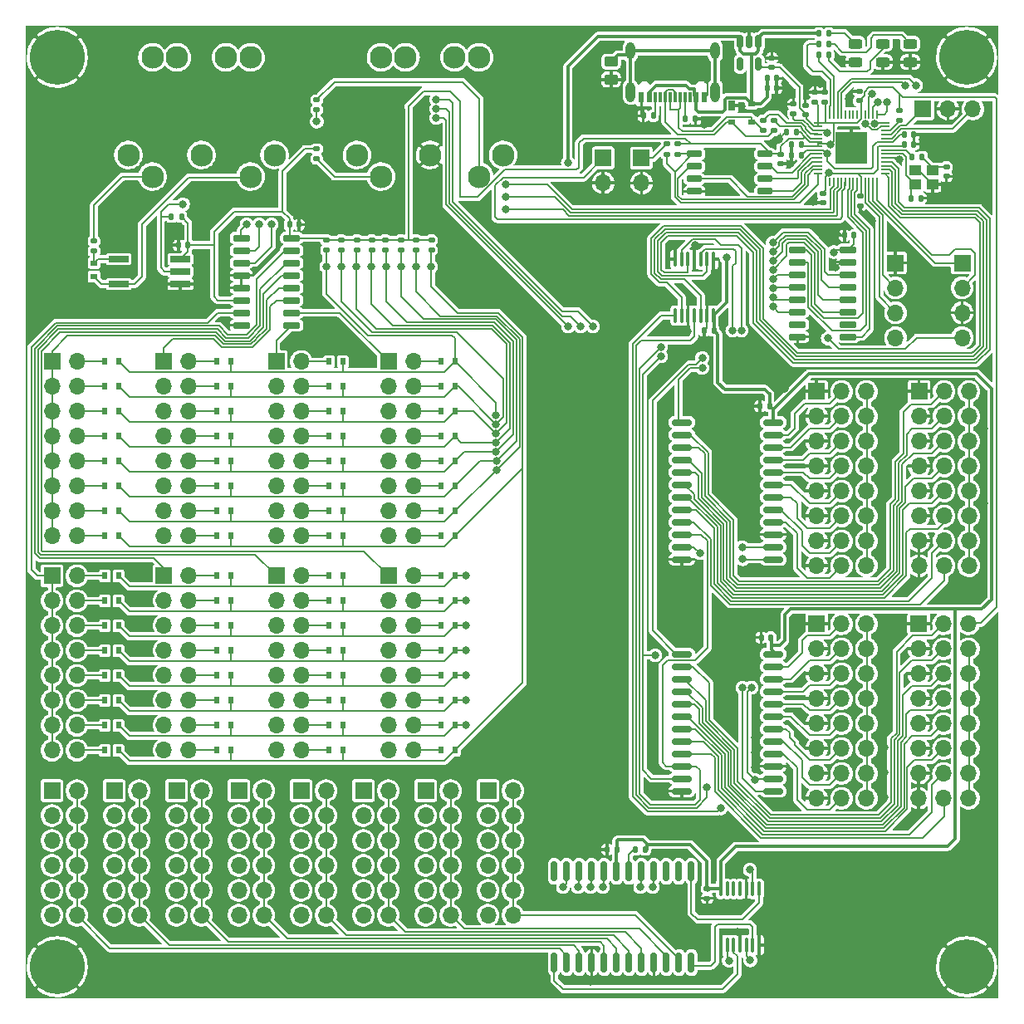
<source format=gtl>
G04 #@! TF.GenerationSoftware,KiCad,Pcbnew,6.0.9*
G04 #@! TF.CreationDate,2022-12-27T21:22:07+01:00*
G04 #@! TF.ProjectId,OpenDeck-r2.2.1,4f70656e-4465-4636-9b2d-72322e322e30,rev?*
G04 #@! TF.SameCoordinates,Original*
G04 #@! TF.FileFunction,Copper,L1,Top*
G04 #@! TF.FilePolarity,Positive*
%FSLAX46Y46*%
G04 Gerber Fmt 4.6, Leading zero omitted, Abs format (unit mm)*
G04 Created by KiCad (PCBNEW 6.0.9) date 2022-12-27 21:22:07*
%MOMM*%
%LPD*%
G01*
G04 APERTURE LIST*
G04 Aperture macros list*
%AMRoundRect*
0 Rectangle with rounded corners*
0 $1 Rounding radius*
0 $2 $3 $4 $5 $6 $7 $8 $9 X,Y pos of 4 corners*
0 Add a 4 corners polygon primitive as box body*
4,1,4,$2,$3,$4,$5,$6,$7,$8,$9,$2,$3,0*
0 Add four circle primitives for the rounded corners*
1,1,$1+$1,$2,$3*
1,1,$1+$1,$4,$5*
1,1,$1+$1,$6,$7*
1,1,$1+$1,$8,$9*
0 Add four rect primitives between the rounded corners*
20,1,$1+$1,$2,$3,$4,$5,0*
20,1,$1+$1,$4,$5,$6,$7,0*
20,1,$1+$1,$6,$7,$8,$9,0*
20,1,$1+$1,$8,$9,$2,$3,0*%
G04 Aperture macros list end*
G04 #@! TA.AperFunction,SMDPad,CuDef*
%ADD10R,0.600000X0.700000*%
G04 #@! TD*
G04 #@! TA.AperFunction,SMDPad,CuDef*
%ADD11RoundRect,0.140000X-0.140000X-0.170000X0.140000X-0.170000X0.140000X0.170000X-0.140000X0.170000X0*%
G04 #@! TD*
G04 #@! TA.AperFunction,SMDPad,CuDef*
%ADD12RoundRect,0.135000X0.185000X-0.135000X0.185000X0.135000X-0.185000X0.135000X-0.185000X-0.135000X0*%
G04 #@! TD*
G04 #@! TA.AperFunction,ComponentPad*
%ADD13R,1.700000X1.700000*%
G04 #@! TD*
G04 #@! TA.AperFunction,ComponentPad*
%ADD14O,1.700000X1.700000*%
G04 #@! TD*
G04 #@! TA.AperFunction,SMDPad,CuDef*
%ADD15R,0.600000X1.140000*%
G04 #@! TD*
G04 #@! TA.AperFunction,SMDPad,CuDef*
%ADD16R,0.300000X1.140000*%
G04 #@! TD*
G04 #@! TA.AperFunction,ComponentPad*
%ADD17O,0.950000X2.050000*%
G04 #@! TD*
G04 #@! TA.AperFunction,ComponentPad*
%ADD18O,0.950000X1.750000*%
G04 #@! TD*
G04 #@! TA.AperFunction,SMDPad,CuDef*
%ADD19RoundRect,0.135000X-0.135000X-0.185000X0.135000X-0.185000X0.135000X0.185000X-0.135000X0.185000X0*%
G04 #@! TD*
G04 #@! TA.AperFunction,SMDPad,CuDef*
%ADD20RoundRect,0.150000X-0.875000X-0.150000X0.875000X-0.150000X0.875000X0.150000X-0.875000X0.150000X0*%
G04 #@! TD*
G04 #@! TA.AperFunction,SMDPad,CuDef*
%ADD21RoundRect,0.140000X-0.170000X0.140000X-0.170000X-0.140000X0.170000X-0.140000X0.170000X0.140000X0*%
G04 #@! TD*
G04 #@! TA.AperFunction,SMDPad,CuDef*
%ADD22RoundRect,0.140000X0.140000X0.170000X-0.140000X0.170000X-0.140000X-0.170000X0.140000X-0.170000X0*%
G04 #@! TD*
G04 #@! TA.AperFunction,SMDPad,CuDef*
%ADD23RoundRect,0.150000X0.150000X-0.875000X0.150000X0.875000X-0.150000X0.875000X-0.150000X-0.875000X0*%
G04 #@! TD*
G04 #@! TA.AperFunction,ComponentPad*
%ADD24C,5.600000*%
G04 #@! TD*
G04 #@! TA.AperFunction,SMDPad,CuDef*
%ADD25RoundRect,0.135000X-0.185000X0.135000X-0.185000X-0.135000X0.185000X-0.135000X0.185000X0.135000X0*%
G04 #@! TD*
G04 #@! TA.AperFunction,SMDPad,CuDef*
%ADD26RoundRect,0.150000X-0.725000X-0.150000X0.725000X-0.150000X0.725000X0.150000X-0.725000X0.150000X0*%
G04 #@! TD*
G04 #@! TA.AperFunction,SMDPad,CuDef*
%ADD27RoundRect,0.243750X0.456250X-0.243750X0.456250X0.243750X-0.456250X0.243750X-0.456250X-0.243750X0*%
G04 #@! TD*
G04 #@! TA.AperFunction,SMDPad,CuDef*
%ADD28RoundRect,0.150000X-0.150000X0.512500X-0.150000X-0.512500X0.150000X-0.512500X0.150000X0.512500X0*%
G04 #@! TD*
G04 #@! TA.AperFunction,SMDPad,CuDef*
%ADD29R,0.700000X0.600000*%
G04 #@! TD*
G04 #@! TA.AperFunction,SMDPad,CuDef*
%ADD30R,0.700000X1.000000*%
G04 #@! TD*
G04 #@! TA.AperFunction,SMDPad,CuDef*
%ADD31RoundRect,0.140000X0.170000X-0.140000X0.170000X0.140000X-0.170000X0.140000X-0.170000X-0.140000X0*%
G04 #@! TD*
G04 #@! TA.AperFunction,SMDPad,CuDef*
%ADD32RoundRect,0.135000X0.135000X0.185000X-0.135000X0.185000X-0.135000X-0.185000X0.135000X-0.185000X0*%
G04 #@! TD*
G04 #@! TA.AperFunction,SMDPad,CuDef*
%ADD33RoundRect,0.050000X0.050000X-0.387500X0.050000X0.387500X-0.050000X0.387500X-0.050000X-0.387500X0*%
G04 #@! TD*
G04 #@! TA.AperFunction,SMDPad,CuDef*
%ADD34RoundRect,0.050000X0.387500X-0.050000X0.387500X0.050000X-0.387500X0.050000X-0.387500X-0.050000X0*%
G04 #@! TD*
G04 #@! TA.AperFunction,SMDPad,CuDef*
%ADD35R,3.200000X3.200000*%
G04 #@! TD*
G04 #@! TA.AperFunction,SMDPad,CuDef*
%ADD36RoundRect,0.150000X-0.650000X-0.150000X0.650000X-0.150000X0.650000X0.150000X-0.650000X0.150000X0*%
G04 #@! TD*
G04 #@! TA.AperFunction,SMDPad,CuDef*
%ADD37RoundRect,0.250000X0.450000X-0.262500X0.450000X0.262500X-0.450000X0.262500X-0.450000X-0.262500X0*%
G04 #@! TD*
G04 #@! TA.AperFunction,SMDPad,CuDef*
%ADD38R,1.150000X1.000000*%
G04 #@! TD*
G04 #@! TA.AperFunction,ComponentPad*
%ADD39C,2.300000*%
G04 #@! TD*
G04 #@! TA.AperFunction,SMDPad,CuDef*
%ADD40RoundRect,0.100000X-0.100000X0.637500X-0.100000X-0.637500X0.100000X-0.637500X0.100000X0.637500X0*%
G04 #@! TD*
G04 #@! TA.AperFunction,SMDPad,CuDef*
%ADD41RoundRect,0.100000X0.100000X-0.637500X0.100000X0.637500X-0.100000X0.637500X-0.100000X-0.637500X0*%
G04 #@! TD*
G04 #@! TA.AperFunction,SMDPad,CuDef*
%ADD42R,2.000000X0.640000*%
G04 #@! TD*
G04 #@! TA.AperFunction,ViaPad*
%ADD43C,0.800000*%
G04 #@! TD*
G04 #@! TA.AperFunction,Conductor*
%ADD44C,0.203200*%
G04 #@! TD*
G04 #@! TA.AperFunction,Conductor*
%ADD45C,0.305000*%
G04 #@! TD*
G04 APERTURE END LIST*
D10*
X141286000Y-126746000D03*
X142686000Y-126746000D03*
X106996000Y-121666000D03*
X108396000Y-121666000D03*
X118426000Y-92202000D03*
X119826000Y-92202000D03*
X141286000Y-97282000D03*
X142686000Y-97282000D03*
D11*
X158220000Y-139400000D03*
X159180000Y-139400000D03*
D12*
X135600000Y-78310000D03*
X135600000Y-77290000D03*
D10*
X106996000Y-97282000D03*
X108396000Y-97282000D03*
X129856000Y-126746000D03*
X131256000Y-126746000D03*
D13*
X127000000Y-133400000D03*
D14*
X129540000Y-133400000D03*
X127000000Y-135940000D03*
X129540000Y-135940000D03*
X127000000Y-138480000D03*
X129540000Y-138480000D03*
X127000000Y-141020000D03*
X129540000Y-141020000D03*
X127000000Y-143560000D03*
X129540000Y-143560000D03*
X127000000Y-146100000D03*
X129540000Y-146100000D03*
D15*
X168100000Y-62750000D03*
X167300000Y-62750000D03*
D16*
X166150000Y-62750000D03*
X165150000Y-62750000D03*
X164650000Y-62750000D03*
X163650000Y-62750000D03*
D15*
X161700000Y-62750000D03*
X162500000Y-62750000D03*
D16*
X163150000Y-62750000D03*
X164150000Y-62750000D03*
X165650000Y-62750000D03*
X166650000Y-62750000D03*
D17*
X169225000Y-62170000D03*
X160575000Y-62170000D03*
D18*
X169225000Y-58000000D03*
X160575000Y-58000000D03*
D10*
X129856000Y-97282000D03*
X131256000Y-97282000D03*
D19*
X179790000Y-56200000D03*
X180810000Y-56200000D03*
D10*
X141286000Y-121666000D03*
X142686000Y-121666000D03*
D13*
X146050000Y-133400000D03*
D14*
X148590000Y-133400000D03*
X146050000Y-135940000D03*
X148590000Y-135940000D03*
X146050000Y-138480000D03*
X148590000Y-138480000D03*
X146050000Y-141020000D03*
X148590000Y-141020000D03*
X146050000Y-143560000D03*
X148590000Y-143560000D03*
X146050000Y-146100000D03*
X148590000Y-146100000D03*
D20*
X165822100Y-119481600D03*
X165822100Y-120751600D03*
X165822100Y-122021600D03*
X165822100Y-123291600D03*
X165822100Y-124561600D03*
X165822100Y-125831600D03*
X165822100Y-127101600D03*
X165822100Y-128371600D03*
X165822100Y-129641600D03*
X165822100Y-130911600D03*
X165822100Y-132181600D03*
X165822100Y-133451600D03*
X175122100Y-133451600D03*
X175122100Y-132181600D03*
X175122100Y-130911600D03*
X175122100Y-129641600D03*
X175122100Y-128371600D03*
X175122100Y-127101600D03*
X175122100Y-125831600D03*
X175122100Y-124561600D03*
X175122100Y-123291600D03*
X175122100Y-122021600D03*
X175122100Y-120751600D03*
X175122100Y-119481600D03*
D10*
X106996000Y-102362000D03*
X108396000Y-102362000D03*
D21*
X184000000Y-72820000D03*
X184000000Y-73780000D03*
D10*
X118426000Y-104902000D03*
X119826000Y-104902000D03*
D22*
X189480000Y-66500000D03*
X188520000Y-66500000D03*
D23*
X152819100Y-150928600D03*
X154089100Y-150928600D03*
X155359100Y-150928600D03*
X156629100Y-150928600D03*
X157899100Y-150928600D03*
X159169100Y-150928600D03*
X160439100Y-150928600D03*
X161709100Y-150928600D03*
X162979100Y-150928600D03*
X164249100Y-150928600D03*
X165519100Y-150928600D03*
X166789100Y-150928600D03*
X166789100Y-141628600D03*
X165519100Y-141628600D03*
X164249100Y-141628600D03*
X162979100Y-141628600D03*
X161709100Y-141628600D03*
X160439100Y-141628600D03*
X159169100Y-141628600D03*
X157899100Y-141628600D03*
X156629100Y-141628600D03*
X155359100Y-141628600D03*
X154089100Y-141628600D03*
X152819100Y-141628600D03*
D24*
X102146100Y-58648600D03*
D10*
X129856000Y-124206000D03*
X131256000Y-124206000D03*
X106996000Y-126746000D03*
X108396000Y-126746000D03*
X106996000Y-114046000D03*
X108396000Y-114046000D03*
D25*
X128600000Y-62990000D03*
X128600000Y-64010000D03*
D10*
X129856000Y-102362000D03*
X131256000Y-102362000D03*
X141286000Y-116586000D03*
X142686000Y-116586000D03*
X129856000Y-114046000D03*
X131256000Y-114046000D03*
D22*
X126780000Y-75700000D03*
X125820000Y-75700000D03*
D26*
X120907100Y-77063600D03*
X120907100Y-78333600D03*
X120907100Y-79603600D03*
X120907100Y-80873600D03*
X120907100Y-82143600D03*
X120907100Y-83413600D03*
X120907100Y-84683600D03*
X120907100Y-85953600D03*
X126057100Y-85953600D03*
X126057100Y-84683600D03*
X126057100Y-83413600D03*
X126057100Y-82143600D03*
X126057100Y-80873600D03*
X126057100Y-79603600D03*
X126057100Y-78333600D03*
X126057100Y-77063600D03*
D27*
X186300000Y-59137500D03*
X186300000Y-57262500D03*
D28*
X173650000Y-57062500D03*
X172700000Y-57062500D03*
X171750000Y-57062500D03*
X171750000Y-59337500D03*
X173650000Y-59337500D03*
D29*
X105900000Y-79600000D03*
X105900000Y-81000000D03*
D13*
X113025000Y-111506000D03*
D14*
X115565000Y-111506000D03*
X113025000Y-114046000D03*
X115565000Y-114046000D03*
X113025000Y-116586000D03*
X115565000Y-116586000D03*
X113025000Y-119126000D03*
X115565000Y-119126000D03*
X113025000Y-121666000D03*
X115565000Y-121666000D03*
X113025000Y-124206000D03*
X115565000Y-124206000D03*
X113025000Y-126746000D03*
X115565000Y-126746000D03*
X113025000Y-129286000D03*
X115565000Y-129286000D03*
D11*
X177020000Y-68600000D03*
X177980000Y-68600000D03*
D10*
X141286000Y-89662000D03*
X142686000Y-89662000D03*
D11*
X173920000Y-117800000D03*
X174880000Y-117800000D03*
D12*
X175200000Y-66110000D03*
X175200000Y-65090000D03*
D30*
X170900000Y-63550000D03*
D29*
X170900000Y-65250000D03*
X172900000Y-65250000D03*
X172900000Y-63350000D03*
D10*
X106996000Y-129286000D03*
X108396000Y-129286000D03*
D13*
X187600000Y-79600000D03*
D14*
X187600000Y-82140000D03*
X187600000Y-84680000D03*
X187600000Y-87220000D03*
D10*
X118426000Y-121666000D03*
X119826000Y-121666000D03*
D13*
X157800000Y-68900000D03*
D14*
X157800000Y-71440000D03*
D10*
X118426000Y-97282000D03*
X119826000Y-97282000D03*
X118426000Y-99822000D03*
X119826000Y-99822000D03*
X129856000Y-89662000D03*
X131256000Y-89662000D03*
D13*
X120650000Y-133400000D03*
D14*
X123190000Y-133400000D03*
X120650000Y-135940000D03*
X123190000Y-135940000D03*
X120650000Y-138480000D03*
X123190000Y-138480000D03*
X120650000Y-141020000D03*
X123190000Y-141020000D03*
X120650000Y-143560000D03*
X123190000Y-143560000D03*
X120650000Y-146100000D03*
X123190000Y-146100000D03*
D31*
X179400000Y-63180000D03*
X179400000Y-62220000D03*
D13*
X161700000Y-68925000D03*
D14*
X161700000Y-71465000D03*
D13*
X179555000Y-92700000D03*
D14*
X179555000Y-95240000D03*
X179555000Y-97780000D03*
X179555000Y-100320000D03*
X179555000Y-102860000D03*
X179555000Y-105400000D03*
X179555000Y-107940000D03*
X179555000Y-110480000D03*
X182095000Y-92700000D03*
X182095000Y-95240000D03*
X182095000Y-97780000D03*
X182095000Y-100320000D03*
X182095000Y-102860000D03*
X182095000Y-105400000D03*
X182095000Y-107940000D03*
X182095000Y-110480000D03*
X184635000Y-92700000D03*
X184635000Y-95240000D03*
X184635000Y-97780000D03*
X184635000Y-100320000D03*
X184635000Y-102860000D03*
X184635000Y-105400000D03*
X184635000Y-107940000D03*
X184635000Y-110480000D03*
D10*
X141286000Y-107442000D03*
X142686000Y-107442000D03*
X141286000Y-104902000D03*
X142686000Y-104902000D03*
X141286000Y-114046000D03*
X142686000Y-114046000D03*
D24*
X194856100Y-151358600D03*
D11*
X189220000Y-73000000D03*
X190180000Y-73000000D03*
D13*
X139700000Y-133400000D03*
D14*
X142240000Y-133400000D03*
X139700000Y-135940000D03*
X142240000Y-135940000D03*
X139700000Y-138480000D03*
X142240000Y-138480000D03*
X139700000Y-141020000D03*
X142240000Y-141020000D03*
X139700000Y-143560000D03*
X142240000Y-143560000D03*
X139700000Y-146100000D03*
X142240000Y-146100000D03*
D10*
X129856000Y-119126000D03*
X131256000Y-119126000D03*
D12*
X137200000Y-78310000D03*
X137200000Y-77290000D03*
D10*
X141286000Y-119126000D03*
X142686000Y-119126000D03*
D24*
X194856100Y-58648600D03*
D10*
X118426000Y-114046000D03*
X119826000Y-114046000D03*
D13*
X101600000Y-89662000D03*
D14*
X104140000Y-89662000D03*
X101600000Y-92202000D03*
X104140000Y-92202000D03*
X101600000Y-94742000D03*
X104140000Y-94742000D03*
X101600000Y-97282000D03*
X104140000Y-97282000D03*
X101600000Y-99822000D03*
X104140000Y-99822000D03*
X101600000Y-102362000D03*
X104140000Y-102362000D03*
X101600000Y-104902000D03*
X104140000Y-104902000D03*
X101600000Y-107442000D03*
X104140000Y-107442000D03*
D13*
X190000000Y-92700000D03*
D14*
X190000000Y-95240000D03*
X190000000Y-97780000D03*
X190000000Y-100320000D03*
X190000000Y-102860000D03*
X190000000Y-105400000D03*
X190000000Y-107940000D03*
X190000000Y-110480000D03*
X192540000Y-92700000D03*
X192540000Y-95240000D03*
X192540000Y-97780000D03*
X192540000Y-100320000D03*
X192540000Y-102860000D03*
X192540000Y-105400000D03*
X192540000Y-107940000D03*
X192540000Y-110480000D03*
X195080000Y-92700000D03*
X195080000Y-95240000D03*
X195080000Y-97780000D03*
X195080000Y-100320000D03*
X195080000Y-102860000D03*
X195080000Y-105400000D03*
X195080000Y-107940000D03*
X195080000Y-110480000D03*
D10*
X106996000Y-111506000D03*
X108396000Y-111506000D03*
D22*
X177980000Y-67500000D03*
X177020000Y-67500000D03*
D10*
X106996000Y-99822000D03*
X108396000Y-99822000D03*
X129856000Y-104902000D03*
X131256000Y-104902000D03*
D11*
X182400000Y-76800000D03*
X183360000Y-76800000D03*
D20*
X165822100Y-95859600D03*
X165822100Y-97129600D03*
X165822100Y-98399600D03*
X165822100Y-99669600D03*
X165822100Y-100939600D03*
X165822100Y-102209600D03*
X165822100Y-103479600D03*
X165822100Y-104749600D03*
X165822100Y-106019600D03*
X165822100Y-107289600D03*
X165822100Y-108559600D03*
X165822100Y-109829600D03*
X175122100Y-109829600D03*
X175122100Y-108559600D03*
X175122100Y-107289600D03*
X175122100Y-106019600D03*
X175122100Y-104749600D03*
X175122100Y-103479600D03*
X175122100Y-102209600D03*
X175122100Y-100939600D03*
X175122100Y-99669600D03*
X175122100Y-98399600D03*
X175122100Y-97129600D03*
X175122100Y-95859600D03*
D31*
X168400000Y-144380000D03*
X168400000Y-143420000D03*
D10*
X141286000Y-92202000D03*
X142686000Y-92202000D03*
D11*
X173802100Y-94208600D03*
X174762100Y-94208600D03*
D10*
X129856000Y-121666000D03*
X131256000Y-121666000D03*
D12*
X140300000Y-78310000D03*
X140300000Y-77290000D03*
D22*
X177480000Y-66300000D03*
X176520000Y-66300000D03*
D21*
X175900000Y-68520000D03*
X175900000Y-69480000D03*
D10*
X118426000Y-116586000D03*
X119826000Y-116586000D03*
X129856000Y-92202000D03*
X131256000Y-92202000D03*
X141286000Y-99822000D03*
X142686000Y-99822000D03*
D27*
X183500000Y-59137500D03*
X183500000Y-57262500D03*
D10*
X106996000Y-94742000D03*
X108396000Y-94742000D03*
D21*
X180200000Y-72520000D03*
X180200000Y-73480000D03*
D12*
X132700000Y-78310000D03*
X132700000Y-77290000D03*
D13*
X179555000Y-116400000D03*
D14*
X179555000Y-118940000D03*
X179555000Y-121480000D03*
X179555000Y-124020000D03*
X179555000Y-126560000D03*
X179555000Y-129100000D03*
X179555000Y-131640000D03*
X179555000Y-134180000D03*
X182095000Y-116400000D03*
X182095000Y-118940000D03*
X182095000Y-121480000D03*
X182095000Y-124020000D03*
X182095000Y-126560000D03*
X182095000Y-129100000D03*
X182095000Y-131640000D03*
X182095000Y-134180000D03*
X184635000Y-116400000D03*
X184635000Y-118940000D03*
X184635000Y-121480000D03*
X184635000Y-124020000D03*
X184635000Y-126560000D03*
X184635000Y-129100000D03*
X184635000Y-131640000D03*
X184635000Y-134180000D03*
D10*
X106996000Y-119126000D03*
X108396000Y-119126000D03*
D13*
X189960000Y-116400000D03*
D14*
X189960000Y-118940000D03*
X189960000Y-121480000D03*
X189960000Y-124020000D03*
X189960000Y-126560000D03*
X189960000Y-129100000D03*
X189960000Y-131640000D03*
X189960000Y-134180000D03*
X192500000Y-116400000D03*
X192500000Y-118940000D03*
X192500000Y-121480000D03*
X192500000Y-124020000D03*
X192500000Y-126560000D03*
X192500000Y-129100000D03*
X192500000Y-131640000D03*
X192500000Y-134180000D03*
X195040000Y-116400000D03*
X195040000Y-118940000D03*
X195040000Y-121480000D03*
X195040000Y-124020000D03*
X195040000Y-126560000D03*
X195040000Y-129100000D03*
X195040000Y-131640000D03*
X195040000Y-134180000D03*
D31*
X183900000Y-63080000D03*
X183900000Y-62120000D03*
D13*
X107950000Y-133400000D03*
D14*
X110490000Y-133400000D03*
X107950000Y-135940000D03*
X110490000Y-135940000D03*
X107950000Y-138480000D03*
X110490000Y-138480000D03*
X107950000Y-141020000D03*
X110490000Y-141020000D03*
X107950000Y-143560000D03*
X110490000Y-143560000D03*
X107950000Y-146100000D03*
X110490000Y-146100000D03*
D12*
X131100000Y-78310000D03*
X131100000Y-77290000D03*
D10*
X118426000Y-89662000D03*
X119826000Y-89662000D03*
D32*
X162910000Y-64600000D03*
X161890000Y-64600000D03*
D31*
X178400000Y-64480000D03*
X178400000Y-63520000D03*
D33*
X180500000Y-71337500D03*
X180900000Y-71337500D03*
X181300000Y-71337500D03*
X181700000Y-71337500D03*
X182100000Y-71337500D03*
X182500000Y-71337500D03*
X182900000Y-71337500D03*
X183300000Y-71337500D03*
X183700000Y-71337500D03*
X184100000Y-71337500D03*
X184500000Y-71337500D03*
X184900000Y-71337500D03*
X185300000Y-71337500D03*
X185700000Y-71337500D03*
D34*
X186537500Y-70500000D03*
X186537500Y-70100000D03*
X186537500Y-69700000D03*
X186537500Y-69300000D03*
X186537500Y-68900000D03*
X186537500Y-68500000D03*
X186537500Y-68100000D03*
X186537500Y-67700000D03*
X186537500Y-67300000D03*
X186537500Y-66900000D03*
X186537500Y-66500000D03*
X186537500Y-66100000D03*
X186537500Y-65700000D03*
X186537500Y-65300000D03*
D33*
X185700000Y-64462500D03*
X185300000Y-64462500D03*
X184900000Y-64462500D03*
X184500000Y-64462500D03*
X184100000Y-64462500D03*
X183700000Y-64462500D03*
X183300000Y-64462500D03*
X182900000Y-64462500D03*
X182500000Y-64462500D03*
X182100000Y-64462500D03*
X181700000Y-64462500D03*
X181300000Y-64462500D03*
X180900000Y-64462500D03*
X180500000Y-64462500D03*
D34*
X179662500Y-65300000D03*
X179662500Y-65700000D03*
X179662500Y-66100000D03*
X179662500Y-66500000D03*
X179662500Y-66900000D03*
X179662500Y-67300000D03*
X179662500Y-67700000D03*
X179662500Y-68100000D03*
X179662500Y-68500000D03*
X179662500Y-68900000D03*
X179662500Y-69300000D03*
X179662500Y-69700000D03*
X179662500Y-70100000D03*
X179662500Y-70500000D03*
D35*
X183100000Y-67900000D03*
D13*
X114300000Y-133400000D03*
D14*
X116840000Y-133400000D03*
X114300000Y-135940000D03*
X116840000Y-135940000D03*
X114300000Y-138480000D03*
X116840000Y-138480000D03*
X114300000Y-141020000D03*
X116840000Y-141020000D03*
X114300000Y-143560000D03*
X116840000Y-143560000D03*
X114300000Y-146100000D03*
X116840000Y-146100000D03*
D10*
X129856000Y-107442000D03*
X131256000Y-107442000D03*
D19*
X179790000Y-58400000D03*
X180810000Y-58400000D03*
D10*
X118426000Y-111506000D03*
X119826000Y-111506000D03*
X118426000Y-129286000D03*
X119826000Y-129286000D03*
X106996000Y-92202000D03*
X108396000Y-92202000D03*
D19*
X166190000Y-64900000D03*
X167210000Y-64900000D03*
D10*
X141286000Y-102362000D03*
X142686000Y-102362000D03*
X129856000Y-99822000D03*
X131256000Y-99822000D03*
D13*
X113025000Y-89662000D03*
D14*
X115565000Y-89662000D03*
X113025000Y-92202000D03*
X115565000Y-92202000D03*
X113025000Y-94742000D03*
X115565000Y-94742000D03*
X113025000Y-97282000D03*
X115565000Y-97282000D03*
X113025000Y-99822000D03*
X115565000Y-99822000D03*
X113025000Y-102362000D03*
X115565000Y-102362000D03*
X113025000Y-104902000D03*
X115565000Y-104902000D03*
X113025000Y-107442000D03*
X115565000Y-107442000D03*
D10*
X141286000Y-124206000D03*
X142686000Y-124206000D03*
D25*
X165400000Y-67490000D03*
X165400000Y-68510000D03*
D10*
X118426000Y-124206000D03*
X119826000Y-124206000D03*
D13*
X124460000Y-111506000D03*
D14*
X127000000Y-111506000D03*
X124460000Y-114046000D03*
X127000000Y-114046000D03*
X124460000Y-116586000D03*
X127000000Y-116586000D03*
X124460000Y-119126000D03*
X127000000Y-119126000D03*
X124460000Y-121666000D03*
X127000000Y-121666000D03*
X124460000Y-124206000D03*
X127000000Y-124206000D03*
X124460000Y-126746000D03*
X127000000Y-126746000D03*
X124460000Y-129286000D03*
X127000000Y-129286000D03*
D25*
X105900000Y-77390000D03*
X105900000Y-78410000D03*
D13*
X101600000Y-133400000D03*
D14*
X104140000Y-133400000D03*
X101600000Y-135940000D03*
X104140000Y-135940000D03*
X101600000Y-138480000D03*
X104140000Y-138480000D03*
X101600000Y-141020000D03*
X104140000Y-141020000D03*
X101600000Y-143560000D03*
X104140000Y-143560000D03*
X101600000Y-146100000D03*
X104140000Y-146100000D03*
D26*
X177625000Y-78255000D03*
X177625000Y-79525000D03*
X177625000Y-80795000D03*
X177625000Y-82065000D03*
X177625000Y-83335000D03*
X177625000Y-84605000D03*
X177625000Y-85875000D03*
X177625000Y-87145000D03*
X182775000Y-87145000D03*
X182775000Y-85875000D03*
X182775000Y-84605000D03*
X182775000Y-83335000D03*
X182775000Y-82065000D03*
X182775000Y-80795000D03*
X182775000Y-79525000D03*
X182775000Y-78255000D03*
D12*
X164300000Y-68510000D03*
X164300000Y-67490000D03*
D19*
X179790000Y-57300000D03*
X180810000Y-57300000D03*
D13*
X101600000Y-111506000D03*
D14*
X104140000Y-111506000D03*
X101600000Y-114046000D03*
X104140000Y-114046000D03*
X101600000Y-116586000D03*
X104140000Y-116586000D03*
X101600000Y-119126000D03*
X104140000Y-119126000D03*
X101600000Y-121666000D03*
X104140000Y-121666000D03*
X101600000Y-124206000D03*
X104140000Y-124206000D03*
X101600000Y-126746000D03*
X104140000Y-126746000D03*
X101600000Y-129286000D03*
X104140000Y-129286000D03*
D10*
X106996000Y-107442000D03*
X108396000Y-107442000D03*
X141286000Y-94742000D03*
X142686000Y-94742000D03*
D36*
X167100000Y-68495000D03*
X167100000Y-69765000D03*
X167100000Y-71035000D03*
X167100000Y-72305000D03*
X174300000Y-72305000D03*
X174300000Y-71035000D03*
X174300000Y-69765000D03*
X174300000Y-68495000D03*
D10*
X129856000Y-111506000D03*
X131256000Y-111506000D03*
X141286000Y-111506000D03*
X142686000Y-111506000D03*
X118426000Y-102362000D03*
X119826000Y-102362000D03*
D37*
X158600000Y-60912500D03*
X158600000Y-59087500D03*
D10*
X118426000Y-94742000D03*
X119826000Y-94742000D03*
D38*
X189625000Y-71600000D03*
X191375000Y-71600000D03*
X191375000Y-70200000D03*
X189625000Y-70200000D03*
D21*
X177200000Y-63420000D03*
X177200000Y-64380000D03*
D24*
X102146100Y-151358600D03*
D39*
X109400000Y-68600000D03*
X116850000Y-68600000D03*
X124300000Y-68600000D03*
X111850000Y-70800000D03*
X121850000Y-70800000D03*
X121850000Y-58650000D03*
X111850000Y-58650000D03*
X114350000Y-58650000D03*
X119350000Y-58650000D03*
D12*
X134200000Y-78310000D03*
X134200000Y-77290000D03*
D10*
X118426000Y-119126000D03*
X119826000Y-119126000D03*
D22*
X175480000Y-60800000D03*
X174520000Y-60800000D03*
D25*
X188000000Y-64090000D03*
X188000000Y-65110000D03*
D10*
X129856000Y-94742000D03*
X131256000Y-94742000D03*
D32*
X190310000Y-68800000D03*
X189290000Y-68800000D03*
D10*
X106996000Y-116586000D03*
X108396000Y-116586000D03*
D12*
X128600000Y-69010000D03*
X128600000Y-67990000D03*
D39*
X132700000Y-68600000D03*
X140150000Y-68600000D03*
X147600000Y-68600000D03*
X135150000Y-70800000D03*
X145150000Y-70800000D03*
X145150000Y-58650000D03*
X135150000Y-58650000D03*
X137650000Y-58650000D03*
X142650000Y-58650000D03*
D10*
X106996000Y-104902000D03*
X108396000Y-104902000D03*
D40*
X169050000Y-79237500D03*
X168400000Y-79237500D03*
X167750000Y-79237500D03*
X167100000Y-79237500D03*
X166450000Y-79237500D03*
X165800000Y-79237500D03*
X165150000Y-79237500D03*
X165150000Y-84962500D03*
X165800000Y-84962500D03*
X166450000Y-84962500D03*
X167100000Y-84962500D03*
X167750000Y-84962500D03*
X168400000Y-84962500D03*
X169050000Y-84962500D03*
D10*
X118426000Y-126746000D03*
X119826000Y-126746000D03*
D11*
X114520000Y-77800000D03*
X115480000Y-77800000D03*
D13*
X124460000Y-89662000D03*
D14*
X127000000Y-89662000D03*
X124460000Y-92202000D03*
X127000000Y-92202000D03*
X124460000Y-94742000D03*
X127000000Y-94742000D03*
X124460000Y-97282000D03*
X127000000Y-97282000D03*
X124460000Y-99822000D03*
X127000000Y-99822000D03*
X124460000Y-102362000D03*
X127000000Y-102362000D03*
X124460000Y-104902000D03*
X127000000Y-104902000D03*
X124460000Y-107442000D03*
X127000000Y-107442000D03*
D22*
X175460000Y-61800000D03*
X174500000Y-61800000D03*
D10*
X106996000Y-89662000D03*
X108396000Y-89662000D03*
D21*
X175000000Y-58720000D03*
X175000000Y-59680000D03*
D11*
X168120000Y-86500000D03*
X169080000Y-86500000D03*
D31*
X180400000Y-63180000D03*
X180400000Y-62220000D03*
D10*
X129856000Y-116586000D03*
X131256000Y-116586000D03*
D11*
X188520000Y-67500000D03*
X189480000Y-67500000D03*
D10*
X106996000Y-124206000D03*
X108396000Y-124206000D03*
D12*
X138700000Y-78310000D03*
X138700000Y-77290000D03*
D13*
X135890000Y-111506000D03*
D14*
X138430000Y-111506000D03*
X135890000Y-114046000D03*
X138430000Y-114046000D03*
X135890000Y-116586000D03*
X138430000Y-116586000D03*
X135890000Y-119126000D03*
X138430000Y-119126000D03*
X135890000Y-121666000D03*
X138430000Y-121666000D03*
X135890000Y-124206000D03*
X138430000Y-124206000D03*
X135890000Y-126746000D03*
X138430000Y-126746000D03*
X135890000Y-129286000D03*
X138430000Y-129286000D03*
D41*
X169792100Y-149141100D03*
X170442100Y-149141100D03*
X171092100Y-149141100D03*
X171742100Y-149141100D03*
X172392100Y-149141100D03*
X173042100Y-149141100D03*
X173692100Y-149141100D03*
X173692100Y-143416100D03*
X173042100Y-143416100D03*
X172392100Y-143416100D03*
X171742100Y-143416100D03*
X171092100Y-143416100D03*
X170442100Y-143416100D03*
X169792100Y-143416100D03*
D32*
X162092100Y-139420600D03*
X161072100Y-139420600D03*
D12*
X129600000Y-78310000D03*
X129600000Y-77290000D03*
D10*
X141286000Y-129286000D03*
X142686000Y-129286000D03*
D32*
X114810000Y-74900000D03*
X113790000Y-74900000D03*
D13*
X133350000Y-133400000D03*
D14*
X135890000Y-133400000D03*
X133350000Y-135940000D03*
X135890000Y-135940000D03*
X133350000Y-138480000D03*
X135890000Y-138480000D03*
X133350000Y-141020000D03*
X135890000Y-141020000D03*
X133350000Y-143560000D03*
X135890000Y-143560000D03*
X133350000Y-146100000D03*
X135890000Y-146100000D03*
D13*
X190400000Y-63900000D03*
D14*
X192940000Y-63900000D03*
X195480000Y-63900000D03*
D10*
X129856000Y-129286000D03*
X131256000Y-129286000D03*
D13*
X194400000Y-79600000D03*
D14*
X194400000Y-82140000D03*
X194400000Y-84680000D03*
X194400000Y-87220000D03*
D27*
X189100000Y-59137500D03*
X189100000Y-57262500D03*
D12*
X174100000Y-66110000D03*
X174100000Y-65090000D03*
D42*
X108394100Y-79222600D03*
X108394100Y-81762600D03*
X114694100Y-81762600D03*
X114694100Y-80492600D03*
X114694100Y-79222600D03*
D31*
X192800000Y-70780000D03*
X192800000Y-69820000D03*
D13*
X135890000Y-89662000D03*
D14*
X138430000Y-89662000D03*
X135890000Y-92202000D03*
X138430000Y-92202000D03*
X135890000Y-94742000D03*
X138430000Y-94742000D03*
X135890000Y-97282000D03*
X138430000Y-97282000D03*
X135890000Y-99822000D03*
X138430000Y-99822000D03*
X135890000Y-102362000D03*
X138430000Y-102362000D03*
X135890000Y-104902000D03*
X138430000Y-104902000D03*
X135890000Y-107442000D03*
X138430000Y-107442000D03*
D10*
X118426000Y-107442000D03*
X119826000Y-107442000D03*
D43*
X175100000Y-84032515D03*
X146868134Y-95130021D03*
X143800000Y-111506000D03*
X129578100Y-79984600D03*
X175100000Y-83106012D03*
X143800000Y-114046000D03*
X131102100Y-79984600D03*
X146868134Y-96056524D03*
X175100000Y-82179509D03*
X143800000Y-116586000D03*
X132626100Y-79984600D03*
X146841244Y-96982636D03*
X175100000Y-81253006D03*
X143800000Y-119126000D03*
X146865011Y-97908833D03*
X134150100Y-79984600D03*
X146885762Y-98835103D03*
X143800000Y-121666000D03*
X135674100Y-79984600D03*
X175100000Y-80326503D03*
X175100000Y-79400000D03*
X137198100Y-79984600D03*
X143800000Y-124206000D03*
X146899860Y-99761498D03*
X138722100Y-79984600D03*
X175100000Y-78473497D03*
X146900000Y-100688000D03*
X143800000Y-126746000D03*
X175100000Y-77546994D03*
X140246100Y-79984600D03*
X153708100Y-143230600D03*
X155232100Y-143230600D03*
X156502100Y-143230600D03*
X157772100Y-143230600D03*
X161582100Y-143230600D03*
X162852100Y-143230600D03*
X172200000Y-91400000D03*
X182000000Y-59100000D03*
X140246100Y-58140600D03*
X197142100Y-135483600D03*
X197142100Y-130276600D03*
X182000000Y-66800000D03*
X147600000Y-61400000D03*
X102400000Y-70100000D03*
X153454100Y-97764600D03*
X190200000Y-84100000D03*
X186800000Y-86000000D03*
X131900000Y-64900000D03*
X168100000Y-65541700D03*
X113500000Y-77800000D03*
X181500000Y-80100000D03*
X116878100Y-58140600D03*
X160200000Y-86200000D03*
X179200000Y-73400000D03*
X186200000Y-106654600D03*
X164500000Y-94100000D03*
X196300000Y-72800000D03*
X169600000Y-120400000D03*
X185200000Y-75300000D03*
X188800000Y-147000000D03*
X184200000Y-66800000D03*
X182000000Y-69000000D03*
X182800000Y-62900000D03*
X163000000Y-60200000D03*
X141300000Y-151600000D03*
X169964100Y-151866600D03*
X165150000Y-77750000D03*
X153700000Y-91800000D03*
X164600000Y-114900000D03*
X186474100Y-126466600D03*
X131400000Y-60000000D03*
X176314100Y-92430600D03*
X101130100Y-83540600D03*
X171300000Y-60900000D03*
X176100000Y-63200000D03*
X177000000Y-58300000D03*
X111600000Y-79400000D03*
X156100000Y-63500000D03*
X196400000Y-112600000D03*
X116200000Y-84000000D03*
X177700000Y-60100000D03*
X181500000Y-76200000D03*
X119418100Y-68554600D03*
X186474100Y-123926600D03*
X173266100Y-131038600D03*
X196634100Y-104114600D03*
X186474100Y-131546600D03*
X119164100Y-81508600D03*
X196634100Y-96494600D03*
X178600000Y-145100000D03*
X186474100Y-134086600D03*
X188000000Y-69100000D03*
X158986370Y-78780089D03*
X116116100Y-71856600D03*
X171900000Y-63600000D03*
X152600000Y-67600000D03*
X192700000Y-67800000D03*
X128600000Y-57700000D03*
X171500000Y-68800000D03*
X164300000Y-145500000D03*
X166400000Y-86600000D03*
X168121115Y-60542229D03*
X152300000Y-60100000D03*
X169964100Y-145008600D03*
X109700000Y-62200000D03*
X174790100Y-134594600D03*
X176900000Y-69500000D03*
X173520100Y-146278600D03*
X186474100Y-129006600D03*
X173266100Y-127990600D03*
X153454100Y-120878600D03*
X167932100Y-91414600D03*
X176568100Y-110972600D03*
X151000000Y-87600000D03*
X183900000Y-150000000D03*
X173266100Y-129514600D03*
X196888100Y-117576600D03*
X112052100Y-84302600D03*
X168100000Y-87500000D03*
X184200000Y-69000000D03*
X169500000Y-72400000D03*
X128308100Y-75920600D03*
X124400000Y-151800000D03*
X194900000Y-72800000D03*
X171100000Y-97700000D03*
X175044100Y-57600000D03*
X175705866Y-67005866D03*
X171488100Y-147802600D03*
X151600000Y-77500000D03*
X175044100Y-115544600D03*
X156502100Y-152882600D03*
X167200000Y-77800000D03*
X173300000Y-88500000D03*
X159000000Y-90100000D03*
X152900000Y-134500000D03*
X119200000Y-85500000D03*
X128054100Y-78714600D03*
X163868100Y-133578600D03*
X99860100Y-62458600D03*
X193600000Y-72800000D03*
X158400000Y-63000000D03*
X129600000Y-87100000D03*
X168186100Y-149580600D03*
X170100000Y-115500000D03*
X186900000Y-94800000D03*
X153454100Y-109194600D03*
X143200000Y-78800000D03*
X190800000Y-59200000D03*
X179400000Y-86100000D03*
X166154100Y-113258600D03*
X149600000Y-68300000D03*
X156502100Y-139420600D03*
X176060100Y-134594600D03*
X114000000Y-61800000D03*
X170600000Y-124700000D03*
X167900000Y-89300000D03*
X188600000Y-61500000D03*
X167900000Y-90300000D03*
X189700000Y-61500000D03*
X186726503Y-63200000D03*
X154216100Y-86080600D03*
X140800000Y-64800000D03*
X172758100Y-141452600D03*
X155486100Y-86080600D03*
X172800000Y-150700000D03*
X140800000Y-63873497D03*
X185800000Y-63200000D03*
X140800000Y-62946994D03*
X185200000Y-62400000D03*
X170606625Y-150731125D03*
X156756100Y-86080600D03*
X121450100Y-75666600D03*
X147866100Y-71602600D03*
X147866100Y-72872600D03*
X122720100Y-75666600D03*
X123990100Y-75666600D03*
X147866100Y-74142600D03*
X154200000Y-69400000D03*
X170371400Y-79071400D03*
X184569350Y-65426176D03*
X128600000Y-65200000D03*
X185495843Y-65421889D03*
X114965400Y-73634600D03*
X180700000Y-87300000D03*
X181300000Y-78500000D03*
X180786336Y-70377026D03*
X180973498Y-67500000D03*
X180626500Y-66373500D03*
X180626500Y-68500000D03*
X170973497Y-86500000D03*
X163700000Y-88173497D03*
X163700000Y-89100000D03*
X167678100Y-109194600D03*
X163106100Y-119608600D03*
X171900000Y-86500000D03*
X172000000Y-109800000D03*
X168400000Y-133100000D03*
X172000000Y-122910600D03*
X173266100Y-132308600D03*
X172926438Y-122899689D03*
X172000000Y-108600000D03*
X169800000Y-135200000D03*
D44*
X185300000Y-73266974D02*
X185300000Y-71337500D01*
X194400000Y-79600000D02*
X191633026Y-79600000D01*
X191633026Y-79600000D02*
X185300000Y-73266974D01*
X195700000Y-78600000D02*
X195700000Y-80840000D01*
X185700000Y-73200000D02*
X191316513Y-78816513D01*
X195300000Y-78200000D02*
X195700000Y-78600000D01*
X193700000Y-78200000D02*
X195300000Y-78200000D01*
X191316513Y-78816513D02*
X193083487Y-78816513D01*
X193083487Y-78816513D02*
X193700000Y-78200000D01*
X185700000Y-71337500D02*
X185700000Y-73200000D01*
X195700000Y-80840000D02*
X194400000Y-82140000D01*
X131284600Y-112584600D02*
X141607400Y-112584600D01*
X142692000Y-111500000D02*
X142686000Y-111506000D01*
X109474600Y-90740600D02*
X119840600Y-90740600D01*
X131256000Y-90737200D02*
X131259400Y-90740600D01*
X142686000Y-87286000D02*
X142686000Y-89662000D01*
X175672485Y-84605000D02*
X175100000Y-84032515D01*
X177625000Y-84605000D02*
X175672485Y-84605000D01*
X119826000Y-90726000D02*
X119840600Y-90740600D01*
X108396000Y-111506000D02*
X109474600Y-112584600D01*
X131256000Y-112556000D02*
X131284600Y-112584600D01*
X131256000Y-89662000D02*
X131256000Y-90737200D01*
X129578100Y-79984600D02*
X129578100Y-82778600D01*
X146868134Y-95130021D02*
X146868134Y-93844134D01*
X109474600Y-112584600D02*
X119884600Y-112584600D01*
X119826000Y-111506000D02*
X119826000Y-112526000D01*
X133799500Y-87000000D02*
X142400000Y-87000000D01*
X143700000Y-111500000D02*
X142692000Y-111500000D01*
X108396000Y-89662000D02*
X109474600Y-90740600D01*
X142400000Y-87000000D02*
X142686000Y-87286000D01*
X129578100Y-82778600D02*
X133799500Y-87000000D01*
X131259400Y-90740600D02*
X141607400Y-90740600D01*
X119840600Y-90740600D02*
X131259400Y-90740600D01*
X129578100Y-78348600D02*
X129578100Y-79984600D01*
X146868134Y-93844134D02*
X142686000Y-89662000D01*
X141607400Y-112584600D02*
X142686000Y-111506000D01*
X119826000Y-112526000D02*
X119884600Y-112584600D01*
X131256000Y-111506000D02*
X131256000Y-112556000D01*
X141607400Y-90740600D02*
X142686000Y-89662000D01*
X119826000Y-89662000D02*
X119826000Y-90726000D01*
X119884600Y-112584600D02*
X131284600Y-112584600D01*
X119826000Y-114046000D02*
X119826000Y-115075200D01*
X109474600Y-93280600D02*
X119880600Y-93280600D01*
X141607400Y-115124600D02*
X142686000Y-114046000D01*
X147618800Y-95305858D02*
X147618800Y-91421300D01*
X175328988Y-83335000D02*
X175100000Y-83106012D01*
X109474600Y-115124600D02*
X119875400Y-115124600D01*
X147618800Y-91421300D02*
X142867300Y-86669800D01*
X177625000Y-83335000D02*
X175328988Y-83335000D01*
X142686000Y-92202000D02*
X143013610Y-92202000D01*
X131102100Y-78348600D02*
X131102100Y-79984600D01*
X143013610Y-92202000D02*
X146868134Y-96056524D01*
X131256000Y-92202000D02*
X131256000Y-93256000D01*
X141607400Y-93280600D02*
X142686000Y-92202000D01*
X119875400Y-115124600D02*
X131224600Y-115124600D01*
X131280600Y-93280600D02*
X141607400Y-93280600D01*
X142867300Y-86669800D02*
X134231300Y-86669800D01*
X131102100Y-83540600D02*
X131102100Y-79984600D01*
X119826000Y-115075200D02*
X119875400Y-115124600D01*
X131256000Y-115093200D02*
X131224600Y-115124600D01*
X119826000Y-93226000D02*
X119880600Y-93280600D01*
X131256000Y-114046000D02*
X131256000Y-115093200D01*
X131224600Y-115124600D02*
X141607400Y-115124600D01*
X108396000Y-114046000D02*
X109474600Y-115124600D01*
X143800000Y-114046000D02*
X142686000Y-114046000D01*
X108396000Y-92202000D02*
X109474600Y-93280600D01*
X131256000Y-93256000D02*
X131280600Y-93280600D01*
X146868134Y-96056524D02*
X147618800Y-95305858D01*
X119826000Y-92202000D02*
X119826000Y-93226000D01*
X134231300Y-86669800D02*
X131102100Y-83540600D01*
X119880600Y-93280600D02*
X131280600Y-93280600D01*
X131279400Y-95820600D02*
X141607400Y-95820600D01*
X109474600Y-117664600D02*
X119864600Y-117664600D01*
X147949000Y-95874880D02*
X147949000Y-87883870D01*
X134663100Y-86339600D02*
X132626100Y-84302600D01*
X119826000Y-94742000D02*
X119826000Y-95815200D01*
X109474600Y-95820600D02*
X119820600Y-95820600D01*
X131256000Y-94742000D02*
X131256000Y-95797200D01*
X119826000Y-116586000D02*
X119826000Y-117626000D01*
X131256000Y-117644000D02*
X131235400Y-117664600D01*
X147949000Y-87883870D02*
X146404730Y-86339600D01*
X141607400Y-95820600D02*
X142686000Y-94742000D01*
X131256000Y-95797200D02*
X131279400Y-95820600D01*
X108396000Y-116586000D02*
X109474600Y-117664600D01*
X146404730Y-86339600D02*
X134663100Y-86339600D01*
X131256000Y-116586000D02*
X131256000Y-117644000D01*
X143800000Y-116586000D02*
X142686000Y-116586000D01*
X132626100Y-84302600D02*
X132626100Y-79984600D01*
X131235400Y-117664600D02*
X141607400Y-117664600D01*
X119826000Y-95815200D02*
X119820600Y-95820600D01*
X144600608Y-94742000D02*
X142686000Y-94742000D01*
X119864600Y-117664600D02*
X131235400Y-117664600D01*
X141607400Y-117664600D02*
X142686000Y-116586000D01*
X177625000Y-82065000D02*
X175214509Y-82065000D01*
X119820600Y-95820600D02*
X131279400Y-95820600D01*
X119826000Y-117626000D02*
X119864600Y-117664600D01*
X146841244Y-96982636D02*
X144600608Y-94742000D01*
X108396000Y-94742000D02*
X109474600Y-95820600D01*
X175214509Y-82065000D02*
X175100000Y-82179509D01*
X146841244Y-96982636D02*
X147949000Y-95874880D01*
X132626100Y-78348600D02*
X132626100Y-79984600D01*
X141607400Y-98360600D02*
X142686000Y-97282000D01*
X119860600Y-98360600D02*
X131260600Y-98360600D01*
X119826000Y-97282000D02*
X119826000Y-98326000D01*
X134150100Y-79984600D02*
X134150100Y-83794600D01*
X134150100Y-83794600D02*
X136364900Y-86009400D01*
X119804600Y-120204600D02*
X131195400Y-120204600D01*
X143312833Y-97908833D02*
X146865011Y-97908833D01*
X108396000Y-97282000D02*
X109474600Y-98360600D01*
X108396000Y-119126000D02*
X109474600Y-120204600D01*
X119826000Y-119126000D02*
X119826000Y-120183200D01*
X134150100Y-78348600D02*
X134150100Y-79984600D01*
X131195400Y-120204600D02*
X141607400Y-120204600D01*
X175558006Y-80795000D02*
X175100000Y-81253006D01*
X142686000Y-97282000D02*
X143312833Y-97908833D01*
X146541504Y-86009400D02*
X148279200Y-87747096D01*
X141607400Y-120204600D02*
X142686000Y-119126000D01*
X148279200Y-87747096D02*
X148279200Y-96494644D01*
X177625000Y-80795000D02*
X175558006Y-80795000D01*
X131260600Y-98360600D02*
X141607400Y-98360600D01*
X119826000Y-98326000D02*
X119860600Y-98360600D01*
X119826000Y-120183200D02*
X119804600Y-120204600D01*
X136364900Y-86009400D02*
X146541504Y-86009400D01*
X131256000Y-98356000D02*
X131260600Y-98360600D01*
X109474600Y-120204600D02*
X119804600Y-120204600D01*
X109474600Y-98360600D02*
X119860600Y-98360600D01*
X143800000Y-119126000D02*
X142686000Y-119126000D01*
X131256000Y-97282000D02*
X131256000Y-98356000D01*
X131256000Y-119126000D02*
X131256000Y-120144000D01*
X148279200Y-96494644D02*
X146865011Y-97908833D01*
X131256000Y-120144000D02*
X131195400Y-120204600D01*
X131256000Y-121666000D02*
X131256000Y-122656000D01*
X131256000Y-122656000D02*
X131344600Y-122744600D01*
X146678278Y-85679200D02*
X137812700Y-85679200D01*
X141607400Y-100900600D02*
X142686000Y-99822000D01*
X119826000Y-122726000D02*
X119844600Y-122744600D01*
X135674100Y-83540600D02*
X135674100Y-79984600D01*
X176700000Y-77500000D02*
X178300000Y-77500000D01*
X119826000Y-100826000D02*
X119900600Y-100900600D01*
X148609400Y-97111465D02*
X148609400Y-87610322D01*
X180205000Y-84605000D02*
X182775000Y-84605000D01*
X131344600Y-122744600D02*
X141607400Y-122744600D01*
X108396000Y-121666000D02*
X109474600Y-122744600D01*
X131256000Y-99822000D02*
X131256000Y-100845200D01*
X109474600Y-100900600D02*
X119900600Y-100900600D01*
X119900600Y-100900600D02*
X131200600Y-100900600D01*
X143672897Y-98835103D02*
X142686000Y-99822000D01*
X119826000Y-99822000D02*
X119826000Y-100826000D01*
X175100000Y-80326503D02*
X176521400Y-78905103D01*
X131256000Y-100845200D02*
X131200600Y-100900600D01*
X119844600Y-122744600D02*
X131344600Y-122744600D01*
X179389000Y-78589000D02*
X179389000Y-83789000D01*
X135674100Y-78348600D02*
X135674100Y-79984600D01*
X176521400Y-77678600D02*
X176700000Y-77500000D01*
X178300000Y-77500000D02*
X179389000Y-78589000D01*
X146885762Y-98835103D02*
X148609400Y-97111465D01*
X109474600Y-122744600D02*
X119844600Y-122744600D01*
X141607400Y-122744600D02*
X142686000Y-121666000D01*
X108396000Y-99822000D02*
X109474600Y-100900600D01*
X119826000Y-121666000D02*
X119826000Y-122726000D01*
X148609400Y-87610322D02*
X146678278Y-85679200D01*
X176521400Y-78905103D02*
X176521400Y-77678600D01*
X137812700Y-85679200D02*
X135674100Y-83540600D01*
X131200600Y-100900600D02*
X141607400Y-100900600D01*
X146885762Y-98835103D02*
X143672897Y-98835103D01*
X179389000Y-83789000D02*
X180205000Y-84605000D01*
X143800000Y-121666000D02*
X142686000Y-121666000D01*
X119826000Y-125243200D02*
X119784600Y-125284600D01*
X131259400Y-103440600D02*
X141607400Y-103440600D01*
X179719200Y-82819200D02*
X179719200Y-78452226D01*
X109474600Y-125284600D02*
X119784600Y-125284600D01*
X141607400Y-103440600D02*
X142686000Y-102362000D01*
X141607400Y-125284600D02*
X142686000Y-124206000D01*
X131256000Y-103437200D02*
X131259400Y-103440600D01*
X148939600Y-97721758D02*
X148939600Y-87473548D01*
X131256000Y-125244000D02*
X131215400Y-125284600D01*
X182775000Y-83335000D02*
X180235000Y-83335000D01*
X148939600Y-87473548D02*
X146815052Y-85349000D01*
X146899860Y-99761498D02*
X148939600Y-97721758D01*
X108396000Y-124206000D02*
X109474600Y-125284600D01*
X109474600Y-103440600D02*
X119840600Y-103440600D01*
X180235000Y-83335000D02*
X179719200Y-82819200D01*
X119826000Y-103426000D02*
X119840600Y-103440600D01*
X176060400Y-77592226D02*
X176060400Y-78439600D01*
X108396000Y-102362000D02*
X109474600Y-103440600D01*
X119826000Y-102362000D02*
X119826000Y-103426000D01*
X131215400Y-125284600D02*
X141607400Y-125284600D01*
X137198100Y-83032600D02*
X137198100Y-79984600D01*
X146899860Y-99761498D02*
X145286502Y-99761498D01*
X145286502Y-99761498D02*
X142686000Y-102362000D01*
X131256000Y-102362000D02*
X131256000Y-103437200D01*
X119840600Y-103440600D02*
X131259400Y-103440600D01*
X119784600Y-125284600D02*
X131215400Y-125284600D01*
X178416374Y-77149400D02*
X176503226Y-77149400D01*
X119826000Y-124206000D02*
X119826000Y-125243200D01*
X176060400Y-78439600D02*
X175100000Y-79400000D01*
X131256000Y-124206000D02*
X131256000Y-125244000D01*
X146815052Y-85349000D02*
X139514500Y-85349000D01*
X179719200Y-78452226D02*
X178416374Y-77149400D01*
X139514500Y-85349000D02*
X137198100Y-83032600D01*
X143800000Y-124206000D02*
X142686000Y-124206000D01*
X137198100Y-78348600D02*
X137198100Y-79984600D01*
X176503226Y-77149400D02*
X176060400Y-77592226D01*
X109474600Y-105980600D02*
X119819400Y-105980600D01*
X178553148Y-76819200D02*
X180049400Y-78315452D01*
X141607400Y-105980600D02*
X142686000Y-104902000D01*
X131256000Y-104902000D02*
X131256000Y-105944000D01*
X180049400Y-78315452D02*
X180049400Y-81349400D01*
X119875400Y-127824600D02*
X131224600Y-127824600D01*
X141607400Y-127824600D02*
X142686000Y-126746000D01*
X141216300Y-85018800D02*
X146951826Y-85018800D01*
X138722100Y-78348600D02*
X138722100Y-79984600D01*
X119826000Y-105974000D02*
X119819400Y-105980600D01*
X108396000Y-104902000D02*
X109474600Y-105980600D01*
X176366453Y-76819200D02*
X178553148Y-76819200D01*
X175100000Y-78473497D02*
X175730200Y-77843297D01*
X131256000Y-127793200D02*
X131224600Y-127824600D01*
X146900000Y-100688000D02*
X142686000Y-104902000D01*
X149269800Y-87336774D02*
X149269800Y-98318200D01*
X131256000Y-126746000D02*
X131256000Y-127793200D01*
X146951826Y-85018800D02*
X149269800Y-87336774D01*
X131219400Y-105980600D02*
X141607400Y-105980600D01*
X180049400Y-81349400D02*
X180765000Y-82065000D01*
X119826000Y-127775200D02*
X119875400Y-127824600D01*
X119826000Y-104902000D02*
X119826000Y-105974000D01*
X149269800Y-98318200D02*
X146900000Y-100688000D01*
X131224600Y-127824600D02*
X141607400Y-127824600D01*
X119819400Y-105980600D02*
X131219400Y-105980600D01*
X138722100Y-79984600D02*
X138722100Y-82524600D01*
X131256000Y-105944000D02*
X131219400Y-105980600D01*
X119826000Y-126746000D02*
X119826000Y-127775200D01*
X109474600Y-127824600D02*
X119875400Y-127824600D01*
X143800000Y-126746000D02*
X142686000Y-126746000D01*
X175730200Y-77455452D02*
X176366453Y-76819200D01*
X175730200Y-77843297D02*
X175730200Y-77455452D01*
X180765000Y-82065000D02*
X182775000Y-82065000D01*
X138722100Y-82524600D02*
X141216300Y-85018800D01*
X108396000Y-126746000D02*
X109474600Y-127824600D01*
X131256000Y-130356000D02*
X131264600Y-130364600D01*
X131256000Y-129286000D02*
X131256000Y-130356000D01*
X119779400Y-108520600D02*
X131320600Y-108520600D01*
X142918100Y-84688600D02*
X147088600Y-84688600D01*
X131256000Y-107442000D02*
X131256000Y-108456000D01*
X119826000Y-107442000D02*
X119826000Y-108474000D01*
X178689922Y-76489000D02*
X180379600Y-78178678D01*
X140246100Y-78348600D02*
X140246100Y-79984600D01*
X140246100Y-79984600D02*
X140246100Y-82016600D01*
X149600000Y-100528000D02*
X149600000Y-122372000D01*
X119864600Y-130364600D02*
X131264600Y-130364600D01*
X140246100Y-82016600D02*
X142918100Y-84688600D01*
X109474600Y-108520600D02*
X119779400Y-108520600D01*
X149600000Y-122372000D02*
X142686000Y-129286000D01*
X141607400Y-108520600D02*
X142686000Y-107442000D01*
X180379600Y-78178678D02*
X180379600Y-80479600D01*
X108396000Y-107442000D02*
X109474600Y-108520600D01*
X175100000Y-77546994D02*
X176157994Y-76489000D01*
X176157994Y-76489000D02*
X178689922Y-76489000D01*
X109474600Y-130364600D02*
X119864600Y-130364600D01*
X180379600Y-80479600D02*
X180695000Y-80795000D01*
X131264600Y-130364600D02*
X141607400Y-130364600D01*
X180695000Y-80795000D02*
X182775000Y-80795000D01*
X108396000Y-129286000D02*
X109474600Y-130364600D01*
X119826000Y-129286000D02*
X119826000Y-130326000D01*
X131320600Y-108520600D02*
X141607400Y-108520600D01*
X119826000Y-130326000D02*
X119864600Y-130364600D01*
X131256000Y-108456000D02*
X131320600Y-108520600D01*
X147088600Y-84688600D02*
X149600000Y-87200000D01*
X119826000Y-108474000D02*
X119779400Y-108520600D01*
X149600000Y-87200000D02*
X149600000Y-100528000D01*
X141607400Y-130364600D02*
X142686000Y-129286000D01*
X148100000Y-102028000D02*
X142686000Y-107442000D01*
X149600000Y-100528000D02*
X148100000Y-102028000D01*
X108394100Y-81762600D02*
X110020100Y-81762600D01*
X115558700Y-70890000D02*
X111798100Y-74650600D01*
X110782100Y-75666600D02*
X111798100Y-74650600D01*
X110782100Y-81000600D02*
X110782100Y-75666600D01*
X121865300Y-70890000D02*
X115558700Y-70890000D01*
X110020100Y-81762600D02*
X110782100Y-81000600D01*
X108394100Y-81762600D02*
X106662600Y-81762600D01*
X106662600Y-81762600D02*
X105900000Y-81000000D01*
X101600000Y-89662000D02*
X101600000Y-88608800D01*
X101600000Y-92202000D02*
X101600000Y-89662000D01*
X101600000Y-107442000D02*
X101600000Y-104902000D01*
X123490600Y-86293808D02*
X122400000Y-87384409D01*
X126057100Y-82143600D02*
X124756400Y-82143600D01*
X101600000Y-97282000D02*
X101600000Y-94742000D01*
X119089681Y-87890600D02*
X121893808Y-87890600D01*
X123490600Y-83409400D02*
X123490600Y-86293808D01*
X118219879Y-87020800D02*
X119089681Y-87890600D01*
X101600000Y-94742000D02*
X101600000Y-92202000D01*
X101600000Y-99822000D02*
X101600000Y-97282000D01*
X103188000Y-87020800D02*
X103600000Y-87020800D01*
X101600000Y-102362000D02*
X101600000Y-99822000D01*
X124756400Y-82143600D02*
X123490600Y-83409400D01*
X121893808Y-87890600D02*
X122392204Y-87392204D01*
X103600000Y-87020800D02*
X118219879Y-87020800D01*
X101600000Y-88608800D02*
X103188000Y-87020800D01*
X101600000Y-104902000D02*
X101600000Y-102362000D01*
X118952908Y-88220800D02*
X118083106Y-87351000D01*
X122030582Y-88220800D02*
X118952908Y-88220800D01*
X113025000Y-88275000D02*
X113025000Y-89662000D01*
X123820800Y-86430582D02*
X122030582Y-88220800D01*
X113949000Y-87351000D02*
X113025000Y-88275000D01*
X124486400Y-83413600D02*
X123820800Y-84079200D01*
X123820800Y-84079200D02*
X123820800Y-86430582D01*
X126057100Y-83413600D02*
X124486400Y-83413600D01*
X118083106Y-87351000D02*
X113949000Y-87351000D01*
X124460000Y-89662000D02*
X124460000Y-87550700D01*
X124460000Y-87550700D02*
X126057100Y-85953600D01*
X135890000Y-89662000D02*
X130911600Y-84683600D01*
X130911600Y-84683600D02*
X126057100Y-84683600D01*
X101600000Y-114046000D02*
X101600000Y-116586000D01*
X118516400Y-84683600D02*
X120907100Y-84683600D01*
X99509400Y-88190602D02*
X102000000Y-85700000D01*
X101600000Y-119126000D02*
X101600000Y-121666000D01*
X101600000Y-111506000D02*
X101600000Y-114046000D01*
X101600000Y-126746000D02*
X101600000Y-129286000D01*
X100106000Y-111506000D02*
X99509400Y-110909400D01*
X101600000Y-124206000D02*
X101600000Y-126746000D01*
X101600000Y-116586000D02*
X101600000Y-119126000D01*
X117500000Y-85700000D02*
X118516400Y-84683600D01*
X101600000Y-121666000D02*
X101600000Y-124206000D01*
X99509400Y-110909400D02*
X99509400Y-88190602D01*
X102000000Y-85700000D02*
X117500000Y-85700000D01*
X101600000Y-111506000D02*
X100106000Y-111506000D01*
X121483487Y-86900000D02*
X122500000Y-85883486D01*
X113025000Y-110725000D02*
X112000000Y-109700000D01*
X102136774Y-86030200D02*
X118630200Y-86030200D01*
X99839600Y-88327375D02*
X102136774Y-86030200D01*
X99839600Y-109206572D02*
X99839600Y-88327375D01*
X119500000Y-86900000D02*
X121483487Y-86900000D01*
X118630200Y-86030200D02*
X119500000Y-86900000D01*
X122500000Y-81220700D02*
X125387100Y-78333600D01*
X100333026Y-109699999D02*
X99839600Y-109206572D01*
X112000000Y-109700000D02*
X100333026Y-109699999D01*
X113025000Y-111506000D02*
X113025000Y-110725000D01*
X125387100Y-78333600D02*
X126057100Y-78333600D01*
X122500000Y-85883486D02*
X122500000Y-81220700D01*
X119363227Y-87230200D02*
X121620260Y-87230200D01*
X121620260Y-87230200D02*
X122830200Y-86020260D01*
X118493426Y-86360400D02*
X119363227Y-87230200D01*
X125496400Y-79603600D02*
X126057100Y-79603600D01*
X122323800Y-109369800D02*
X100469800Y-109369800D01*
X100169800Y-109069799D02*
X100169800Y-88464149D01*
X102273548Y-86360400D02*
X118493426Y-86360400D01*
X122830200Y-86020260D02*
X122830200Y-82269800D01*
X100469800Y-109369800D02*
X100169800Y-109069799D01*
X122830200Y-82269800D02*
X125496400Y-79603600D01*
X100169800Y-88464149D02*
X102273548Y-86360400D01*
X124460000Y-111506000D02*
X122323800Y-109369800D01*
X133423600Y-109039600D02*
X100606574Y-109039600D01*
X100500000Y-88600922D02*
X102410322Y-86690600D01*
X100606574Y-109039600D02*
X100500000Y-108933026D01*
X135890000Y-111506000D02*
X133423600Y-109039600D01*
X123160400Y-82739600D02*
X125026400Y-80873600D01*
X100500000Y-108933026D02*
X100500000Y-88600922D01*
X102410322Y-86690600D02*
X118356652Y-86690600D01*
X123160400Y-86157034D02*
X123160400Y-82739600D01*
X118356652Y-86690600D02*
X119226454Y-87560400D01*
X119226454Y-87560400D02*
X121757034Y-87560400D01*
X121757034Y-87560400D02*
X123160400Y-86157034D01*
X125026400Y-80873600D02*
X126057100Y-80873600D01*
X154089100Y-142849600D02*
X153708100Y-143230600D01*
X154089100Y-141303600D02*
X154089100Y-142849600D01*
X104140000Y-133400000D02*
X104140000Y-146100000D01*
X107521200Y-149481200D02*
X104140000Y-146100000D01*
X154089100Y-150215600D02*
X153354700Y-149481200D01*
X153354700Y-149481200D02*
X107521200Y-149481200D01*
X154089100Y-151253600D02*
X154089100Y-150215600D01*
X155359100Y-141303600D02*
X155359100Y-143103600D01*
X155359100Y-143103600D02*
X155232100Y-143230600D01*
X156629100Y-141303600D02*
X156629100Y-143103600D01*
X156629100Y-143103600D02*
X156502100Y-143230600D01*
X157899100Y-141303600D02*
X157899100Y-143103600D01*
X157899100Y-143103600D02*
X157772100Y-143230600D01*
X161709100Y-141303600D02*
X161709100Y-143103600D01*
X161709100Y-143103600D02*
X161582100Y-143230600D01*
X162979100Y-141303600D02*
X162979100Y-143103600D01*
X162979100Y-143103600D02*
X162852100Y-143230600D01*
X154802500Y-149151000D02*
X113541000Y-149151000D01*
X110490000Y-133400000D02*
X110490000Y-146100000D01*
X155359100Y-151253600D02*
X155359100Y-149707600D01*
X113541000Y-149151000D02*
X110490000Y-146100000D01*
X155359100Y-149707600D02*
X154802500Y-149151000D01*
X157899100Y-149199600D02*
X157520300Y-148820800D01*
X116840000Y-133400000D02*
X116840000Y-146100000D01*
X119560800Y-148820800D02*
X116840000Y-146100000D01*
X157520300Y-148820800D02*
X119560800Y-148820800D01*
X157899100Y-151253600D02*
X157899100Y-149199600D01*
X165150000Y-77750000D02*
X165150000Y-79237500D01*
X186537500Y-68900000D02*
X187800000Y-68900000D01*
X167100000Y-77900000D02*
X167200000Y-77800000D01*
X189625000Y-70200000D02*
X189975000Y-70200000D01*
X175447100Y-107289600D02*
X175762240Y-107289600D01*
X167100000Y-79237500D02*
X167100000Y-77900000D01*
X168445601Y-60866715D02*
X168445601Y-62454399D01*
X183500000Y-59137500D02*
X182037500Y-59137500D01*
X184000000Y-74100000D02*
X184000000Y-73780000D01*
X161700000Y-64410000D02*
X161890000Y-64600000D01*
X168445601Y-62454399D02*
X168100000Y-62800000D01*
X182075000Y-79525000D02*
X181500000Y-80100000D01*
X176822100Y-131292600D02*
X176822100Y-134340600D01*
X176520000Y-66300000D02*
X176411732Y-66300000D01*
X189975000Y-70200000D02*
X191375000Y-71600000D01*
X166450000Y-86250000D02*
X166450000Y-84962500D01*
X182775000Y-79525000D02*
X182075000Y-79525000D01*
X177020000Y-67500000D02*
X177020000Y-68600000D01*
X166400000Y-86600000D02*
X166400000Y-86300000D01*
X176441100Y-130911600D02*
X176822100Y-131292600D01*
X168400000Y-86220000D02*
X168120000Y-86500000D01*
X182400000Y-76800000D02*
X182100000Y-76800000D01*
X175447100Y-130911600D02*
X176441100Y-130911600D01*
X161700000Y-62750000D02*
X161700000Y-64410000D01*
X166400000Y-86300000D02*
X166450000Y-86250000D01*
X182100000Y-76800000D02*
X181500000Y-76200000D01*
X176822100Y-134340600D02*
X176568100Y-134594600D01*
X187800000Y-68900000D02*
X188000000Y-69100000D01*
X176568100Y-134594600D02*
X176060100Y-134594600D01*
X168121115Y-60542229D02*
X168445601Y-60866715D01*
X168400000Y-84962500D02*
X168400000Y-86220000D01*
X182037500Y-59137500D02*
X182000000Y-59100000D01*
X185200000Y-75300000D02*
X184000000Y-74100000D01*
X177020000Y-69380000D02*
X176900000Y-69500000D01*
X177020000Y-68600000D02*
X177020000Y-69380000D01*
X176411732Y-66300000D02*
X175705866Y-67005866D01*
X159169100Y-149453600D02*
X158206100Y-148490600D01*
X123190000Y-133400000D02*
X123190000Y-146100000D01*
X125580600Y-148490600D02*
X123190000Y-146100000D01*
X159169100Y-151253600D02*
X159169100Y-149453600D01*
X158206100Y-148490600D02*
X125580600Y-148490600D01*
X160439100Y-151253600D02*
X160439100Y-149707600D01*
X160439100Y-149707600D02*
X158891900Y-148160400D01*
X129540000Y-133400000D02*
X129540000Y-146100000D01*
X131600400Y-148160400D02*
X129540000Y-146100000D01*
X158891900Y-148160400D02*
X131600400Y-148160400D01*
X160085700Y-147830200D02*
X137620200Y-147830200D01*
X161709100Y-149453600D02*
X160085700Y-147830200D01*
X137620200Y-147830200D02*
X135890000Y-146100000D01*
X135890000Y-133400000D02*
X135890000Y-146100000D01*
X161709100Y-151253600D02*
X161709100Y-149453600D01*
X161533500Y-147500000D02*
X143640000Y-147500000D01*
X143640000Y-147500000D02*
X142240000Y-146100000D01*
X164249100Y-150215600D02*
X161533500Y-147500000D01*
X142240000Y-133400000D02*
X142240000Y-146100000D01*
X164249100Y-151253600D02*
X164249100Y-150215600D01*
X165519100Y-151253600D02*
X165519100Y-150537600D01*
X161081500Y-146100000D02*
X148590000Y-146100000D01*
X148590000Y-143560000D02*
X148590000Y-146100000D01*
X148590000Y-133400000D02*
X148590000Y-143560000D01*
X165519100Y-150537600D02*
X161081500Y-146100000D01*
X183214640Y-61152334D02*
X188252334Y-61152334D01*
X167900000Y-89300000D02*
X167230200Y-89969800D01*
X166530200Y-89969800D02*
X162852100Y-93647900D01*
X165265100Y-119481600D02*
X165497100Y-119481600D01*
X188252334Y-61152334D02*
X188600000Y-61500000D01*
X182100000Y-62266974D02*
X183214640Y-61152334D01*
X182100000Y-64462500D02*
X182100000Y-62266974D01*
X167230200Y-89969800D02*
X166530200Y-89969800D01*
X162852100Y-93647900D02*
X162852100Y-117068600D01*
X162852100Y-117068600D02*
X165265100Y-119481600D01*
X189022134Y-60822134D02*
X183077866Y-60822134D01*
X167900000Y-90300000D02*
X166666974Y-90300000D01*
X166666974Y-90300000D02*
X165497100Y-91469874D01*
X165497100Y-91469874D02*
X165497100Y-95859600D01*
X181700000Y-62200000D02*
X181700000Y-64462500D01*
X189700000Y-61500000D02*
X189022134Y-60822134D01*
X183077866Y-60822134D02*
X181700000Y-62200000D01*
X186437500Y-64462500D02*
X185700000Y-64462500D01*
X173042100Y-141736600D02*
X172758100Y-141452600D01*
X186726503Y-63200000D02*
X186726503Y-64173497D01*
X173042100Y-143360800D02*
X173042100Y-141736600D01*
X141800000Y-73664500D02*
X154216100Y-86080600D01*
X141500000Y-64800000D02*
X141800000Y-65100000D01*
X140800000Y-64800000D02*
X141500000Y-64800000D01*
X141800000Y-65100000D02*
X141800000Y-73664500D01*
X186726503Y-64173497D02*
X186437500Y-64462500D01*
X172800000Y-150700000D02*
X172392100Y-150292100D01*
X185300000Y-63700000D02*
X185300000Y-64462500D01*
X185800000Y-63200000D02*
X185300000Y-63700000D01*
X172392100Y-150292100D02*
X172392100Y-149196400D01*
X140800000Y-63873497D02*
X141773497Y-63873497D01*
X142130200Y-73527726D02*
X153667074Y-85064600D01*
X154470100Y-85064600D02*
X155486100Y-86080600D01*
X141773497Y-63873497D02*
X142130200Y-64230200D01*
X142130200Y-64230200D02*
X142130200Y-73527726D01*
X153667074Y-85064600D02*
X154470100Y-85064600D01*
X185200000Y-62400000D02*
X184900000Y-62700000D01*
X142130346Y-62946994D02*
X142460400Y-63277048D01*
X155232100Y-84556600D02*
X156756100Y-86080600D01*
X170606625Y-150731125D02*
X170442100Y-150566600D01*
X142460400Y-63277048D02*
X142460400Y-73390952D01*
X153626048Y-84556600D02*
X155232100Y-84556600D01*
X142460400Y-73390952D02*
X153626048Y-84556600D01*
X170442100Y-150566600D02*
X170442100Y-149196400D01*
X140800000Y-62946994D02*
X142130346Y-62946994D01*
X184900000Y-62700000D02*
X184900000Y-64462500D01*
X195589678Y-88609400D02*
X195590600Y-88609400D01*
X186909400Y-70909400D02*
X186537500Y-70537500D01*
X171851520Y-75850600D02*
X174090600Y-78089678D01*
X163948479Y-75850600D02*
X171851520Y-75850600D01*
X165800000Y-83100000D02*
X164290600Y-81590600D01*
X195690599Y-74990599D02*
X188089678Y-74990599D01*
X188089678Y-74990599D02*
X186909400Y-73810319D01*
X164290600Y-81590600D02*
X163524154Y-81590600D01*
X163524154Y-81590600D02*
X162709400Y-80775847D01*
X162709400Y-77089680D02*
X163948479Y-75850600D01*
X174090600Y-85289678D02*
X177610322Y-88809400D01*
X162709400Y-80775847D02*
X162709400Y-77089680D01*
X196200000Y-88000000D02*
X196200000Y-75500000D01*
X196200000Y-75500000D02*
X195690599Y-74990599D01*
X174090600Y-78089678D02*
X174090600Y-85289678D01*
X186909400Y-73810319D02*
X186909400Y-70909400D01*
X195389678Y-88809400D02*
X195589678Y-88609400D01*
X195590600Y-88609400D02*
X196200000Y-88000000D01*
X177610322Y-88809400D02*
X195389678Y-88809400D01*
X165800000Y-84962500D02*
X165800000Y-83100000D01*
X186537500Y-70537500D02*
X186537500Y-70500000D01*
X188226453Y-74660399D02*
X195827373Y-74660399D01*
X195727374Y-88939600D02*
X195726452Y-88939600D01*
X163039600Y-80639074D02*
X163660927Y-81260400D01*
X186969000Y-70100000D02*
X187239600Y-70370600D01*
X167750000Y-82950000D02*
X167750000Y-84962500D01*
X196530200Y-88136774D02*
X195727374Y-88939600D01*
X173760400Y-78226452D02*
X171714746Y-76180800D01*
X186537500Y-70100000D02*
X186969000Y-70100000D01*
X195827373Y-74660399D02*
X196530200Y-75363227D01*
X177473548Y-89139600D02*
X173760400Y-85426452D01*
X171714746Y-76180800D02*
X164085252Y-76180800D01*
X196530200Y-75363227D02*
X196530200Y-88136774D01*
X187239600Y-73673546D02*
X188226453Y-74660399D01*
X195526452Y-89139600D02*
X177473548Y-89139600D01*
X164085252Y-76180800D02*
X163039600Y-77226454D01*
X166060400Y-81260400D02*
X167750000Y-82950000D01*
X173760400Y-85426452D02*
X173760400Y-78226452D01*
X163660927Y-81260400D02*
X166060400Y-81260400D01*
X163039600Y-77226454D02*
X163039600Y-80639074D01*
X187239600Y-70370600D02*
X187239600Y-73673546D01*
X195726452Y-88939600D02*
X195526452Y-89139600D01*
X195863226Y-89269800D02*
X195663226Y-89469800D01*
X187139600Y-69700000D02*
X187569800Y-70130200D01*
X163369800Y-77363227D02*
X163369800Y-80502300D01*
X195663226Y-89469800D02*
X177336774Y-89469800D01*
X177336774Y-89469800D02*
X173430200Y-85563226D01*
X195864148Y-89269800D02*
X195863226Y-89269800D01*
X187569800Y-73536773D02*
X188363225Y-74330199D01*
X187569800Y-70130200D02*
X187569800Y-73536773D01*
X168400000Y-80500000D02*
X168400000Y-79237500D01*
X167969800Y-80930200D02*
X168400000Y-80500000D01*
X173430200Y-78363226D02*
X171577973Y-76511000D01*
X195964147Y-74330200D02*
X196860400Y-75226454D01*
X173430200Y-85563226D02*
X173430200Y-78363226D01*
X171577973Y-76511000D02*
X164222026Y-76511000D01*
X196860400Y-75226454D02*
X196860400Y-88273548D01*
X163797700Y-80930200D02*
X167969800Y-80930200D01*
X196860400Y-88273548D02*
X195864148Y-89269800D01*
X163369800Y-80502300D02*
X163797700Y-80930200D01*
X188363225Y-74330199D02*
X195964147Y-74330200D01*
X164222026Y-76511000D02*
X163369800Y-77363227D01*
X186537500Y-69700000D02*
X187139600Y-69700000D01*
X177200000Y-89800000D02*
X173100000Y-85700000D01*
X187900000Y-69993426D02*
X187900000Y-73400000D01*
X195800000Y-89800000D02*
X177200000Y-89800000D01*
X163700000Y-77500000D02*
X163700000Y-80300000D01*
X173100000Y-78500000D02*
X171441200Y-76841200D01*
X186537500Y-69300000D02*
X187206574Y-69300000D01*
X197190600Y-75089681D02*
X197190600Y-88410322D01*
X196000000Y-89600000D02*
X195800000Y-89800000D01*
X171441200Y-76841200D02*
X164358800Y-76841200D01*
X188499999Y-73999999D02*
X196100921Y-74000000D01*
X173100000Y-85700000D02*
X173100000Y-78500000D01*
X166450000Y-80550000D02*
X166450000Y-79237500D01*
X196000922Y-89600000D02*
X196000000Y-89600000D01*
X164358800Y-76841200D02*
X163700000Y-77500000D01*
X187206574Y-69300000D02*
X187900000Y-69993426D01*
X166400000Y-80600000D02*
X166450000Y-80550000D01*
X196100921Y-74000000D02*
X197190600Y-75089681D01*
X197190600Y-88410322D02*
X196000922Y-89600000D01*
X164000000Y-80600000D02*
X166400000Y-80600000D01*
X163700000Y-80300000D02*
X164000000Y-80600000D01*
X187900000Y-73400000D02*
X188499999Y-73999999D01*
X120882100Y-76234600D02*
X121450100Y-75666600D01*
X180960400Y-74139600D02*
X154606574Y-74139600D01*
X181300000Y-71769000D02*
X181000000Y-72069000D01*
X152069574Y-71602600D02*
X147866100Y-71602600D01*
X181000000Y-72069000D02*
X181000000Y-74100000D01*
X181000000Y-74100000D02*
X180960400Y-74139600D01*
X120882100Y-77063600D02*
X120882100Y-76234600D01*
X154606574Y-74139600D02*
X152069574Y-71602600D01*
X181300000Y-71337500D02*
X181300000Y-71769000D01*
X181230200Y-74469800D02*
X181330200Y-74369800D01*
X122720100Y-77952600D02*
X122720100Y-75666600D01*
X181330200Y-74369800D02*
X181330200Y-72205774D01*
X120882100Y-78333600D02*
X122339100Y-78333600D01*
X152872600Y-72872600D02*
X154469800Y-74469800D01*
X122339100Y-78333600D02*
X122720100Y-77952600D01*
X154469800Y-74469800D02*
X181230200Y-74469800D01*
X147866100Y-72872600D02*
X152872600Y-72872600D01*
X181330200Y-72205774D02*
X181700000Y-71835974D01*
X181700000Y-71835974D02*
X181700000Y-71337500D01*
X181660400Y-72342548D02*
X182100000Y-71902948D01*
X182100000Y-71902948D02*
X182100000Y-71337500D01*
X153675626Y-74142600D02*
X154333027Y-74800000D01*
X181600000Y-74800000D02*
X181660400Y-74739600D01*
X123990100Y-77952600D02*
X123990100Y-75666600D01*
X120882100Y-79603600D02*
X122339100Y-79603600D01*
X147866100Y-74142600D02*
X153675626Y-74142600D01*
X154333027Y-74800000D02*
X181600000Y-74800000D01*
X181660400Y-74739600D02*
X181660400Y-72342548D01*
X122339100Y-79603600D02*
X123990100Y-77952600D01*
X104140000Y-89662000D02*
X106996000Y-89662000D01*
X106996000Y-92202000D02*
X104140000Y-92202000D01*
X106996000Y-94742000D02*
X104140000Y-94742000D01*
X106996000Y-97282000D02*
X104140000Y-97282000D01*
X106996000Y-99822000D02*
X104140000Y-99822000D01*
X106996000Y-102362000D02*
X104140000Y-102362000D01*
X106996000Y-104902000D02*
X104140000Y-104902000D01*
X104140000Y-107442000D02*
X106996000Y-107442000D01*
X118426000Y-89662000D02*
X115565000Y-89662000D01*
X118426000Y-94742000D02*
X115565000Y-94742000D01*
X118426000Y-99822000D02*
X115565000Y-99822000D01*
X118426000Y-102362000D02*
X115565000Y-102362000D01*
X118426000Y-104902000D02*
X115565000Y-104902000D01*
X118426000Y-92202000D02*
X115565000Y-92202000D01*
X118426000Y-97282000D02*
X115565000Y-97282000D01*
X118426000Y-107442000D02*
X115565000Y-107442000D01*
X127000000Y-89662000D02*
X129856000Y-89662000D01*
X127000000Y-92202000D02*
X129856000Y-92202000D01*
X127000000Y-94742000D02*
X129856000Y-94742000D01*
X127000000Y-97282000D02*
X129856000Y-97282000D01*
X127000000Y-99822000D02*
X129856000Y-99822000D01*
X127000000Y-102362000D02*
X129856000Y-102362000D01*
X127000000Y-104902000D02*
X129856000Y-104902000D01*
X127000000Y-107442000D02*
X129856000Y-107442000D01*
X138430000Y-89662000D02*
X141286000Y-89662000D01*
X138430000Y-92202000D02*
X141286000Y-92202000D01*
X141286000Y-94742000D02*
X138430000Y-94742000D01*
X138430000Y-97282000D02*
X141286000Y-97282000D01*
X141286000Y-99822000D02*
X138430000Y-99822000D01*
X138430000Y-102362000D02*
X141286000Y-102362000D01*
X141286000Y-104902000D02*
X138430000Y-104902000D01*
X138430000Y-107442000D02*
X141286000Y-107442000D01*
X104140000Y-111506000D02*
X106996000Y-111506000D01*
X104140000Y-114046000D02*
X106996000Y-114046000D01*
X104140000Y-116586000D02*
X106996000Y-116586000D01*
X106996000Y-119126000D02*
X104140000Y-119126000D01*
X104140000Y-121666000D02*
X106996000Y-121666000D01*
X106996000Y-124206000D02*
X104140000Y-124206000D01*
X104140000Y-126746000D02*
X106996000Y-126746000D01*
X106996000Y-129286000D02*
X104140000Y-129286000D01*
X115565000Y-111506000D02*
X118426000Y-111506000D01*
X115565000Y-114046000D02*
X118426000Y-114046000D01*
X115565000Y-116586000D02*
X118426000Y-116586000D01*
X118426000Y-119126000D02*
X115565000Y-119126000D01*
X115565000Y-121666000D02*
X118426000Y-121666000D01*
X118426000Y-124206000D02*
X115565000Y-124206000D01*
X115565000Y-126746000D02*
X118426000Y-126746000D01*
X118426000Y-129286000D02*
X115565000Y-129286000D01*
X127000000Y-111506000D02*
X129856000Y-111506000D01*
X129856000Y-114046000D02*
X127000000Y-114046000D01*
X127000000Y-116586000D02*
X129856000Y-116586000D01*
X129856000Y-119126000D02*
X127000000Y-119126000D01*
X127000000Y-121666000D02*
X129856000Y-121666000D01*
X129856000Y-124206000D02*
X127000000Y-124206000D01*
X127000000Y-126746000D02*
X129856000Y-126746000D01*
X129856000Y-129286000D02*
X127000000Y-129286000D01*
X141286000Y-111506000D02*
X138430000Y-111506000D01*
X138430000Y-114046000D02*
X141286000Y-114046000D01*
X141286000Y-116586000D02*
X138430000Y-116586000D01*
X138430000Y-119126000D02*
X141286000Y-119126000D01*
X141286000Y-121666000D02*
X138430000Y-121666000D01*
X138430000Y-124206000D02*
X141286000Y-124206000D01*
X141286000Y-126746000D02*
X138430000Y-126746000D01*
X138430000Y-129286000D02*
X141286000Y-129286000D01*
X171488100Y-152120600D02*
X169964100Y-153644600D01*
X171092100Y-149196400D02*
X171092100Y-149892100D01*
X153708100Y-153644600D02*
X152819100Y-152755600D01*
X152819100Y-152755600D02*
X152819100Y-151253600D01*
X169964100Y-153644600D02*
X153708100Y-153644600D01*
X171488100Y-150288100D02*
X171488100Y-152120600D01*
X171092100Y-149892100D02*
X171488100Y-150288100D01*
X173042100Y-147324600D02*
X172758100Y-147040600D01*
X168799100Y-151253600D02*
X169202100Y-150850600D01*
X169202100Y-147294600D02*
X169456100Y-147040600D01*
X169456100Y-147040600D02*
X172758100Y-147040600D01*
X166789100Y-151253600D02*
X168799100Y-151253600D01*
X169202100Y-150850600D02*
X169202100Y-147294600D01*
X173042100Y-149196400D02*
X173042100Y-147324600D01*
X171996100Y-146532600D02*
X167424100Y-146532600D01*
X167424100Y-146532600D02*
X166789100Y-145897600D01*
X166789100Y-141303600D02*
X166789100Y-145897600D01*
X173692100Y-143360800D02*
X173692100Y-144836600D01*
X173692100Y-144836600D02*
X171996100Y-146532600D01*
D45*
X166210856Y-61500000D02*
X163200000Y-61500000D01*
X157300000Y-56500000D02*
X171609200Y-56500000D01*
X175806100Y-118592600D02*
X176314100Y-118084600D01*
X167300000Y-62750000D02*
X167079500Y-62529500D01*
X173332405Y-58300000D02*
X172900000Y-58300000D01*
X176900000Y-114900000D02*
X196400000Y-114900000D01*
X196400000Y-114900000D02*
X197400000Y-113900000D01*
X169500000Y-91800000D02*
X169500000Y-90100000D01*
X172067595Y-58300000D02*
X171750000Y-57982405D01*
X170370500Y-62770500D02*
X172320500Y-62770500D01*
X174700000Y-92900000D02*
X174300000Y-92500000D01*
X174500000Y-61800000D02*
X174500000Y-62700000D01*
X176314100Y-115485900D02*
X176900000Y-114900000D01*
X167079500Y-61900500D02*
X166611356Y-61900500D01*
X173650000Y-57982405D02*
X173332405Y-58300000D01*
X178805659Y-90900000D02*
X175122100Y-94583559D01*
X174947100Y-118592600D02*
X175806100Y-118592600D01*
X169080000Y-86500000D02*
X169080000Y-84992500D01*
X168675900Y-143360800D02*
X168440100Y-143596600D01*
X167079500Y-62529500D02*
X167079500Y-61900500D01*
X172900000Y-58300000D02*
X172900000Y-63350000D01*
X154200000Y-69400000D02*
X154200000Y-59600000D01*
X168328100Y-140578600D02*
X166662100Y-138912600D01*
X169080000Y-84992500D02*
X169050000Y-84962500D01*
X167300000Y-62750000D02*
X167300000Y-64000000D01*
X174762100Y-94208600D02*
X174762100Y-92962100D01*
X174300000Y-92500000D02*
X170200000Y-92500000D01*
X169500000Y-86900000D02*
X169200000Y-86600000D01*
X173650000Y-56650000D02*
X173650000Y-57062500D01*
X176314100Y-118084600D02*
X176314100Y-115485900D01*
X168328100Y-143484600D02*
X168440100Y-143596600D01*
X197400000Y-92400000D02*
X195900000Y-90900000D01*
X171750000Y-57982405D02*
X171750000Y-57062500D01*
X172320500Y-62770500D02*
X172900000Y-63350000D01*
X161836100Y-138404600D02*
X159296100Y-138404600D01*
X166662100Y-138912600D02*
X162344100Y-138912600D01*
X169792100Y-143416100D02*
X169792100Y-140607900D01*
X169792100Y-143360800D02*
X168675900Y-143360800D01*
X174947100Y-117845600D02*
X174932100Y-117830600D01*
X174100000Y-56200000D02*
X173650000Y-56650000D01*
X162232100Y-139420600D02*
X162232100Y-138800600D01*
X167500000Y-64200000D02*
X170000000Y-64200000D01*
X174520000Y-60800000D02*
X174520000Y-61780000D01*
X163200000Y-61500000D02*
X162500000Y-62200000D01*
X174762100Y-94223559D02*
X175122100Y-94583559D01*
X175122100Y-95859600D02*
X175122100Y-94583559D01*
X168328100Y-143484600D02*
X168328100Y-140578600D01*
X174762100Y-92962100D02*
X174700000Y-92900000D01*
X159184100Y-139420600D02*
X159184100Y-138516600D01*
X162500000Y-62200000D02*
X162500000Y-62750000D01*
X173850000Y-63350000D02*
X172900000Y-63350000D01*
X174520000Y-61780000D02*
X174500000Y-61800000D01*
X154200000Y-59600000D02*
X157300000Y-56500000D01*
X170371400Y-79071400D02*
X170371400Y-83641100D01*
X169792100Y-140607900D02*
X171300000Y-139100000D01*
X174762100Y-94208600D02*
X174762100Y-94223559D01*
X174947100Y-118981600D02*
X175447100Y-119481600D01*
X170371400Y-83641100D02*
X169050000Y-84962500D01*
X171300000Y-139100000D02*
X192900000Y-139100000D01*
X192900000Y-139100000D02*
X193700000Y-138300000D01*
X167300000Y-64000000D02*
X167500000Y-64200000D01*
X170200000Y-62941000D02*
X170370500Y-62770500D01*
X193700000Y-138300000D02*
X193700000Y-115000000D01*
X169500000Y-90100000D02*
X169500000Y-86900000D01*
X174500000Y-62700000D02*
X173850000Y-63350000D01*
X159169100Y-141303600D02*
X159169100Y-139435600D01*
X170000000Y-64200000D02*
X170200000Y-64000000D01*
X173650000Y-57062500D02*
X173650000Y-57982405D01*
X170200000Y-64000000D02*
X170200000Y-62941000D01*
X174947100Y-118592600D02*
X174947100Y-117845600D01*
X159169100Y-139435600D02*
X159184100Y-139420600D01*
X174947100Y-118592600D02*
X174947100Y-118981600D01*
X159184100Y-138516600D02*
X159296100Y-138404600D01*
X179790000Y-56200000D02*
X174100000Y-56200000D01*
X162232100Y-138800600D02*
X161836100Y-138404600D01*
X166611356Y-61900500D02*
X166210856Y-61500000D01*
X195900000Y-90900000D02*
X178805659Y-90900000D01*
X197400000Y-113900000D02*
X197400000Y-92400000D01*
X162344100Y-138912600D02*
X162232100Y-138800600D01*
X172900000Y-58300000D02*
X172067595Y-58300000D01*
X170200000Y-92500000D02*
X169500000Y-91800000D01*
D44*
X160439100Y-141303600D02*
X160439100Y-139913600D01*
X160439100Y-139913600D02*
X160932100Y-139420600D01*
X178346100Y-93954600D02*
X180886100Y-93954600D01*
X176695100Y-97129600D02*
X177330100Y-96494600D01*
X177330100Y-94970600D02*
X178346100Y-93954600D01*
X177330100Y-96494600D02*
X177330100Y-94970600D01*
X180886100Y-93954600D02*
X182156100Y-92684600D01*
X175447100Y-97129600D02*
X176695100Y-97129600D01*
X178854100Y-96494600D02*
X180886100Y-96494600D01*
X175447100Y-98399600D02*
X176949100Y-98399600D01*
X176949100Y-98399600D02*
X178854100Y-96494600D01*
X180886100Y-96494600D02*
X182156100Y-95224600D01*
X175447100Y-99669600D02*
X178219100Y-99669600D01*
X178854100Y-99034600D02*
X180886100Y-99034600D01*
X178219100Y-99669600D02*
X178854100Y-99034600D01*
X180886100Y-99034600D02*
X182156100Y-97764600D01*
X180886100Y-101574600D02*
X182156100Y-100304600D01*
X178854100Y-101574600D02*
X180886100Y-101574600D01*
X175447100Y-100939600D02*
X178219100Y-100939600D01*
X178219100Y-100939600D02*
X178854100Y-101574600D01*
X182437500Y-56200000D02*
X183500000Y-57262500D01*
X180810000Y-56200000D02*
X182437500Y-56200000D01*
X186300000Y-57769496D02*
X186300000Y-57262500D01*
X180810000Y-59010000D02*
X181900000Y-60100000D01*
X185000000Y-59800000D02*
X185000000Y-59069496D01*
X180810000Y-58400000D02*
X180810000Y-59010000D01*
X181900000Y-60100000D02*
X184700000Y-60100000D01*
X185000000Y-59069496D02*
X186300000Y-57769496D01*
X184700000Y-60100000D02*
X185000000Y-59800000D01*
X184600000Y-58100000D02*
X185100000Y-57600000D01*
X181400000Y-57300000D02*
X182200000Y-58100000D01*
X185100000Y-57600000D02*
X185100000Y-56700000D01*
X182200000Y-58100000D02*
X184600000Y-58100000D01*
X180810000Y-57300000D02*
X181400000Y-57300000D01*
X185400000Y-56400000D02*
X188237500Y-56400000D01*
X185100000Y-56700000D02*
X185400000Y-56400000D01*
X188237500Y-56400000D02*
X189100000Y-57262500D01*
X181300000Y-60600000D02*
X181300000Y-64462500D01*
X179790000Y-58400000D02*
X179790000Y-59090000D01*
X179790000Y-59090000D02*
X181300000Y-60600000D01*
X180900000Y-63600000D02*
X180969800Y-63530200D01*
X180100000Y-60100000D02*
X179200000Y-60100000D01*
X178800000Y-57300000D02*
X179790000Y-57300000D01*
X180900000Y-64462500D02*
X180900000Y-63600000D01*
X180969800Y-60969800D02*
X180100000Y-60100000D01*
X178600000Y-57500000D02*
X178800000Y-57300000D01*
X178600000Y-59500000D02*
X178600000Y-57500000D01*
X179200000Y-60100000D02*
X178600000Y-59500000D01*
X180969800Y-63530200D02*
X180969800Y-60969800D01*
X106277400Y-79222600D02*
X105900000Y-79600000D01*
X108394100Y-79222600D02*
X106277400Y-79222600D01*
X105900000Y-79600000D02*
X105900000Y-78410000D01*
X108790500Y-70800000D02*
X105900000Y-73690500D01*
X105900000Y-77390000D02*
X105900000Y-73690500D01*
X111850000Y-70800000D02*
X108790500Y-70800000D01*
X135150000Y-70800000D02*
X130390000Y-70800000D01*
X130390000Y-70800000D02*
X128600000Y-69010000D01*
X145150000Y-62850000D02*
X143500000Y-61200000D01*
X130390000Y-61200000D02*
X128600000Y-62990000D01*
X145150000Y-70800000D02*
X145150000Y-62850000D01*
X143500000Y-61200000D02*
X130390000Y-61200000D01*
X185193663Y-66050489D02*
X185756218Y-66050489D01*
X184569350Y-65426176D02*
X185193663Y-66050489D01*
X186106707Y-65700000D02*
X186537500Y-65700000D01*
X185756218Y-66050489D02*
X186106707Y-65700000D01*
X128600000Y-65200000D02*
X128600000Y-64010000D01*
X112700000Y-74400000D02*
X112700000Y-75000000D01*
X112700000Y-75000000D02*
X112700000Y-80100000D01*
X185495843Y-65421889D02*
X185617732Y-65300000D01*
X114965400Y-73634600D02*
X113465400Y-73634600D01*
X112800000Y-74900000D02*
X112700000Y-75000000D01*
X113465400Y-73634600D02*
X112700000Y-74400000D01*
X112700000Y-80100000D02*
X113092600Y-80492600D01*
X185617732Y-65300000D02*
X186537500Y-65300000D01*
X113790000Y-74900000D02*
X112800000Y-74900000D01*
X113092600Y-80492600D02*
X114694100Y-80492600D01*
X174610000Y-66700000D02*
X172350000Y-66700000D01*
X164150000Y-65250000D02*
X165400000Y-66500000D01*
X170350000Y-65250000D02*
X170900000Y-65250000D01*
X165150000Y-62750000D02*
X165150000Y-62201400D01*
X169100000Y-66500000D02*
X170350000Y-65250000D01*
X164400000Y-61951400D02*
X164150000Y-62201400D01*
X164900000Y-61951400D02*
X164400000Y-61951400D01*
X165150000Y-62201400D02*
X164900000Y-61951400D01*
X164150000Y-63150000D02*
X164150000Y-65250000D01*
X172350000Y-66700000D02*
X170900000Y-65250000D01*
X165400000Y-66500000D02*
X169100000Y-66500000D01*
X175200000Y-66110000D02*
X174610000Y-66700000D01*
X164150000Y-62201400D02*
X164150000Y-62750000D01*
X164650000Y-62750000D02*
X164650000Y-63950000D01*
X164650000Y-63950000D02*
X164700000Y-64000000D01*
X170321400Y-64721400D02*
X170321400Y-64811626D01*
X172900000Y-65250000D02*
X173240000Y-65250000D01*
X173240000Y-65250000D02*
X174100000Y-66110000D01*
X165500000Y-64000000D02*
X165650000Y-63850000D01*
X165650000Y-63850000D02*
X165650000Y-63150000D01*
X168963226Y-66169800D02*
X165869800Y-66169800D01*
X172900000Y-65250000D02*
X172900000Y-64800000D01*
X170321400Y-64811626D02*
X168963226Y-66169800D01*
X172821400Y-64721400D02*
X170321400Y-64721400D01*
X172900000Y-64800000D02*
X172821400Y-64721400D01*
X165500000Y-65800000D02*
X165500000Y-64000000D01*
X165869800Y-66169800D02*
X165500000Y-65800000D01*
X164700000Y-64000000D02*
X165500000Y-64000000D01*
D45*
X169225000Y-58000000D02*
X160575000Y-58000000D01*
X160575000Y-58400000D02*
X159287500Y-58400000D01*
X169225000Y-62170000D02*
X169225000Y-58000000D01*
X159287500Y-58400000D02*
X158600000Y-59087500D01*
X160575000Y-62170000D02*
X160575000Y-58000000D01*
D44*
X166150000Y-64860000D02*
X166190000Y-64900000D01*
X166150000Y-63150000D02*
X166150000Y-64860000D01*
X163150000Y-62750000D02*
X163150000Y-64360000D01*
X163150000Y-64360000D02*
X162910000Y-64600000D01*
X176700000Y-66900000D02*
X178200000Y-66900000D01*
X115480000Y-78436700D02*
X114694100Y-79222600D01*
X166790000Y-67490000D02*
X173895000Y-67490000D01*
X179662500Y-67462500D02*
X181037500Y-67462500D01*
X155100000Y-70100000D02*
X147799635Y-70100000D01*
X178500000Y-64580000D02*
X178400000Y-64480000D01*
X137990000Y-63692800D02*
X137948600Y-63651400D01*
X188000000Y-62375010D02*
X187862495Y-62237505D01*
X115480000Y-77800000D02*
X118100000Y-77800000D01*
X155328600Y-69871400D02*
X155100000Y-70100000D01*
X178400000Y-64400000D02*
X177800000Y-63800000D01*
X180500000Y-71337500D02*
X180500000Y-72220000D01*
X127410000Y-67990000D02*
X128600000Y-67990000D01*
X179093487Y-65492566D02*
X178500000Y-64899079D01*
X195110100Y-129006600D02*
X195110100Y-131546600D01*
X184100000Y-64462500D02*
X184100000Y-63280000D01*
X174900000Y-68495000D02*
X175875000Y-68495000D01*
X184696100Y-126466600D02*
X184696100Y-125196600D01*
X155800000Y-66900000D02*
X155328600Y-67371400D01*
X179662500Y-67700000D02*
X179662500Y-67462500D01*
X175900000Y-68520000D02*
X175900000Y-67700000D01*
X118148100Y-77848100D02*
X118148100Y-76428600D01*
X178350000Y-66750000D02*
X177900000Y-66300000D01*
X129600000Y-77290000D02*
X137990000Y-77290000D01*
X180500000Y-71337500D02*
X180500000Y-70800000D01*
X182775000Y-78255000D02*
X181545000Y-78255000D01*
X144999635Y-72900000D02*
X143200000Y-72900000D01*
X142200000Y-62100000D02*
X143200000Y-63100000D01*
X184100000Y-64462500D02*
X184100000Y-64894000D01*
X194400000Y-87220000D02*
X189780000Y-87220000D01*
X195110100Y-125196600D02*
X195110100Y-126466600D01*
X184696100Y-129006600D02*
X184696100Y-131546600D01*
X181271400Y-67228600D02*
X181271400Y-65328600D01*
X185800000Y-67800000D02*
X185800000Y-70100000D01*
X184100000Y-71337500D02*
X184100000Y-70800000D01*
X178200000Y-66900000D02*
X178350000Y-66750000D01*
X179662500Y-65300000D02*
X179662500Y-63442500D01*
X125820000Y-76826500D02*
X126057100Y-77063600D01*
X175900000Y-67700000D02*
X176700000Y-66900000D01*
X181300000Y-65300000D02*
X181400000Y-65300000D01*
X137990000Y-77290000D02*
X140300000Y-77290000D01*
X177800000Y-63800000D02*
X177800000Y-61700000D01*
X179662500Y-63442500D02*
X179400000Y-63180000D01*
X125820000Y-75700000D02*
X125820000Y-76826500D01*
X195110100Y-107924600D02*
X195110100Y-105384600D01*
X195110100Y-96489900D02*
X195110100Y-95224600D01*
X188000000Y-64090000D02*
X188000000Y-62375010D01*
X186537500Y-67700000D02*
X185900000Y-67700000D01*
X195110100Y-100304600D02*
X195110100Y-97764600D01*
X184696100Y-96403900D02*
X184696100Y-97764600D01*
X180500000Y-70800000D02*
X180800000Y-70500000D01*
X179662500Y-65700000D02*
X179662500Y-65300000D01*
X177800000Y-61700000D02*
X175780000Y-59680000D01*
X165400000Y-67490000D02*
X166790000Y-67490000D01*
X181545000Y-78255000D02*
X181300000Y-78500000D01*
X179662500Y-65700000D02*
X179286974Y-65700000D01*
X195110100Y-121386600D02*
X195110100Y-123926600D01*
X125820000Y-75098500D02*
X125118100Y-74396600D01*
X183694000Y-65300000D02*
X181400000Y-65300000D01*
X125118100Y-70281900D02*
X125880100Y-69519900D01*
X184696100Y-116306600D02*
X184696100Y-118846600D01*
X180800000Y-70500000D02*
X180800000Y-70390690D01*
X195110100Y-118846600D02*
X195110100Y-121386600D01*
X126057100Y-77063600D02*
X129373600Y-77063600D01*
X184438600Y-62161400D02*
X184438600Y-62541400D01*
X177900000Y-66300000D02*
X177480000Y-66300000D01*
X187324990Y-61700000D02*
X184900000Y-61700000D01*
X118148100Y-83032600D02*
X118148100Y-77848100D01*
X179662500Y-67462500D02*
X179662500Y-67300000D01*
X184696100Y-97764600D02*
X184696100Y-100304600D01*
X179286974Y-65700000D02*
X179093487Y-65506513D01*
X195110100Y-116306600D02*
X196293400Y-116306600D01*
X120180100Y-74396600D02*
X125118100Y-74396600D01*
X137990000Y-77290000D02*
X137990000Y-63692800D01*
X173992500Y-59680000D02*
X173650000Y-59337500D01*
X175000000Y-59680000D02*
X173992500Y-59680000D01*
X181037500Y-67462500D02*
X181271400Y-67228600D01*
X180500000Y-65200000D02*
X180500000Y-64462500D01*
X195110100Y-105384600D02*
X195110100Y-102844600D01*
X155328600Y-67371400D02*
X155328600Y-69871400D01*
X185400000Y-70500000D02*
X185800000Y-70100000D01*
X118529100Y-83413600D02*
X118148100Y-83032600D01*
X183360000Y-76800000D02*
X183360000Y-77670000D01*
X118148100Y-76428600D02*
X120180100Y-74396600D01*
X181400000Y-65300000D02*
X180500000Y-65300000D01*
X181800000Y-88400000D02*
X180700000Y-87300000D01*
X166790000Y-67490000D02*
X166200000Y-66900000D01*
X184696100Y-101574600D02*
X184696100Y-102844600D01*
X179662500Y-65300000D02*
X180500000Y-65300000D01*
X188600000Y-88400000D02*
X181800000Y-88400000D01*
X178400000Y-64480000D02*
X178400000Y-64400000D01*
X180500000Y-64462500D02*
X180500000Y-63280000D01*
X118100000Y-77800000D02*
X118148100Y-77848100D01*
X195110100Y-110464600D02*
X195110100Y-107924600D01*
X189780000Y-87220000D02*
X188600000Y-88400000D01*
X184696100Y-95224600D02*
X184696100Y-96403900D01*
X195110100Y-102844600D02*
X195110100Y-101574600D01*
X184100000Y-64894000D02*
X183694000Y-65300000D01*
X195110100Y-95224600D02*
X195110100Y-92684600D01*
X195110100Y-97764600D02*
X195110100Y-96489900D01*
X129373600Y-77063600D02*
X129600000Y-77290000D01*
X195110100Y-131546600D02*
X195110100Y-134086600D01*
X125880100Y-69519900D02*
X127410000Y-67990000D01*
X180500000Y-63280000D02*
X180400000Y-63180000D01*
X181271400Y-65328600D02*
X181300000Y-65300000D01*
X184438600Y-62541400D02*
X183900000Y-63080000D01*
X184696100Y-100304600D02*
X184696100Y-101574600D01*
X139500000Y-62100000D02*
X142200000Y-62100000D01*
X184696100Y-126466600D02*
X184696100Y-129006600D01*
X179662500Y-67700000D02*
X178180000Y-67700000D01*
X179662500Y-67300000D02*
X178900000Y-67300000D01*
X180500000Y-72220000D02*
X180200000Y-72520000D01*
X184696100Y-118846600D02*
X184696100Y-121386600D01*
X125820000Y-75700000D02*
X125820000Y-75098500D01*
X187862495Y-62237505D02*
X187324990Y-61700000D01*
X184100000Y-72720000D02*
X184100000Y-71337500D01*
X197700000Y-62700000D02*
X188324990Y-62700000D01*
X197904100Y-62904100D02*
X197700000Y-62700000D01*
X115480000Y-77800000D02*
X115480000Y-75570000D01*
X195110100Y-100304600D02*
X195110100Y-101574600D01*
X184100000Y-70800000D02*
X183800000Y-70500000D01*
X197904100Y-114695900D02*
X197904100Y-62904100D01*
X175780000Y-59680000D02*
X175000000Y-59680000D01*
X178500000Y-64899079D02*
X178500000Y-64580000D01*
X185900000Y-67700000D02*
X185800000Y-67800000D01*
X179093487Y-65506513D02*
X179093487Y-65492566D01*
X120882100Y-83413600D02*
X118529100Y-83413600D01*
X188320000Y-67700000D02*
X188520000Y-67500000D01*
X188324990Y-62700000D02*
X187862495Y-62237505D01*
X195110100Y-126466600D02*
X195110100Y-129006600D01*
X183360000Y-77670000D02*
X182775000Y-78255000D01*
X175875000Y-68495000D02*
X175900000Y-68520000D01*
X184696100Y-92684600D02*
X184696100Y-95224600D01*
X184000000Y-72820000D02*
X184100000Y-72720000D01*
X195110100Y-123926600D02*
X195110100Y-125196600D01*
X186537500Y-67700000D02*
X188320000Y-67700000D01*
X180500000Y-65300000D02*
X180500000Y-65200000D01*
X125118100Y-74396600D02*
X125118100Y-70281900D01*
X184100000Y-63280000D02*
X183900000Y-63080000D01*
X178180000Y-67700000D02*
X177980000Y-67500000D01*
X115480000Y-75570000D02*
X114810000Y-74900000D01*
X115480000Y-77800000D02*
X115480000Y-78436700D01*
X184696100Y-121386600D02*
X184696100Y-123926600D01*
X184900000Y-61700000D02*
X184438600Y-62161400D01*
X180800000Y-70500000D02*
X183800000Y-70500000D01*
X184696100Y-131546600D02*
X184696100Y-134086600D01*
X183800000Y-70500000D02*
X185400000Y-70500000D01*
X196293400Y-116306600D02*
X197904100Y-114695900D01*
X184696100Y-107924600D02*
X184696100Y-110464600D01*
X178900000Y-67300000D02*
X178350000Y-66750000D01*
X143200000Y-63100000D02*
X143200000Y-72900000D01*
X147799635Y-70100000D02*
X144999635Y-72900000D01*
X137948600Y-63651400D02*
X139500000Y-62100000D01*
X166200000Y-66900000D02*
X155800000Y-66900000D01*
X184696100Y-105384600D02*
X184696100Y-107924600D01*
X180800000Y-70390690D02*
X180786336Y-70377026D01*
X184696100Y-123926600D02*
X184696100Y-125196600D01*
X184696100Y-102844600D02*
X184696100Y-105384600D01*
X173895000Y-67490000D02*
X174900000Y-68495000D01*
X179220000Y-66100000D02*
X178760400Y-65640400D01*
X177339600Y-65039600D02*
X177200000Y-64900000D01*
X181400000Y-70000000D02*
X185100000Y-70000000D01*
X185100000Y-70000000D02*
X185300000Y-69800000D01*
X178173547Y-65039600D02*
X177339600Y-65039600D01*
X187300922Y-67300000D02*
X188100922Y-66500000D01*
X185700000Y-67300000D02*
X186537500Y-67300000D01*
X180353000Y-66100000D02*
X179662500Y-66100000D01*
X188100922Y-66500000D02*
X188520000Y-66500000D01*
X186537500Y-67300000D02*
X187300922Y-67300000D01*
X180626500Y-68500000D02*
X180226500Y-68100000D01*
X177200000Y-64900000D02*
X177200000Y-64380000D01*
X180626500Y-66373500D02*
X180353000Y-66100000D01*
X185300000Y-69800000D02*
X185300000Y-67700000D01*
X178480000Y-68100000D02*
X177980000Y-68600000D01*
X180226500Y-68100000D02*
X179662500Y-68100000D01*
X180626500Y-68500000D02*
X180626500Y-69226500D01*
X178760400Y-65640400D02*
X178760400Y-65626452D01*
X179662500Y-66100000D02*
X179220000Y-66100000D01*
X185300000Y-67700000D02*
X185700000Y-67300000D01*
X178760400Y-65626452D02*
X178173547Y-65039600D01*
X180626500Y-69226500D02*
X181400000Y-70000000D01*
X179662500Y-68100000D02*
X178480000Y-68100000D01*
X189220000Y-72005000D02*
X189625000Y-71600000D01*
X188330200Y-68430200D02*
X188700000Y-68800000D01*
X189220000Y-73000000D02*
X189220000Y-72005000D01*
X186537500Y-68500000D02*
X186607300Y-68430200D01*
X188700000Y-70675000D02*
X189625000Y-71600000D01*
X188700000Y-68800000D02*
X188700000Y-70675000D01*
X186607300Y-68430200D02*
X188330200Y-68430200D01*
X191755000Y-69820000D02*
X191375000Y-70200000D01*
X192800000Y-69820000D02*
X191755000Y-69820000D01*
X191375000Y-69865000D02*
X191375000Y-70200000D01*
X190310000Y-68800000D02*
X191375000Y-69865000D01*
X164300000Y-67490000D02*
X162865000Y-68925000D01*
X162865000Y-68925000D02*
X161700000Y-68925000D01*
X188058374Y-65608600D02*
X188335608Y-65608600D01*
X188335608Y-65608600D02*
X188344208Y-65600000D01*
X188700000Y-65600000D02*
X190400000Y-63900000D01*
X186537500Y-66500000D02*
X187166974Y-66500000D01*
X187166974Y-66500000D02*
X188058374Y-65608600D01*
X188344208Y-65600000D02*
X188700000Y-65600000D01*
X193449800Y-65930200D02*
X195480000Y-63900000D01*
X188195148Y-65938800D02*
X188472381Y-65938800D01*
X186537500Y-66900000D02*
X187233948Y-66900000D01*
X188472381Y-65938800D02*
X188480981Y-65930200D01*
X187233948Y-66900000D02*
X188195148Y-65938800D01*
X188480981Y-65930200D02*
X193449800Y-65930200D01*
X165100000Y-72900000D02*
X165100000Y-70300000D01*
X179662500Y-70500000D02*
X179662500Y-71637500D01*
X164300000Y-69500000D02*
X165100000Y-70300000D01*
X166905000Y-68495000D02*
X165415000Y-68495000D01*
X165415000Y-68495000D02*
X165400000Y-68510000D01*
X179662500Y-71637500D02*
X177806000Y-73494000D01*
X177806000Y-73494000D02*
X165694000Y-73494000D01*
X165694000Y-73494000D02*
X165100000Y-72900000D01*
X164300000Y-68510000D02*
X164300000Y-69500000D01*
X165100000Y-70300000D02*
X166905000Y-68495000D01*
X189290000Y-68690000D02*
X188700000Y-68100000D01*
X188700000Y-68100000D02*
X186537500Y-68100000D01*
X189290000Y-68800000D02*
X189290000Y-68690000D01*
X188000000Y-65200000D02*
X188000000Y-65110000D01*
X186537500Y-66100000D02*
X187100000Y-66100000D01*
X187100000Y-66100000D02*
X188000000Y-65200000D01*
X178100000Y-66033026D02*
X178100000Y-65900000D01*
X177900000Y-65700000D02*
X175810000Y-65700000D01*
X175810000Y-65700000D02*
X175200000Y-65090000D01*
X179662500Y-66900000D02*
X178966974Y-66900000D01*
X178966974Y-66900000D02*
X178100000Y-66033026D01*
X178100000Y-65900000D02*
X177900000Y-65700000D01*
X179662500Y-66500000D02*
X179592700Y-66430200D01*
X178430200Y-65896252D02*
X178430200Y-65763226D01*
X178430200Y-65763226D02*
X178036774Y-65369800D01*
X178964148Y-66430200D02*
X178430200Y-65896252D01*
X176469800Y-65369800D02*
X175600000Y-64500000D01*
X179592700Y-66430200D02*
X178964148Y-66430200D01*
X175600000Y-64500000D02*
X174690000Y-64500000D01*
X174690000Y-64500000D02*
X174100000Y-65090000D01*
X178036774Y-65369800D02*
X176469800Y-65369800D01*
X179231000Y-70100000D02*
X178690600Y-70640400D01*
X179662500Y-70100000D02*
X179231000Y-70100000D01*
X165830774Y-73163800D02*
X165430200Y-72763226D01*
X178690600Y-70640400D02*
X178690600Y-71709400D01*
X178690600Y-71709400D02*
X177236198Y-73163800D01*
X177236198Y-73163800D02*
X165830774Y-73163800D01*
X165430200Y-70969800D02*
X166635000Y-69765000D01*
X165430200Y-72763226D02*
X165430200Y-70969800D01*
X178360400Y-70503627D02*
X178360400Y-71572626D01*
X172533600Y-72833600D02*
X170735000Y-71035000D01*
X179662500Y-69700000D02*
X179164026Y-69700000D01*
X170735000Y-71035000D02*
X167700000Y-71035000D01*
X178360400Y-71572626D02*
X177099425Y-72833600D01*
X177099425Y-72833600D02*
X172533600Y-72833600D01*
X179164026Y-69700000D02*
X178360400Y-70503627D01*
X178030200Y-71435852D02*
X177161052Y-72305000D01*
X179097052Y-69300000D02*
X178030200Y-70366854D01*
X177161052Y-72305000D02*
X174900000Y-72305000D01*
X179662500Y-69300000D02*
X179097052Y-69300000D01*
X178030200Y-70366854D02*
X178030200Y-71435852D01*
X179030081Y-68900000D02*
X177700000Y-70230081D01*
X177565000Y-71035000D02*
X174900000Y-71035000D01*
X177700000Y-70230081D02*
X177700000Y-70900000D01*
X179662500Y-68900000D02*
X179030081Y-68900000D01*
X177700000Y-70900000D02*
X177565000Y-71035000D01*
X178963108Y-68500000D02*
X177063108Y-70400000D01*
X177063108Y-70400000D02*
X175535000Y-70400000D01*
X175535000Y-70400000D02*
X174900000Y-69765000D01*
X179662500Y-68500000D02*
X178963108Y-68500000D01*
X185969800Y-83049800D02*
X187600000Y-84680000D01*
X185969800Y-74870722D02*
X185969800Y-83049800D01*
X184569800Y-71407300D02*
X184569800Y-73470722D01*
X184500000Y-71337500D02*
X184569800Y-71407300D01*
X184569800Y-73470722D02*
X185969800Y-74870722D01*
X186300000Y-74733948D02*
X186300000Y-80840000D01*
X184900000Y-73333948D02*
X186300000Y-74733948D01*
X184900000Y-71337500D02*
X184900000Y-73333948D01*
X186300000Y-80840000D02*
X187600000Y-82140000D01*
X182739600Y-74939598D02*
X184269800Y-76469800D01*
X182900000Y-71337500D02*
X182900000Y-72016052D01*
X184269800Y-84730200D02*
X183800000Y-85200000D01*
X182739600Y-72176453D02*
X182739600Y-74939598D01*
X180300000Y-85200000D02*
X179058800Y-83958800D01*
X179058800Y-83958800D02*
X179058800Y-78758800D01*
X182900000Y-72016052D02*
X182739600Y-72176453D01*
X178555000Y-78255000D02*
X177625000Y-78255000D01*
X184269800Y-76469800D02*
X184269800Y-84730200D01*
X183800000Y-85200000D02*
X180300000Y-85200000D01*
X179058800Y-78758800D02*
X178555000Y-78255000D01*
X183069800Y-74802825D02*
X183069800Y-72313226D01*
X181133027Y-86500000D02*
X184000000Y-86500000D01*
X183069800Y-72313226D02*
X183300000Y-72083026D01*
X184600000Y-76333026D02*
X183069800Y-74802825D01*
X177625000Y-79525000D02*
X178700000Y-79525000D01*
X183300000Y-72083026D02*
X183300000Y-71337500D01*
X178728600Y-84095573D02*
X181133027Y-86500000D01*
X178700000Y-79525000D02*
X178728600Y-79553600D01*
X184000000Y-86500000D02*
X184600000Y-85900000D01*
X178728600Y-79553600D02*
X178728600Y-84095573D01*
X184600000Y-85900000D02*
X184600000Y-76333026D01*
X184930200Y-86369800D02*
X184155000Y-87145000D01*
X183700000Y-72150000D02*
X183400000Y-72450000D01*
X184930200Y-76196253D02*
X184930200Y-86369800D01*
X183400000Y-74666052D02*
X184930200Y-76196253D01*
X184155000Y-87145000D02*
X182775000Y-87145000D01*
X183700000Y-71337500D02*
X183700000Y-72150000D01*
X183400000Y-72450000D02*
X183400000Y-74666052D01*
X146800000Y-71700000D02*
X147600000Y-70900000D01*
X146800000Y-74900000D02*
X146800000Y-71700000D01*
X182200000Y-74900000D02*
X181969800Y-75130200D01*
X182430200Y-71407300D02*
X182430200Y-72039722D01*
X182200000Y-72269922D02*
X182200000Y-74900000D01*
X181969800Y-75130200D02*
X147030200Y-75130200D01*
X147030200Y-75130200D02*
X146800000Y-74900000D01*
X182500000Y-71337500D02*
X182430200Y-71407300D01*
X147600000Y-70900000D02*
X155800000Y-70900000D01*
X182430200Y-72039722D02*
X182200000Y-72269922D01*
X155800000Y-70900000D02*
X157800000Y-68900000D01*
X176949100Y-102209600D02*
X178854100Y-104114600D01*
X180886100Y-104114600D02*
X182156100Y-102844600D01*
X175447100Y-102209600D02*
X176949100Y-102209600D01*
X178854100Y-104114600D02*
X180886100Y-104114600D01*
X177584100Y-105638600D02*
X178600100Y-106654600D01*
X178600100Y-106654600D02*
X180886100Y-106654600D01*
X175447100Y-103479600D02*
X176949100Y-103479600D01*
X176949100Y-103479600D02*
X177584100Y-104114600D01*
X177584100Y-104114600D02*
X177584100Y-105638600D01*
X180886100Y-106654600D02*
X182156100Y-105384600D01*
X178092100Y-108432600D02*
X178854100Y-109194600D01*
X180886100Y-109194600D02*
X182156100Y-107924600D01*
X175447100Y-104749600D02*
X175933100Y-104749600D01*
X178092100Y-106908600D02*
X178092100Y-108432600D01*
X175933100Y-104749600D02*
X178092100Y-106908600D01*
X178854100Y-109194600D02*
X180886100Y-109194600D01*
X177584100Y-107162600D02*
X177584100Y-110718600D01*
X178600100Y-111734600D02*
X180886100Y-111734600D01*
X177584100Y-110718600D02*
X178600100Y-111734600D01*
X180886100Y-111734600D02*
X182156100Y-110464600D01*
X175447100Y-106019600D02*
X176441100Y-106019600D01*
X176441100Y-106019600D02*
X177584100Y-107162600D01*
X171657418Y-112088600D02*
X185776204Y-112088600D01*
X187609400Y-99856652D02*
X188400000Y-99066052D01*
X168490600Y-98923627D02*
X168490600Y-103221782D01*
X187609400Y-103651404D02*
X187609400Y-99856652D01*
X191254700Y-94000000D02*
X192570100Y-92684600D01*
X187049000Y-104211804D02*
X187609400Y-103651404D01*
X171081700Y-111512882D02*
X171657418Y-112088600D01*
X188400000Y-94800000D02*
X189200000Y-94000000D01*
X165822100Y-97129600D02*
X166696573Y-97129600D01*
X185776204Y-112088600D02*
X187049000Y-110815804D01*
X189200000Y-94000000D02*
X191254700Y-94000000D01*
X171081700Y-105812885D02*
X171081700Y-111512882D01*
X168490600Y-103221782D02*
X171081700Y-105812885D01*
X166696573Y-97129600D02*
X168490600Y-98923627D01*
X187049000Y-110815804D02*
X187049000Y-104211804D01*
X188400000Y-99066052D02*
X188400000Y-94800000D01*
X187379200Y-104348578D02*
X187939600Y-103788178D01*
X188730200Y-99202825D02*
X188730200Y-97069800D01*
X188730200Y-97069800D02*
X189300000Y-96500000D01*
X187379200Y-110952578D02*
X187379200Y-104348578D01*
X187939600Y-103788178D02*
X187939600Y-99993426D01*
X170751500Y-105949659D02*
X170751500Y-111649656D01*
X189300000Y-96500000D02*
X191294700Y-96500000D01*
X170751500Y-111649656D02*
X171520644Y-112418800D01*
X191294700Y-96500000D02*
X192570100Y-95224600D01*
X187939600Y-99993426D02*
X188730200Y-99202825D01*
X171520644Y-112418800D02*
X185912978Y-112418800D01*
X167499600Y-98399600D02*
X168160400Y-99060400D01*
X165822100Y-98399600D02*
X167499600Y-98399600D01*
X185912978Y-112418800D02*
X187379200Y-110952578D01*
X168160400Y-99060400D02*
X168160400Y-103358556D01*
X168160400Y-103358556D02*
X170751500Y-105949659D01*
X191334700Y-99000000D02*
X192570100Y-97764600D01*
X171383870Y-112749000D02*
X186049752Y-112749000D01*
X187709400Y-104485352D02*
X188269800Y-103924952D01*
X188269800Y-103924952D02*
X188269800Y-100130200D01*
X167830200Y-101030200D02*
X167830200Y-103495330D01*
X170421300Y-111786430D02*
X171383870Y-112749000D01*
X165822100Y-99669600D02*
X166469600Y-99669600D01*
X166469600Y-99669600D02*
X167830200Y-101030200D01*
X167830200Y-103495330D02*
X170421300Y-106086432D01*
X187709400Y-111089352D02*
X187709400Y-104485352D01*
X186049752Y-112749000D02*
X187709400Y-111089352D01*
X170421300Y-106086432D02*
X170421300Y-111786430D01*
X188269800Y-100130200D02*
X189400000Y-99000000D01*
X189400000Y-99000000D02*
X191334700Y-99000000D01*
X189400000Y-101600000D02*
X188600000Y-102400000D01*
X191274700Y-101600000D02*
X189400000Y-101600000D01*
X188600000Y-104061726D02*
X188039600Y-104622126D01*
X171247096Y-113079200D02*
X170091100Y-111923204D01*
X188600000Y-102400000D02*
X188600000Y-104061726D01*
X167500000Y-101300000D02*
X167139600Y-100939600D01*
X167139600Y-100939600D02*
X165822100Y-100939600D01*
X170091100Y-111923204D02*
X170091100Y-106223205D01*
X186186526Y-113079200D02*
X171247096Y-113079200D01*
X188039600Y-104622126D02*
X188039600Y-111226126D01*
X192570100Y-100304600D02*
X191274700Y-101600000D01*
X188039600Y-111226126D02*
X186186526Y-113079200D01*
X170091100Y-106223205D02*
X167500000Y-103632104D01*
X167500000Y-103632104D02*
X167500000Y-101300000D01*
X167075700Y-103674778D02*
X167075700Y-103172779D01*
X188369800Y-104758900D02*
X188369800Y-111362900D01*
X191300100Y-104114600D02*
X189014100Y-104114600D01*
X169760900Y-112059978D02*
X169760900Y-106359978D01*
X189014100Y-104114600D02*
X188369800Y-104758900D01*
X186323300Y-113409400D02*
X171110322Y-113409400D01*
X192570100Y-102844600D02*
X191300100Y-104114600D01*
X167075700Y-103172779D02*
X166112521Y-102209600D01*
X188369800Y-111362900D02*
X186323300Y-113409400D01*
X171110322Y-113409400D02*
X169760900Y-112059978D01*
X169760900Y-106359978D02*
X167075700Y-103674778D01*
X191900000Y-106700000D02*
X189100000Y-106700000D01*
X192570100Y-105384600D02*
X192570100Y-106029900D01*
X170973548Y-113739600D02*
X169430700Y-112196752D01*
X188700000Y-111499674D02*
X186460073Y-113739600D01*
X169430700Y-112196752D02*
X169430700Y-106496752D01*
X166413548Y-103479600D02*
X165822100Y-103479600D01*
X169430700Y-106496752D02*
X166413548Y-103479600D01*
X192570100Y-106029900D02*
X191900000Y-106700000D01*
X186460073Y-113739600D02*
X170973548Y-113739600D01*
X188700000Y-107100000D02*
X188700000Y-111499674D01*
X189100000Y-106700000D02*
X188700000Y-107100000D01*
X170836774Y-114069800D02*
X188964900Y-114069800D01*
X165497100Y-104749600D02*
X167216574Y-104749600D01*
X188964900Y-114069800D02*
X191300100Y-111734600D01*
X191300100Y-111734600D02*
X191300100Y-109194600D01*
X167216574Y-104749600D02*
X169100500Y-106633526D01*
X169100500Y-106633526D02*
X169100500Y-112333526D01*
X169100500Y-112333526D02*
X170836774Y-114069800D01*
X191300100Y-109194600D02*
X192570100Y-107924600D01*
X165497100Y-106019600D02*
X167002073Y-106019600D01*
X170700000Y-114400000D02*
X190158700Y-114400000D01*
X167002073Y-106019600D02*
X168770300Y-107787827D01*
X192570100Y-111988600D02*
X192570100Y-110464600D01*
X190158700Y-114400000D02*
X192570100Y-111988600D01*
X168770300Y-112470300D02*
X170700000Y-114400000D01*
X168770300Y-107787827D02*
X168770300Y-112470300D01*
X180886100Y-117576600D02*
X182156100Y-116306600D01*
X175447100Y-120751600D02*
X176695100Y-120751600D01*
X178600100Y-117576600D02*
X180886100Y-117576600D01*
X178092100Y-118084600D02*
X178600100Y-117576600D01*
X178092100Y-119354600D02*
X178092100Y-118084600D01*
X176695100Y-120751600D02*
X178092100Y-119354600D01*
X175447100Y-122021600D02*
X176949100Y-122021600D01*
X178854100Y-120116600D02*
X180886100Y-120116600D01*
X176949100Y-122021600D02*
X178854100Y-120116600D01*
X180886100Y-120116600D02*
X182156100Y-118846600D01*
X175447100Y-123291600D02*
X178219100Y-123291600D01*
X178219100Y-123291600D02*
X178854100Y-122656600D01*
X180886100Y-122656600D02*
X182156100Y-121386600D01*
X178854100Y-122656600D02*
X180886100Y-122656600D01*
X178854100Y-125196600D02*
X180886100Y-125196600D01*
X175447100Y-124561600D02*
X178219100Y-124561600D01*
X178219100Y-124561600D02*
X178854100Y-125196600D01*
X180886100Y-125196600D02*
X182156100Y-123926600D01*
X176949100Y-125831600D02*
X178854100Y-127736600D01*
X175447100Y-125831600D02*
X176949100Y-125831600D01*
X178854100Y-127736600D02*
X180886100Y-127736600D01*
X180886100Y-127736600D02*
X182156100Y-126466600D01*
X176441100Y-127101600D02*
X176822100Y-127482600D01*
X177330100Y-128498600D02*
X177330100Y-128752600D01*
X176822100Y-127482600D02*
X176822100Y-127990600D01*
X180886100Y-130276600D02*
X182156100Y-129006600D01*
X178854100Y-130276600D02*
X180886100Y-130276600D01*
X176822100Y-127990600D02*
X177330100Y-128498600D01*
X177330100Y-128752600D02*
X178854100Y-130276600D01*
X175447100Y-127101600D02*
X176441100Y-127101600D01*
X176187100Y-128371600D02*
X178092100Y-130276600D01*
X178854100Y-132816600D02*
X180886100Y-132816600D01*
X178092100Y-130276600D02*
X178092100Y-132054600D01*
X175447100Y-128371600D02*
X176187100Y-128371600D01*
X178092100Y-132054600D02*
X178854100Y-132816600D01*
X180886100Y-132816600D02*
X182156100Y-131546600D01*
X176187100Y-129641600D02*
X177584100Y-131038600D01*
X175447100Y-129641600D02*
X176187100Y-129641600D01*
X177584100Y-134340600D02*
X178600100Y-135356600D01*
X178600100Y-135356600D02*
X180886100Y-135356600D01*
X177584100Y-131038600D02*
X177584100Y-134340600D01*
X180886100Y-135356600D02*
X182156100Y-134086600D01*
X189334008Y-117600000D02*
X191276700Y-117600000D01*
X187709400Y-119224608D02*
X189334008Y-117600000D01*
X187149000Y-128083104D02*
X187709400Y-127522704D01*
X187149000Y-134616130D02*
X187149000Y-128083104D01*
X168590600Y-122390600D02*
X168590600Y-126173954D01*
X191276700Y-117600000D02*
X192570100Y-116306600D01*
X187709400Y-127522704D02*
X187709400Y-119224608D01*
X171511400Y-129094757D02*
X171511400Y-132509556D01*
X174890444Y-135888600D02*
X185876530Y-135888600D01*
X168590600Y-126173954D02*
X171511400Y-129094757D01*
X166951600Y-120751600D02*
X168590600Y-122390600D01*
X165822100Y-120751600D02*
X166951600Y-120751600D01*
X185876530Y-135888600D02*
X187149000Y-134616130D01*
X171511400Y-132509556D02*
X174890444Y-135888600D01*
X186013304Y-136218800D02*
X187479200Y-134752904D01*
X171181200Y-129231530D02*
X171181200Y-132646330D01*
X166112521Y-122021600D02*
X168260400Y-124169479D01*
X165822100Y-122021600D02*
X166112521Y-122021600D01*
X174753670Y-136218800D02*
X186013304Y-136218800D01*
X189300000Y-120100000D02*
X191316700Y-120100000D01*
X168260400Y-124169479D02*
X168260400Y-126310728D01*
X188039600Y-121360400D02*
X189300000Y-120100000D01*
X187479200Y-134752904D02*
X187479200Y-128219878D01*
X188039600Y-127659478D02*
X188039600Y-121360400D01*
X187479200Y-128219878D02*
X188039600Y-127659478D01*
X168260400Y-126310728D02*
X171181200Y-129231530D01*
X191316700Y-120100000D02*
X192570100Y-118846600D01*
X171181200Y-132646330D02*
X174753670Y-136218800D01*
X174616896Y-136549000D02*
X186150078Y-136549000D01*
X167930200Y-126447502D02*
X170851000Y-129368303D01*
X186150078Y-136549000D02*
X187809400Y-134889678D01*
X165822100Y-123291600D02*
X166258574Y-123291600D01*
X187809400Y-134889678D02*
X187809400Y-128356652D01*
X187809400Y-128356652D02*
X188369800Y-127796252D01*
X189300000Y-122700000D02*
X191256700Y-122700000D01*
X166258574Y-123291600D02*
X167930200Y-124963226D01*
X167930200Y-124963226D02*
X167930200Y-126447502D01*
X170851000Y-132783104D02*
X174616896Y-136549000D01*
X188369800Y-127796252D02*
X188369800Y-123630200D01*
X170851000Y-129368303D02*
X170851000Y-132783104D01*
X188369800Y-123630200D02*
X189300000Y-122700000D01*
X191256700Y-122700000D02*
X192570100Y-121386600D01*
X191296700Y-125200000D02*
X192570100Y-123926600D01*
X170520800Y-129505076D02*
X170520800Y-132919878D01*
X189100000Y-125200000D02*
X191296700Y-125200000D01*
X165822100Y-124561600D02*
X167061600Y-124561600D01*
X186286852Y-136879200D02*
X188139600Y-135026452D01*
X188700000Y-127933026D02*
X188700000Y-125600000D01*
X167061600Y-124561600D02*
X167600000Y-125100000D01*
X188700000Y-125600000D02*
X189100000Y-125200000D01*
X167600000Y-125100000D02*
X167600000Y-126584276D01*
X174480122Y-136879200D02*
X186286852Y-136879200D01*
X188139600Y-128493426D02*
X188700000Y-127933026D01*
X170520800Y-132919878D02*
X174480122Y-136879200D01*
X167600000Y-126584276D02*
X170520800Y-129505076D01*
X188139600Y-135026452D02*
X188139600Y-128493426D01*
X174343348Y-137209400D02*
X186423626Y-137209400D01*
X188469800Y-128630200D02*
X189300000Y-127800000D01*
X170190600Y-133056652D02*
X174343348Y-137209400D01*
X170190600Y-129641853D02*
X170190600Y-133056652D01*
X189300000Y-127800000D02*
X191236700Y-127800000D01*
X186423626Y-137209400D02*
X188469800Y-135163226D01*
X166380350Y-125831600D02*
X170190600Y-129641853D01*
X188469800Y-135163226D02*
X188469800Y-128630200D01*
X165497100Y-125831600D02*
X166380350Y-125831600D01*
X191236700Y-127800000D02*
X192570100Y-126466600D01*
X189500000Y-130300000D02*
X191276700Y-130300000D01*
X165497100Y-127101600D02*
X167183376Y-127101600D01*
X169860400Y-129778626D02*
X169860400Y-133193426D01*
X191276700Y-130300000D02*
X192570100Y-129006600D01*
X188800000Y-135300000D02*
X188800000Y-131000000D01*
X167183376Y-127101600D02*
X169860400Y-129778626D01*
X174206574Y-137539600D02*
X186560400Y-137539600D01*
X186560400Y-137539600D02*
X188800000Y-135300000D01*
X169860400Y-133193426D02*
X174206574Y-137539600D01*
X188800000Y-131000000D02*
X189500000Y-130300000D01*
X174069800Y-137869800D02*
X189030200Y-137869800D01*
X167986402Y-128371600D02*
X169530200Y-129915399D01*
X169530200Y-133330200D02*
X174069800Y-137869800D01*
X189030200Y-137869800D02*
X191300000Y-135600000D01*
X165497100Y-128371600D02*
X167986402Y-128371600D01*
X169530200Y-129915399D02*
X169530200Y-133330200D01*
X191300000Y-132816700D02*
X192570100Y-131546600D01*
X191300000Y-135600000D02*
X191300000Y-132816700D01*
X165497100Y-129641600D02*
X168789428Y-129641600D01*
X169200000Y-133500000D02*
X173900000Y-138200000D01*
X169200000Y-130052172D02*
X169200000Y-133500000D01*
X192570100Y-136029900D02*
X192570100Y-134086600D01*
X190400000Y-138200000D02*
X192570100Y-136029900D01*
X168789428Y-129641600D02*
X169200000Y-130052172D01*
X173900000Y-138200000D02*
X190400000Y-138200000D01*
X171000000Y-80800000D02*
X171000000Y-79900000D01*
X170973497Y-80826503D02*
X171000000Y-80800000D01*
X168440100Y-113766600D02*
X168440100Y-118846600D01*
X163700000Y-88173497D02*
X161500000Y-90373497D01*
X167170100Y-120116600D02*
X167678100Y-119608600D01*
X170973497Y-86500000D02*
X170973497Y-80826503D01*
X165497100Y-107289600D02*
X167805100Y-107289600D01*
X161500000Y-133750500D02*
X162598100Y-134848600D01*
X171000000Y-79900000D02*
X171300000Y-79600000D01*
X171100000Y-78200000D02*
X168200000Y-78200000D01*
X168440100Y-107924600D02*
X168440100Y-113766600D01*
X167805100Y-107289600D02*
X168440100Y-107924600D01*
X164376100Y-120116600D02*
X167170100Y-120116600D01*
X162598100Y-134848600D02*
X167170100Y-134848600D01*
X167170100Y-134848600D02*
X167678100Y-134340600D01*
X171300000Y-79600000D02*
X171300000Y-78400000D01*
X164249100Y-130911600D02*
X163868100Y-130530600D01*
X163868100Y-130530600D02*
X163868100Y-120624600D01*
X167297100Y-130911600D02*
X164249100Y-130911600D01*
X168200000Y-78200000D02*
X167750000Y-78650000D01*
X167678100Y-131292600D02*
X167297100Y-130911600D01*
X167750000Y-78650000D02*
X167750000Y-79237500D01*
X168440100Y-118846600D02*
X167678100Y-119608600D01*
X171300000Y-78400000D02*
X171100000Y-78200000D01*
X167678100Y-134340600D02*
X167678100Y-131292600D01*
X163868100Y-120624600D02*
X164376100Y-120116600D01*
X161500000Y-90373497D02*
X161500000Y-133750500D01*
X169800000Y-77800000D02*
X169171400Y-77171400D01*
X165497100Y-132181600D02*
X162725100Y-132181600D01*
X169171400Y-77171400D02*
X166939625Y-77171400D01*
X163700000Y-89100000D02*
X161830200Y-90969800D01*
X165800000Y-78311025D02*
X165800000Y-79237500D01*
X171600000Y-77800000D02*
X169800000Y-77800000D01*
X167043100Y-108559600D02*
X167678100Y-109194600D01*
X163106100Y-119608600D02*
X161891400Y-119608600D01*
X166939625Y-77171400D02*
X165800000Y-78311025D01*
X171900000Y-86500000D02*
X171900000Y-78100000D01*
X165497100Y-108559600D02*
X167043100Y-108559600D01*
X161891400Y-119608600D02*
X161830200Y-119669800D01*
X161830200Y-131286700D02*
X161830200Y-119669800D01*
X161830200Y-90969800D02*
X161830200Y-119669800D01*
X171900000Y-78100000D02*
X171600000Y-77800000D01*
X162725100Y-132181600D02*
X161830200Y-131286700D01*
X172000000Y-122910600D02*
X172000000Y-125954700D01*
X167100000Y-87100000D02*
X167100000Y-84962500D01*
X168400000Y-134085674D02*
X167306874Y-135178800D01*
X171996100Y-125958600D02*
X171996100Y-132096100D01*
X168400000Y-133100000D02*
X168400000Y-134085674D01*
X172029600Y-109829600D02*
X172000000Y-109800000D01*
X167306874Y-135178800D02*
X162461327Y-135178800D01*
X175122100Y-109829600D02*
X172029600Y-109829600D01*
X161150300Y-87982726D02*
X161633026Y-87500000D01*
X171996100Y-132096100D02*
X173351600Y-133451600D01*
X161150300Y-133867773D02*
X161150300Y-87982726D01*
X161633026Y-87500000D02*
X166700000Y-87500000D01*
X162461327Y-135178800D02*
X161150300Y-133867773D01*
X173351600Y-133451600D02*
X175447100Y-133451600D01*
X172000000Y-125954700D02*
X171996100Y-125958600D01*
X166700000Y-87500000D02*
X167100000Y-87100000D01*
X173393100Y-132181600D02*
X173266100Y-132308600D01*
X160820100Y-134004546D02*
X160820100Y-87845952D01*
X172504100Y-123322027D02*
X172926438Y-122899689D01*
X173266100Y-132308600D02*
X172504100Y-131546600D01*
X169491000Y-135509000D02*
X162324554Y-135509000D01*
X175447100Y-132181600D02*
X173393100Y-132181600D01*
X175122100Y-108559600D02*
X172040400Y-108559600D01*
X172040400Y-108559600D02*
X172000000Y-108600000D01*
X172504100Y-131546600D02*
X172504100Y-123322027D01*
X163703552Y-84962500D02*
X165150000Y-84962500D01*
X160820100Y-87845952D02*
X163703552Y-84962500D01*
X169800000Y-135200000D02*
X169491000Y-135509000D01*
X162324554Y-135509000D02*
X160820100Y-134004546D01*
G04 #@! TA.AperFunction,Conductor*
G36*
X198088494Y-55416206D02*
G01*
X198106800Y-55460400D01*
X198106800Y-62380469D01*
X198088494Y-62424663D01*
X198044300Y-62442969D01*
X198000106Y-62424663D01*
X197942151Y-62366708D01*
X197917644Y-62354221D01*
X197909285Y-62349098D01*
X197891012Y-62335822D01*
X197887032Y-62332930D01*
X197880800Y-62330905D01*
X197860870Y-62324429D01*
X197851810Y-62320676D01*
X197831691Y-62310425D01*
X197831690Y-62310425D01*
X197827306Y-62308191D01*
X197822450Y-62307422D01*
X197822447Y-62307421D01*
X197800137Y-62303888D01*
X197790600Y-62301598D01*
X197769127Y-62294621D01*
X197764446Y-62293100D01*
X189949381Y-62293100D01*
X189905187Y-62274794D01*
X189886881Y-62230600D01*
X189905187Y-62186406D01*
X189933501Y-62170743D01*
X189933448Y-62170595D01*
X189934368Y-62170264D01*
X189935427Y-62169678D01*
X189936988Y-62169320D01*
X189936991Y-62169319D01*
X189940667Y-62168477D01*
X189944031Y-62166785D01*
X189944034Y-62166784D01*
X190026702Y-62125206D01*
X190093174Y-62091774D01*
X190096039Y-62089327D01*
X190096042Y-62089325D01*
X190175360Y-62021580D01*
X190222982Y-61980907D01*
X190225177Y-61977852D01*
X190225180Y-61977849D01*
X190320398Y-61845338D01*
X190320399Y-61845336D01*
X190322598Y-61842276D01*
X190351578Y-61770186D01*
X190384867Y-61687380D01*
X190384868Y-61687376D01*
X190386271Y-61683886D01*
X190409313Y-61521985D01*
X190410036Y-61516903D01*
X190410036Y-61516902D01*
X190410324Y-61514879D01*
X190410480Y-61500000D01*
X190389971Y-61330527D01*
X190387352Y-61323594D01*
X190330962Y-61174362D01*
X190329630Y-61170837D01*
X190232939Y-61030151D01*
X190140519Y-60947808D01*
X192776620Y-60947808D01*
X192780781Y-60957333D01*
X192873143Y-61042861D01*
X192875814Y-61045071D01*
X193152380Y-61248972D01*
X193155298Y-61250882D01*
X193452858Y-61422679D01*
X193455971Y-61424251D01*
X193770829Y-61561810D01*
X193774094Y-61563024D01*
X194102325Y-61664628D01*
X194105705Y-61665471D01*
X194443210Y-61729853D01*
X194446672Y-61730315D01*
X194789260Y-61756676D01*
X194792729Y-61756748D01*
X195136127Y-61744757D01*
X195139586Y-61744442D01*
X195479500Y-61694248D01*
X195482927Y-61693544D01*
X195815108Y-61605778D01*
X195818428Y-61604700D01*
X196138765Y-61480449D01*
X196141946Y-61479006D01*
X196446440Y-61319821D01*
X196449433Y-61318036D01*
X196734284Y-61125903D01*
X196737062Y-61123794D01*
X196932489Y-60957472D01*
X196936823Y-60949003D01*
X196934571Y-60942032D01*
X194864890Y-58872350D01*
X194856100Y-58868709D01*
X194847310Y-58872350D01*
X192779990Y-60939671D01*
X192776620Y-60947808D01*
X190140519Y-60947808D01*
X190105481Y-60916590D01*
X190054557Y-60889627D01*
X190038586Y-60881171D01*
X189954613Y-60836710D01*
X189789047Y-60795122D01*
X189785282Y-60795102D01*
X189785280Y-60795102D01*
X189700687Y-60794660D01*
X189618339Y-60794229D01*
X189614675Y-60795109D01*
X189614672Y-60795109D01*
X189613128Y-60795480D01*
X189612428Y-60795369D01*
X189610933Y-60795542D01*
X189610885Y-60795125D01*
X189565881Y-60787997D01*
X189554344Y-60778901D01*
X189264285Y-60488842D01*
X189239778Y-60476355D01*
X189231419Y-60471232D01*
X189213146Y-60457956D01*
X189209166Y-60455064D01*
X189196357Y-60450902D01*
X189183004Y-60446563D01*
X189173944Y-60442810D01*
X189153825Y-60432559D01*
X189153824Y-60432559D01*
X189149440Y-60430325D01*
X189144584Y-60429556D01*
X189144581Y-60429555D01*
X189122271Y-60426022D01*
X189112734Y-60423732D01*
X189091261Y-60416755D01*
X189086580Y-60415234D01*
X185111097Y-60415234D01*
X185066903Y-60396928D01*
X185048597Y-60352734D01*
X185066903Y-60308540D01*
X185333292Y-60042151D01*
X185345779Y-60017644D01*
X185350902Y-60009285D01*
X185364178Y-59991012D01*
X185367070Y-59987032D01*
X185368590Y-59982354D01*
X185375571Y-59960870D01*
X185379324Y-59951810D01*
X185389575Y-59931691D01*
X185389575Y-59931690D01*
X185391809Y-59927306D01*
X185393177Y-59918672D01*
X185396112Y-59900137D01*
X185398402Y-59890600D01*
X185405379Y-59869127D01*
X185406900Y-59864446D01*
X185406900Y-59859524D01*
X185407669Y-59854669D01*
X185410295Y-59855085D01*
X185425206Y-59819088D01*
X185469400Y-59800782D01*
X185507188Y-59813499D01*
X185568937Y-59860369D01*
X185576289Y-59864512D01*
X185708133Y-59916712D01*
X185715851Y-59918672D01*
X185799313Y-59928773D01*
X185803084Y-59929000D01*
X186135569Y-59929000D01*
X186144359Y-59925359D01*
X186148000Y-59916569D01*
X186148000Y-59916568D01*
X186452000Y-59916568D01*
X186455641Y-59925358D01*
X186464431Y-59928999D01*
X186796915Y-59928999D01*
X186800687Y-59928771D01*
X186884150Y-59918672D01*
X186891866Y-59916713D01*
X187023711Y-59864512D01*
X187031063Y-59860369D01*
X187143818Y-59774783D01*
X187149783Y-59768818D01*
X187235369Y-59656063D01*
X187239512Y-59648711D01*
X187291712Y-59516867D01*
X187293672Y-59509149D01*
X187303773Y-59425687D01*
X187304000Y-59421916D01*
X187304000Y-59421915D01*
X188096001Y-59421915D01*
X188096229Y-59425687D01*
X188106328Y-59509150D01*
X188108287Y-59516866D01*
X188160488Y-59648711D01*
X188164631Y-59656063D01*
X188250217Y-59768818D01*
X188256182Y-59774783D01*
X188368937Y-59860369D01*
X188376289Y-59864512D01*
X188508133Y-59916712D01*
X188515851Y-59918672D01*
X188599313Y-59928773D01*
X188603084Y-59929000D01*
X188935569Y-59929000D01*
X188944359Y-59925359D01*
X188948000Y-59916569D01*
X188948000Y-59916568D01*
X189252000Y-59916568D01*
X189255641Y-59925358D01*
X189264431Y-59928999D01*
X189596915Y-59928999D01*
X189600687Y-59928771D01*
X189684150Y-59918672D01*
X189691866Y-59916713D01*
X189823711Y-59864512D01*
X189831063Y-59860369D01*
X189943818Y-59774783D01*
X189949783Y-59768818D01*
X190035369Y-59656063D01*
X190039512Y-59648711D01*
X190091712Y-59516867D01*
X190093672Y-59509149D01*
X190103773Y-59425687D01*
X190104000Y-59421916D01*
X190104000Y-59301931D01*
X190100359Y-59293141D01*
X190091569Y-59289500D01*
X189264431Y-59289500D01*
X189255641Y-59293141D01*
X189252000Y-59301931D01*
X189252000Y-59916568D01*
X188948000Y-59916568D01*
X188948000Y-59301931D01*
X188944359Y-59293141D01*
X188935569Y-59289500D01*
X188108432Y-59289500D01*
X188099642Y-59293141D01*
X188096001Y-59301931D01*
X188096001Y-59421915D01*
X187304000Y-59421915D01*
X187304000Y-59301931D01*
X187300359Y-59293141D01*
X187291569Y-59289500D01*
X186464431Y-59289500D01*
X186455641Y-59293141D01*
X186452000Y-59301931D01*
X186452000Y-59916568D01*
X186148000Y-59916568D01*
X186148000Y-59048000D01*
X186166306Y-59003806D01*
X186210500Y-58985500D01*
X187291568Y-58985500D01*
X187300358Y-58981859D01*
X187303999Y-58973069D01*
X188096000Y-58973069D01*
X188099641Y-58981859D01*
X188108431Y-58985500D01*
X188935569Y-58985500D01*
X188944359Y-58981859D01*
X188948000Y-58973069D01*
X189252000Y-58973069D01*
X189255641Y-58981859D01*
X189264431Y-58985500D01*
X190091568Y-58985500D01*
X190100358Y-58981859D01*
X190103999Y-58973069D01*
X190103999Y-58853085D01*
X190103771Y-58849313D01*
X190093672Y-58765850D01*
X190091713Y-58758134D01*
X190039512Y-58626289D01*
X190035369Y-58618937D01*
X190026262Y-58606939D01*
X191747585Y-58606939D01*
X191761973Y-58950222D01*
X191762314Y-58953709D01*
X191814880Y-59293260D01*
X191815599Y-59296644D01*
X191905694Y-59628247D01*
X191906787Y-59631532D01*
X192033277Y-59951009D01*
X192034739Y-59954174D01*
X192196045Y-60257546D01*
X192197853Y-60260531D01*
X192391967Y-60544028D01*
X192394104Y-60546803D01*
X192547589Y-60724616D01*
X192554881Y-60728284D01*
X192565348Y-60724391D01*
X194632350Y-58657390D01*
X194635991Y-58648600D01*
X195076209Y-58648600D01*
X195079850Y-58657390D01*
X197147387Y-60724926D01*
X197155643Y-60728346D01*
X197165038Y-60724280D01*
X197236456Y-60648227D01*
X197238692Y-60645562D01*
X197444513Y-60370435D01*
X197446448Y-60367522D01*
X197620310Y-60071184D01*
X197621912Y-60068066D01*
X197761664Y-59754176D01*
X197762898Y-59750926D01*
X197866788Y-59423423D01*
X197867659Y-59420035D01*
X197934397Y-59082982D01*
X197934881Y-59079538D01*
X197963689Y-58736474D01*
X197963794Y-58734331D01*
X197964976Y-58649674D01*
X197964931Y-58647532D01*
X197945713Y-58303786D01*
X197945326Y-58300343D01*
X197888025Y-57961556D01*
X197887250Y-57958146D01*
X197792543Y-57627863D01*
X197791399Y-57624578D01*
X197660466Y-57306912D01*
X197658956Y-57303759D01*
X197493427Y-57002664D01*
X197491588Y-56999719D01*
X197293524Y-56718945D01*
X197291354Y-56716208D01*
X197164211Y-56573002D01*
X197156634Y-56569323D01*
X197146481Y-56573180D01*
X195079850Y-58639810D01*
X195076209Y-58648600D01*
X194635991Y-58648600D01*
X194632350Y-58639810D01*
X192565138Y-56572599D01*
X192557119Y-56569278D01*
X192547468Y-56573534D01*
X192448052Y-56682408D01*
X192445863Y-56685093D01*
X192243892Y-56963081D01*
X192242006Y-56966009D01*
X192072294Y-57264758D01*
X192070743Y-57267881D01*
X191935385Y-57583694D01*
X191934193Y-57586968D01*
X191834888Y-57915882D01*
X191834061Y-57919302D01*
X191772041Y-58257226D01*
X191771602Y-58260700D01*
X191747634Y-58603453D01*
X191747585Y-58606939D01*
X190026262Y-58606939D01*
X189949783Y-58506182D01*
X189943818Y-58500217D01*
X189831063Y-58414631D01*
X189823711Y-58410488D01*
X189691867Y-58358288D01*
X189684149Y-58356328D01*
X189600687Y-58346227D01*
X189596916Y-58346000D01*
X189264431Y-58346000D01*
X189255641Y-58349641D01*
X189252000Y-58358431D01*
X189252000Y-58973069D01*
X188948000Y-58973069D01*
X188948000Y-58358432D01*
X188944359Y-58349642D01*
X188935569Y-58346001D01*
X188603085Y-58346001D01*
X188599313Y-58346229D01*
X188515850Y-58356328D01*
X188508134Y-58358287D01*
X188376289Y-58410488D01*
X188368937Y-58414631D01*
X188256182Y-58500217D01*
X188250217Y-58506182D01*
X188164631Y-58618937D01*
X188160488Y-58626289D01*
X188108288Y-58758133D01*
X188106328Y-58765851D01*
X188096227Y-58849313D01*
X188096000Y-58853084D01*
X188096000Y-58973069D01*
X187303999Y-58973069D01*
X187303999Y-58853085D01*
X187303771Y-58849313D01*
X187293672Y-58765850D01*
X187291713Y-58758134D01*
X187239512Y-58626289D01*
X187235369Y-58618937D01*
X187149783Y-58506182D01*
X187143818Y-58500217D01*
X187031063Y-58414631D01*
X187023711Y-58410488D01*
X186891867Y-58358288D01*
X186884149Y-58356328D01*
X186800687Y-58346227D01*
X186796916Y-58346000D01*
X186449826Y-58346001D01*
X186405632Y-58327695D01*
X186387326Y-58283501D01*
X186405632Y-58239307D01*
X186571333Y-58073606D01*
X186615527Y-58055300D01*
X186798906Y-58055300D01*
X186800778Y-58055074D01*
X186800786Y-58055073D01*
X186849319Y-58049199D01*
X186888448Y-58044464D01*
X186973075Y-58010958D01*
X187024353Y-57990656D01*
X187024355Y-57990655D01*
X187028315Y-57989087D01*
X187124759Y-57915882D01*
X187144742Y-57900714D01*
X187148137Y-57898137D01*
X187162132Y-57879700D01*
X187236510Y-57781710D01*
X187239087Y-57778315D01*
X187245260Y-57762725D01*
X187273005Y-57692647D01*
X187294464Y-57638448D01*
X187301486Y-57580422D01*
X187305073Y-57550786D01*
X187305074Y-57550778D01*
X187305300Y-57548906D01*
X187305300Y-56976094D01*
X187305074Y-56974222D01*
X187305073Y-56974214D01*
X187294947Y-56890540D01*
X187294946Y-56890537D01*
X187294464Y-56886552D01*
X187293560Y-56884268D01*
X187300349Y-56837444D01*
X187338677Y-56808823D01*
X187354062Y-56806900D01*
X188043069Y-56806900D01*
X188087263Y-56825206D01*
X188089551Y-56827494D01*
X188107857Y-56871688D01*
X188106213Y-56884843D01*
X188105536Y-56886552D01*
X188105054Y-56890538D01*
X188105053Y-56890541D01*
X188094927Y-56974214D01*
X188094926Y-56974222D01*
X188094700Y-56976094D01*
X188094700Y-57548906D01*
X188094926Y-57550778D01*
X188094927Y-57550786D01*
X188098514Y-57580422D01*
X188105536Y-57638448D01*
X188126995Y-57692647D01*
X188154741Y-57762725D01*
X188160913Y-57778315D01*
X188163490Y-57781710D01*
X188237869Y-57879700D01*
X188251863Y-57898137D01*
X188255258Y-57900714D01*
X188275241Y-57915882D01*
X188371685Y-57989087D01*
X188375645Y-57990655D01*
X188375647Y-57990656D01*
X188426925Y-58010958D01*
X188511552Y-58044464D01*
X188550681Y-58049199D01*
X188599214Y-58055073D01*
X188599222Y-58055074D01*
X188601094Y-58055300D01*
X189598906Y-58055300D01*
X189600778Y-58055074D01*
X189600786Y-58055073D01*
X189649319Y-58049199D01*
X189688448Y-58044464D01*
X189773075Y-58010958D01*
X189824353Y-57990656D01*
X189824355Y-57990655D01*
X189828315Y-57989087D01*
X189924759Y-57915882D01*
X189944742Y-57900714D01*
X189948137Y-57898137D01*
X189962132Y-57879700D01*
X190036510Y-57781710D01*
X190039087Y-57778315D01*
X190045260Y-57762725D01*
X190073005Y-57692647D01*
X190094464Y-57638448D01*
X190101486Y-57580422D01*
X190105073Y-57550786D01*
X190105074Y-57550778D01*
X190105300Y-57548906D01*
X190105300Y-56976094D01*
X190105074Y-56974222D01*
X190105073Y-56974214D01*
X190098864Y-56922910D01*
X190094464Y-56886552D01*
X190039087Y-56746685D01*
X189948137Y-56626863D01*
X189828315Y-56535913D01*
X189824355Y-56534345D01*
X189824353Y-56534344D01*
X189726485Y-56495596D01*
X189688448Y-56480536D01*
X189649319Y-56475801D01*
X189600786Y-56469927D01*
X189600778Y-56469926D01*
X189598906Y-56469700D01*
X188908531Y-56469700D01*
X188864337Y-56451394D01*
X188760720Y-56347777D01*
X192776672Y-56347777D01*
X192780548Y-56358087D01*
X194847310Y-58424850D01*
X194856100Y-58428491D01*
X194864890Y-58424850D01*
X196932099Y-56357640D01*
X196935371Y-56349741D01*
X196931016Y-56339960D01*
X196805439Y-56226890D01*
X196802729Y-56224711D01*
X196523339Y-56024688D01*
X196520410Y-56022829D01*
X196220475Y-55855200D01*
X196217331Y-55853667D01*
X195900594Y-55720524D01*
X195897305Y-55719352D01*
X195567695Y-55622343D01*
X195564294Y-55621545D01*
X195225938Y-55561883D01*
X195222456Y-55561468D01*
X194879552Y-55539895D01*
X194876048Y-55539871D01*
X194532882Y-55556654D01*
X194529405Y-55557020D01*
X194190232Y-55611953D01*
X194186836Y-55612700D01*
X193855879Y-55705105D01*
X193852601Y-55706221D01*
X193534012Y-55834939D01*
X193530869Y-55836418D01*
X193228622Y-55999843D01*
X193225651Y-56001670D01*
X192943515Y-56197760D01*
X192940755Y-56199916D01*
X192780346Y-56340344D01*
X192776672Y-56347777D01*
X188760720Y-56347777D01*
X188479651Y-56066708D01*
X188455144Y-56054221D01*
X188446785Y-56049098D01*
X188436695Y-56041767D01*
X188424532Y-56032930D01*
X188419854Y-56031410D01*
X188398370Y-56024429D01*
X188389310Y-56020676D01*
X188369191Y-56010425D01*
X188369190Y-56010425D01*
X188364806Y-56008191D01*
X188359950Y-56007422D01*
X188359947Y-56007421D01*
X188337637Y-56003888D01*
X188328100Y-56001598D01*
X188306627Y-55994621D01*
X188301946Y-55993100D01*
X185335554Y-55993100D01*
X185330873Y-55994621D01*
X185309400Y-56001598D01*
X185299863Y-56003888D01*
X185277553Y-56007421D01*
X185277550Y-56007422D01*
X185272694Y-56008191D01*
X185268310Y-56010425D01*
X185268309Y-56010425D01*
X185248190Y-56020676D01*
X185239130Y-56024429D01*
X185217646Y-56031410D01*
X185212968Y-56032930D01*
X185200805Y-56041767D01*
X185190715Y-56049098D01*
X185182356Y-56054221D01*
X185157849Y-56066708D01*
X184766708Y-56457849D01*
X184754223Y-56482353D01*
X184749098Y-56490715D01*
X184732930Y-56512968D01*
X184731410Y-56517646D01*
X184724429Y-56539130D01*
X184720676Y-56548190D01*
X184708191Y-56572694D01*
X184707422Y-56577550D01*
X184707421Y-56577553D01*
X184703888Y-56599863D01*
X184701598Y-56609400D01*
X184693100Y-56635554D01*
X184693100Y-57405569D01*
X184674794Y-57449763D01*
X184611994Y-57512563D01*
X184567800Y-57530869D01*
X184523606Y-57512563D01*
X184505300Y-57468369D01*
X184505300Y-56976094D01*
X184505074Y-56974222D01*
X184505073Y-56974214D01*
X184498864Y-56922910D01*
X184494464Y-56886552D01*
X184439087Y-56746685D01*
X184348137Y-56626863D01*
X184228315Y-56535913D01*
X184224355Y-56534345D01*
X184224353Y-56534344D01*
X184126485Y-56495596D01*
X184088448Y-56480536D01*
X184049319Y-56475801D01*
X184000786Y-56469927D01*
X184000778Y-56469926D01*
X183998906Y-56469700D01*
X183308531Y-56469700D01*
X183264337Y-56451394D01*
X182679651Y-55866708D01*
X182655144Y-55854221D01*
X182646785Y-55849098D01*
X182637649Y-55842460D01*
X182624532Y-55832930D01*
X182619854Y-55831410D01*
X182598370Y-55824429D01*
X182589310Y-55820676D01*
X182569191Y-55810425D01*
X182569190Y-55810425D01*
X182564806Y-55808191D01*
X182559950Y-55807422D01*
X182559947Y-55807421D01*
X182537637Y-55803888D01*
X182528100Y-55801598D01*
X182506627Y-55794621D01*
X182501946Y-55793100D01*
X181360051Y-55793100D01*
X181315857Y-55774794D01*
X181309777Y-55767732D01*
X181262631Y-55703901D01*
X181259856Y-55700144D01*
X181153357Y-55621483D01*
X181148952Y-55619936D01*
X181148950Y-55619935D01*
X181082461Y-55596586D01*
X181028436Y-55577614D01*
X181017027Y-55576536D01*
X180999073Y-55574838D01*
X180999065Y-55574838D01*
X180997609Y-55574700D01*
X180810064Y-55574700D01*
X180622392Y-55574701D01*
X180604484Y-55576393D01*
X180595351Y-55577256D01*
X180595350Y-55577256D01*
X180591564Y-55577614D01*
X180587976Y-55578874D01*
X180471050Y-55619935D01*
X180471048Y-55619936D01*
X180466643Y-55621483D01*
X180360144Y-55700144D01*
X180357369Y-55703901D01*
X180350274Y-55713507D01*
X180309292Y-55738180D01*
X180262868Y-55726649D01*
X180249726Y-55713507D01*
X180242631Y-55703901D01*
X180239856Y-55700144D01*
X180133357Y-55621483D01*
X180128952Y-55619936D01*
X180128950Y-55619935D01*
X180062461Y-55596586D01*
X180008436Y-55577614D01*
X179997027Y-55576536D01*
X179979073Y-55574838D01*
X179979065Y-55574838D01*
X179977609Y-55574700D01*
X179790064Y-55574700D01*
X179602392Y-55574701D01*
X179584484Y-55576393D01*
X179575351Y-55577256D01*
X179575350Y-55577256D01*
X179571564Y-55577614D01*
X179567976Y-55578874D01*
X179451050Y-55619935D01*
X179451048Y-55619936D01*
X179446643Y-55621483D01*
X179340144Y-55700144D01*
X179337372Y-55703897D01*
X179337367Y-55703902D01*
X179327816Y-55716833D01*
X179286834Y-55741506D01*
X179277543Y-55742200D01*
X174130901Y-55742200D01*
X174123555Y-55741767D01*
X174093248Y-55738180D01*
X174085458Y-55737258D01*
X174080864Y-55738097D01*
X174080863Y-55738097D01*
X174025787Y-55748155D01*
X174023852Y-55748477D01*
X174007221Y-55750978D01*
X173963868Y-55757496D01*
X173959660Y-55759516D01*
X173957450Y-55760196D01*
X173957185Y-55760261D01*
X173957069Y-55760298D01*
X173956809Y-55760405D01*
X173954633Y-55761150D01*
X173950035Y-55761990D01*
X173945889Y-55764144D01*
X173945888Y-55764144D01*
X173896191Y-55789960D01*
X173894434Y-55790838D01*
X173839772Y-55817086D01*
X173836339Y-55820259D01*
X173834446Y-55821546D01*
X173833948Y-55821843D01*
X173831039Y-55823803D01*
X173827873Y-55825448D01*
X173822745Y-55829828D01*
X173783975Y-55868598D01*
X173782206Y-55870299D01*
X173738683Y-55910531D01*
X173736336Y-55914571D01*
X173733416Y-55918216D01*
X173733130Y-55917987D01*
X173728269Y-55924304D01*
X173576178Y-56076395D01*
X173531984Y-56094701D01*
X173445596Y-56094701D01*
X173413722Y-56097713D01*
X173410131Y-56098974D01*
X173288955Y-56141527D01*
X173288953Y-56141528D01*
X173284545Y-56143076D01*
X173280786Y-56145852D01*
X173280785Y-56145853D01*
X173211039Y-56197369D01*
X173164614Y-56208901D01*
X173136773Y-56197369D01*
X173068598Y-56147013D01*
X173060435Y-56142691D01*
X172939621Y-56100264D01*
X172932244Y-56098646D01*
X172905717Y-56096139D01*
X172902775Y-56096000D01*
X172864431Y-56096000D01*
X172855641Y-56099641D01*
X172852000Y-56108431D01*
X172852000Y-57152000D01*
X172833694Y-57196194D01*
X172789500Y-57214500D01*
X172610500Y-57214500D01*
X172566306Y-57196194D01*
X172548000Y-57152000D01*
X172548000Y-56108432D01*
X172544359Y-56099642D01*
X172535569Y-56096001D01*
X172497228Y-56096001D01*
X172494280Y-56096140D01*
X172467762Y-56098645D01*
X172460374Y-56100266D01*
X172339565Y-56142691D01*
X172331402Y-56147013D01*
X172263227Y-56197369D01*
X172216802Y-56208901D01*
X172188961Y-56197369D01*
X172119215Y-56145853D01*
X172119214Y-56145852D01*
X172115455Y-56143076D01*
X172111047Y-56141528D01*
X172111045Y-56141527D01*
X172040768Y-56116848D01*
X171986278Y-56097713D01*
X171968157Y-56096000D01*
X171955869Y-56094838D01*
X171955861Y-56094838D01*
X171954405Y-56094700D01*
X171847140Y-56094700D01*
X171819643Y-56088326D01*
X171816722Y-56086895D01*
X171812879Y-56084239D01*
X171681625Y-56042729D01*
X171678072Y-56042449D01*
X171678070Y-56042449D01*
X171677378Y-56042395D01*
X171674903Y-56042200D01*
X157330901Y-56042200D01*
X157323555Y-56041767D01*
X157285458Y-56037258D01*
X157280864Y-56038097D01*
X157280863Y-56038097D01*
X157225787Y-56048155D01*
X157223852Y-56048477D01*
X157207221Y-56050978D01*
X157163868Y-56057496D01*
X157159660Y-56059516D01*
X157157450Y-56060196D01*
X157157185Y-56060261D01*
X157157069Y-56060298D01*
X157156809Y-56060405D01*
X157154633Y-56061150D01*
X157150035Y-56061990D01*
X157145889Y-56064144D01*
X157145888Y-56064144D01*
X157096191Y-56089960D01*
X157094434Y-56090838D01*
X157039772Y-56117086D01*
X157036339Y-56120259D01*
X157034446Y-56121546D01*
X157033940Y-56121848D01*
X157031035Y-56123805D01*
X157027873Y-56125448D01*
X157022746Y-56129828D01*
X156983988Y-56168586D01*
X156982219Y-56170287D01*
X156938683Y-56210531D01*
X156936335Y-56214574D01*
X156933415Y-56218218D01*
X156933128Y-56217988D01*
X156928267Y-56224307D01*
X153898134Y-59254439D01*
X153892642Y-59259320D01*
X153862509Y-59283075D01*
X153828590Y-59332151D01*
X153828023Y-59332972D01*
X153826882Y-59334568D01*
X153815659Y-59349763D01*
X153790843Y-59383362D01*
X153789295Y-59387770D01*
X153788222Y-59389797D01*
X153788076Y-59390037D01*
X153788014Y-59390158D01*
X153787907Y-59390414D01*
X153786897Y-59392475D01*
X153784239Y-59396321D01*
X153775668Y-59423423D01*
X153765937Y-59454192D01*
X153765317Y-59456049D01*
X153745230Y-59513248D01*
X153745047Y-59517913D01*
X153744616Y-59520170D01*
X153744475Y-59520728D01*
X153743802Y-59524182D01*
X153742729Y-59527575D01*
X153742200Y-59534297D01*
X153742200Y-59589129D01*
X153742152Y-59591583D01*
X153740833Y-59625162D01*
X153739825Y-59650804D01*
X153741022Y-59655318D01*
X153741535Y-59659963D01*
X153741170Y-59660003D01*
X153742200Y-59667905D01*
X153742200Y-68834948D01*
X153720786Y-68882046D01*
X153674850Y-68922118D01*
X153674848Y-68922120D01*
X153672010Y-68924596D01*
X153626301Y-68989634D01*
X153576812Y-69060051D01*
X153573852Y-69064262D01*
X153549729Y-69126135D01*
X153513209Y-69219801D01*
X153513208Y-69219805D01*
X153511841Y-69223311D01*
X153511349Y-69227048D01*
X153490198Y-69387708D01*
X153489559Y-69392560D01*
X153508292Y-69562239D01*
X153520384Y-69595281D01*
X153525449Y-69609122D01*
X153523445Y-69656915D01*
X153488233Y-69689294D01*
X153466755Y-69693100D01*
X148716155Y-69693100D01*
X148671961Y-69674794D01*
X148653655Y-69630600D01*
X148672037Y-69586331D01*
X148712065Y-69546442D01*
X148716648Y-69540065D01*
X148769018Y-69467184D01*
X148851711Y-69352104D01*
X148854633Y-69346193D01*
X148909735Y-69234701D01*
X148957741Y-69137568D01*
X149027309Y-68908595D01*
X149030831Y-68881847D01*
X149058326Y-68672998D01*
X149058545Y-68671335D01*
X149060288Y-68600000D01*
X149040679Y-68361497D01*
X149022502Y-68289131D01*
X148983006Y-68131886D01*
X148983005Y-68131882D01*
X148982381Y-68129399D01*
X148886957Y-67909940D01*
X148756971Y-67709012D01*
X148666331Y-67609400D01*
X148597643Y-67533913D01*
X148597642Y-67533912D01*
X148595914Y-67532013D01*
X148593903Y-67530425D01*
X148593900Y-67530422D01*
X148410125Y-67385285D01*
X148410121Y-67385282D01*
X148408111Y-67383695D01*
X148373003Y-67364314D01*
X148200854Y-67269283D01*
X148198606Y-67268042D01*
X147973024Y-67188159D01*
X147970501Y-67187710D01*
X147970495Y-67187708D01*
X147804468Y-67158135D01*
X147737425Y-67146193D01*
X147605923Y-67144586D01*
X147500703Y-67143300D01*
X147500698Y-67143300D01*
X147498135Y-67143269D01*
X147495600Y-67143657D01*
X147495599Y-67143657D01*
X147476073Y-67146645D01*
X147261581Y-67179467D01*
X147259141Y-67180265D01*
X147259139Y-67180265D01*
X147036560Y-67253015D01*
X147036558Y-67253016D01*
X147034116Y-67253814D01*
X147031839Y-67254999D01*
X147031835Y-67255001D01*
X146932035Y-67306954D01*
X146821847Y-67364314D01*
X146630477Y-67507999D01*
X146628708Y-67509851D01*
X146628706Y-67509852D01*
X146596259Y-67543806D01*
X146465143Y-67681011D01*
X146463697Y-67683131D01*
X146463696Y-67683132D01*
X146332336Y-67875700D01*
X146330287Y-67878703D01*
X146229530Y-68095765D01*
X146218149Y-68136803D01*
X146185335Y-68255129D01*
X146165578Y-68326369D01*
X146165306Y-68328913D01*
X146165305Y-68328919D01*
X146140511Y-68560924D01*
X146140148Y-68564322D01*
X146147936Y-68699404D01*
X146153765Y-68800488D01*
X146153923Y-68803233D01*
X146171684Y-68882046D01*
X146200607Y-69010384D01*
X146206534Y-69036686D01*
X146296568Y-69258411D01*
X146297910Y-69260601D01*
X146297911Y-69260603D01*
X146332354Y-69316809D01*
X146421606Y-69462454D01*
X146423283Y-69464390D01*
X146423286Y-69464394D01*
X146571624Y-69635641D01*
X146578290Y-69643336D01*
X146580269Y-69644979D01*
X146759219Y-69793546D01*
X146762413Y-69796198D01*
X146764626Y-69797491D01*
X146764630Y-69797494D01*
X146955471Y-69909012D01*
X146969030Y-69916935D01*
X146971425Y-69917850D01*
X146971428Y-69917851D01*
X147079531Y-69959131D01*
X147191745Y-70001981D01*
X147192593Y-70002305D01*
X147192489Y-70002577D01*
X147228799Y-70031672D01*
X147234044Y-70079219D01*
X147218221Y-70105971D01*
X146699173Y-70625019D01*
X146654979Y-70643325D01*
X146610785Y-70625019D01*
X146592689Y-70585946D01*
X146590889Y-70564057D01*
X146590679Y-70561497D01*
X146574778Y-70498191D01*
X146533006Y-70331886D01*
X146533005Y-70331882D01*
X146532381Y-70329399D01*
X146436957Y-70109940D01*
X146306971Y-69909012D01*
X146227936Y-69822154D01*
X146147643Y-69733913D01*
X146147642Y-69733912D01*
X146145914Y-69732013D01*
X146143903Y-69730425D01*
X146143900Y-69730422D01*
X145960125Y-69585285D01*
X145960121Y-69585282D01*
X145958111Y-69583695D01*
X145953456Y-69581125D01*
X145750854Y-69469283D01*
X145748606Y-69468042D01*
X145598536Y-69414899D01*
X145562988Y-69382892D01*
X145556900Y-69355985D01*
X145556900Y-62817976D01*
X145556899Y-62817970D01*
X145556899Y-62785553D01*
X145548399Y-62759393D01*
X145546115Y-62749878D01*
X145541809Y-62722694D01*
X145539576Y-62718312D01*
X145539575Y-62718308D01*
X145529319Y-62698180D01*
X145525566Y-62689120D01*
X145518588Y-62667644D01*
X145517069Y-62662968D01*
X145514180Y-62658991D01*
X145514178Y-62658988D01*
X145500900Y-62640712D01*
X145495776Y-62632351D01*
X145495646Y-62632095D01*
X145483292Y-62607849D01*
X145460369Y-62584926D01*
X145460366Y-62584922D01*
X143765077Y-60889634D01*
X143742151Y-60866708D01*
X143717644Y-60854221D01*
X143709285Y-60849098D01*
X143694664Y-60838475D01*
X143687032Y-60832930D01*
X143682351Y-60831409D01*
X143660870Y-60824429D01*
X143651810Y-60820676D01*
X143631691Y-60810425D01*
X143631690Y-60810425D01*
X143627306Y-60808191D01*
X143622450Y-60807422D01*
X143622447Y-60807421D01*
X143600137Y-60803888D01*
X143590600Y-60801598D01*
X143569127Y-60794621D01*
X143564446Y-60793100D01*
X130357976Y-60793100D01*
X130357972Y-60793101D01*
X130325553Y-60793101D01*
X130299390Y-60801602D01*
X130289877Y-60803885D01*
X130262694Y-60808191D01*
X130258309Y-60810425D01*
X130258307Y-60810426D01*
X130238184Y-60820679D01*
X130229123Y-60824432D01*
X130207649Y-60831409D01*
X130202968Y-60832930D01*
X130187426Y-60844222D01*
X130180714Y-60849098D01*
X130172353Y-60854221D01*
X130152233Y-60864473D01*
X130152228Y-60864477D01*
X130147849Y-60866708D01*
X130124926Y-60889631D01*
X130124922Y-60889634D01*
X129364471Y-61650086D01*
X128618162Y-62396395D01*
X128573968Y-62414701D01*
X128362392Y-62414701D01*
X128344484Y-62416393D01*
X128335351Y-62417256D01*
X128335350Y-62417256D01*
X128331564Y-62417614D01*
X128327976Y-62418874D01*
X128211050Y-62459935D01*
X128211048Y-62459936D01*
X128206643Y-62461483D01*
X128100144Y-62540144D01*
X128021483Y-62646643D01*
X128019936Y-62651048D01*
X128019935Y-62651050D01*
X127999866Y-62708199D01*
X127977614Y-62771564D01*
X127976593Y-62782364D01*
X127975519Y-62793730D01*
X127974700Y-62802391D01*
X127974701Y-63177608D01*
X127977614Y-63208436D01*
X127978874Y-63212024D01*
X128008485Y-63296343D01*
X128021483Y-63333357D01*
X128100144Y-63439856D01*
X128103901Y-63442631D01*
X128113507Y-63449726D01*
X128138180Y-63490708D01*
X128126649Y-63537132D01*
X128113507Y-63550274D01*
X128100144Y-63560144D01*
X128021483Y-63666643D01*
X128019936Y-63671048D01*
X128019935Y-63671050D01*
X128002051Y-63721978D01*
X127977614Y-63791564D01*
X127977256Y-63795351D01*
X127977256Y-63795353D01*
X127974839Y-63820924D01*
X127974700Y-63822391D01*
X127974701Y-64197608D01*
X127977614Y-64228436D01*
X127978874Y-64232024D01*
X128015871Y-64337375D01*
X128021483Y-64353357D01*
X128100144Y-64459856D01*
X128103901Y-64462631D01*
X128167732Y-64509777D01*
X128192405Y-64550759D01*
X128193100Y-64560051D01*
X128193100Y-64590546D01*
X128171686Y-64637643D01*
X128132607Y-64671734D01*
X128074850Y-64722118D01*
X128074848Y-64722120D01*
X128072010Y-64724596D01*
X128011636Y-64810500D01*
X127979524Y-64856192D01*
X127973852Y-64864262D01*
X127952898Y-64918007D01*
X127913209Y-65019801D01*
X127913208Y-65019805D01*
X127911841Y-65023311D01*
X127911349Y-65027048D01*
X127891357Y-65178905D01*
X127889559Y-65192560D01*
X127908292Y-65362239D01*
X127909586Y-65365776D01*
X127909587Y-65365779D01*
X127935662Y-65437032D01*
X127966958Y-65522551D01*
X127979198Y-65540766D01*
X128052441Y-65649763D01*
X128062170Y-65664242D01*
X128064957Y-65666778D01*
X128092466Y-65691809D01*
X128188432Y-65779132D01*
X128338455Y-65860588D01*
X128342097Y-65861544D01*
X128342101Y-65861545D01*
X128499929Y-65902950D01*
X128503577Y-65903907D01*
X128594868Y-65905341D01*
X128670496Y-65906529D01*
X128670498Y-65906529D01*
X128674265Y-65906588D01*
X128840667Y-65868477D01*
X128844031Y-65866785D01*
X128844034Y-65866784D01*
X128916416Y-65830379D01*
X128993174Y-65791774D01*
X128996039Y-65789327D01*
X128996042Y-65789325D01*
X129120120Y-65683351D01*
X129122982Y-65680907D01*
X129125177Y-65677852D01*
X129125180Y-65677849D01*
X129220398Y-65545338D01*
X129220399Y-65545336D01*
X129222598Y-65542276D01*
X129255052Y-65461545D01*
X129284867Y-65387380D01*
X129284868Y-65387376D01*
X129286271Y-65383886D01*
X129310324Y-65214879D01*
X129310480Y-65200000D01*
X129289971Y-65030527D01*
X129287245Y-65023311D01*
X129230962Y-64874362D01*
X129229630Y-64870837D01*
X129132939Y-64730151D01*
X129027823Y-64636496D01*
X129006900Y-64589831D01*
X129006900Y-64560051D01*
X129025206Y-64515857D01*
X129032268Y-64509777D01*
X129096099Y-64462631D01*
X129099856Y-64459856D01*
X129178517Y-64353357D01*
X129184130Y-64337375D01*
X129214111Y-64252000D01*
X129222386Y-64228436D01*
X129224548Y-64205566D01*
X129225162Y-64199073D01*
X129225162Y-64199065D01*
X129225300Y-64197609D01*
X129225299Y-63822392D01*
X129223602Y-63804431D01*
X129222744Y-63795351D01*
X129222744Y-63795350D01*
X129222386Y-63791564D01*
X129221125Y-63787974D01*
X129180065Y-63671050D01*
X129180064Y-63671048D01*
X129178517Y-63666643D01*
X129099856Y-63560144D01*
X129086493Y-63550274D01*
X129061820Y-63509292D01*
X129073351Y-63462868D01*
X129086493Y-63449726D01*
X129096099Y-63442631D01*
X129099856Y-63439856D01*
X129178517Y-63333357D01*
X129191516Y-63296343D01*
X129216400Y-63225481D01*
X129222386Y-63208436D01*
X129223914Y-63192268D01*
X129225162Y-63179073D01*
X129225162Y-63179065D01*
X129225300Y-63177609D01*
X129225299Y-62966032D01*
X129243605Y-62921838D01*
X130540238Y-61625206D01*
X130584432Y-61606900D01*
X139306238Y-61606900D01*
X139350432Y-61625206D01*
X139368738Y-61669400D01*
X139350432Y-61713594D01*
X139325551Y-61728841D01*
X139312968Y-61732930D01*
X139308988Y-61735822D01*
X139290715Y-61749098D01*
X139282356Y-61754221D01*
X139257849Y-61766708D01*
X137687002Y-63337555D01*
X137679545Y-63343924D01*
X137657292Y-63360092D01*
X137654401Y-63364071D01*
X137650792Y-63369038D01*
X137591247Y-63450994D01*
X137581530Y-63464368D01*
X137568376Y-63504853D01*
X137544591Y-63578057D01*
X137541700Y-63586954D01*
X137541700Y-63715846D01*
X137543219Y-63720520D01*
X137543219Y-63720522D01*
X137580041Y-63833849D01*
X137583100Y-63853162D01*
X137583100Y-76669690D01*
X137564794Y-76713884D01*
X137520600Y-76732190D01*
X137499892Y-76728660D01*
X137472029Y-76718875D01*
X137472023Y-76718874D01*
X137468436Y-76717614D01*
X137457027Y-76716536D01*
X137439073Y-76714838D01*
X137439065Y-76714838D01*
X137437609Y-76714700D01*
X137200081Y-76714700D01*
X136962392Y-76714701D01*
X136944484Y-76716393D01*
X136935351Y-76717256D01*
X136935350Y-76717256D01*
X136931564Y-76717614D01*
X136927976Y-76718874D01*
X136811050Y-76759935D01*
X136811048Y-76759936D01*
X136806643Y-76761483D01*
X136700144Y-76840144D01*
X136687156Y-76857728D01*
X136687152Y-76857734D01*
X136646170Y-76882406D01*
X136636879Y-76883100D01*
X136163121Y-76883100D01*
X136118927Y-76864794D01*
X136112848Y-76857734D01*
X136112844Y-76857728D01*
X136099856Y-76840144D01*
X135993357Y-76761483D01*
X135988952Y-76759936D01*
X135988950Y-76759935D01*
X135909942Y-76732190D01*
X135868436Y-76717614D01*
X135857027Y-76716536D01*
X135839073Y-76714838D01*
X135839065Y-76714838D01*
X135837609Y-76714700D01*
X135600081Y-76714700D01*
X135362392Y-76714701D01*
X135344484Y-76716393D01*
X135335351Y-76717256D01*
X135335350Y-76717256D01*
X135331564Y-76717614D01*
X135327976Y-76718874D01*
X135211050Y-76759935D01*
X135211048Y-76759936D01*
X135206643Y-76761483D01*
X135100144Y-76840144D01*
X135087156Y-76857728D01*
X135087152Y-76857734D01*
X135046170Y-76882406D01*
X135036879Y-76883100D01*
X134763121Y-76883100D01*
X134718927Y-76864794D01*
X134712848Y-76857734D01*
X134712844Y-76857728D01*
X134699856Y-76840144D01*
X134593357Y-76761483D01*
X134588952Y-76759936D01*
X134588950Y-76759935D01*
X134509942Y-76732190D01*
X134468436Y-76717614D01*
X134457027Y-76716536D01*
X134439073Y-76714838D01*
X134439065Y-76714838D01*
X134437609Y-76714700D01*
X134200081Y-76714700D01*
X133962392Y-76714701D01*
X133944484Y-76716393D01*
X133935351Y-76717256D01*
X133935350Y-76717256D01*
X133931564Y-76717614D01*
X133927976Y-76718874D01*
X133811050Y-76759935D01*
X133811048Y-76759936D01*
X133806643Y-76761483D01*
X133700144Y-76840144D01*
X133687156Y-76857728D01*
X133687152Y-76857734D01*
X133646170Y-76882406D01*
X133636879Y-76883100D01*
X133263121Y-76883100D01*
X133218927Y-76864794D01*
X133212848Y-76857734D01*
X133212844Y-76857728D01*
X133199856Y-76840144D01*
X133093357Y-76761483D01*
X133088952Y-76759936D01*
X133088950Y-76759935D01*
X133009942Y-76732190D01*
X132968436Y-76717614D01*
X132957027Y-76716536D01*
X132939073Y-76714838D01*
X132939065Y-76714838D01*
X132937609Y-76714700D01*
X132700081Y-76714700D01*
X132462392Y-76714701D01*
X132444484Y-76716393D01*
X132435351Y-76717256D01*
X132435350Y-76717256D01*
X132431564Y-76717614D01*
X132427976Y-76718874D01*
X132311050Y-76759935D01*
X132311048Y-76759936D01*
X132306643Y-76761483D01*
X132200144Y-76840144D01*
X132187156Y-76857728D01*
X132187152Y-76857734D01*
X132146170Y-76882406D01*
X132136879Y-76883100D01*
X131663121Y-76883100D01*
X131618927Y-76864794D01*
X131612848Y-76857734D01*
X131612844Y-76857728D01*
X131599856Y-76840144D01*
X131493357Y-76761483D01*
X131488952Y-76759936D01*
X131488950Y-76759935D01*
X131409942Y-76732190D01*
X131368436Y-76717614D01*
X131357027Y-76716536D01*
X131339073Y-76714838D01*
X131339065Y-76714838D01*
X131337609Y-76714700D01*
X131100081Y-76714700D01*
X130862392Y-76714701D01*
X130844484Y-76716393D01*
X130835351Y-76717256D01*
X130835350Y-76717256D01*
X130831564Y-76717614D01*
X130827976Y-76718874D01*
X130711050Y-76759935D01*
X130711048Y-76759936D01*
X130706643Y-76761483D01*
X130600144Y-76840144D01*
X130587156Y-76857728D01*
X130587152Y-76857734D01*
X130546170Y-76882406D01*
X130536879Y-76883100D01*
X130163121Y-76883100D01*
X130118927Y-76864794D01*
X130112848Y-76857734D01*
X130112844Y-76857728D01*
X130099856Y-76840144D01*
X129993357Y-76761483D01*
X129988952Y-76759936D01*
X129988950Y-76759935D01*
X129909942Y-76732190D01*
X129868436Y-76717614D01*
X129857027Y-76716536D01*
X129839073Y-76714838D01*
X129839065Y-76714838D01*
X129837609Y-76714700D01*
X129820548Y-76714700D01*
X129605950Y-76714701D01*
X129569212Y-76702764D01*
X129564610Y-76699420D01*
X129564608Y-76699419D01*
X129560632Y-76696530D01*
X129555957Y-76695011D01*
X129555955Y-76695010D01*
X129534470Y-76688029D01*
X129525410Y-76684276D01*
X129505291Y-76674025D01*
X129505290Y-76674025D01*
X129500906Y-76671791D01*
X129496050Y-76671022D01*
X129496047Y-76671021D01*
X129473737Y-76667488D01*
X129464200Y-76665198D01*
X129442727Y-76658221D01*
X129438046Y-76656700D01*
X127189948Y-76656700D01*
X127145754Y-76638394D01*
X127139675Y-76631333D01*
X127110457Y-76591775D01*
X127107682Y-76588018D01*
X127095252Y-76578837D01*
X127001315Y-76509453D01*
X127001314Y-76509452D01*
X126997555Y-76506676D01*
X126993147Y-76505128D01*
X126993145Y-76505127D01*
X126922868Y-76480448D01*
X126868378Y-76461313D01*
X126851721Y-76459738D01*
X126837969Y-76458438D01*
X126837961Y-76458438D01*
X126836505Y-76458300D01*
X126289400Y-76458300D01*
X126245206Y-76439994D01*
X126226900Y-76395800D01*
X126226900Y-76258029D01*
X126245206Y-76213835D01*
X126252257Y-76207764D01*
X126263962Y-76199118D01*
X126310384Y-76187586D01*
X126338225Y-76199118D01*
X126426135Y-76264049D01*
X126434300Y-76268372D01*
X126552268Y-76309800D01*
X126559653Y-76311420D01*
X126585481Y-76313862D01*
X126588420Y-76314000D01*
X126615569Y-76314000D01*
X126624359Y-76310359D01*
X126628000Y-76301569D01*
X126628000Y-76301568D01*
X126932000Y-76301568D01*
X126935641Y-76310358D01*
X126944431Y-76313999D01*
X126971576Y-76313999D01*
X126974524Y-76313860D01*
X127000342Y-76311421D01*
X127007736Y-76309798D01*
X127125700Y-76268372D01*
X127133865Y-76264049D01*
X127233745Y-76190277D01*
X127240277Y-76183745D01*
X127314049Y-76083865D01*
X127318372Y-76075700D01*
X127359800Y-75957732D01*
X127361420Y-75950347D01*
X127363862Y-75924519D01*
X127364000Y-75921580D01*
X127364000Y-75864431D01*
X127360359Y-75855641D01*
X127351569Y-75852000D01*
X126944431Y-75852000D01*
X126935641Y-75855641D01*
X126932000Y-75864431D01*
X126932000Y-76301568D01*
X126628000Y-76301568D01*
X126628000Y-75535569D01*
X126932000Y-75535569D01*
X126935641Y-75544359D01*
X126944431Y-75548000D01*
X127351568Y-75548000D01*
X127360358Y-75544359D01*
X127363999Y-75535569D01*
X127363999Y-75478424D01*
X127363860Y-75475476D01*
X127361421Y-75449658D01*
X127359798Y-75442264D01*
X127318372Y-75324300D01*
X127314049Y-75316135D01*
X127240277Y-75216255D01*
X127233745Y-75209723D01*
X127133865Y-75135951D01*
X127125700Y-75131628D01*
X127007732Y-75090200D01*
X127000347Y-75088580D01*
X126974519Y-75086138D01*
X126971580Y-75086000D01*
X126944431Y-75086000D01*
X126935641Y-75089641D01*
X126932000Y-75098431D01*
X126932000Y-75535569D01*
X126628000Y-75535569D01*
X126628000Y-75098432D01*
X126624359Y-75089642D01*
X126615569Y-75086001D01*
X126588424Y-75086001D01*
X126585476Y-75086140D01*
X126559658Y-75088579D01*
X126552264Y-75090202D01*
X126434300Y-75131628D01*
X126426135Y-75135951D01*
X126338225Y-75200882D01*
X126291801Y-75212413D01*
X126263963Y-75200883D01*
X126252265Y-75192242D01*
X126227594Y-75151262D01*
X126226900Y-75141971D01*
X126226900Y-75066476D01*
X126226899Y-75066470D01*
X126226899Y-75034053D01*
X126218399Y-75007893D01*
X126216115Y-74998378D01*
X126211809Y-74971194D01*
X126209576Y-74966812D01*
X126209575Y-74966808D01*
X126199319Y-74946680D01*
X126195566Y-74937620D01*
X126188588Y-74916144D01*
X126187069Y-74911468D01*
X126184180Y-74907491D01*
X126184178Y-74907488D01*
X126170900Y-74889212D01*
X126165776Y-74880851D01*
X126162269Y-74873968D01*
X126153292Y-74856349D01*
X126130369Y-74833426D01*
X126130366Y-74833422D01*
X125543306Y-74246363D01*
X125525000Y-74202169D01*
X125525000Y-70476331D01*
X125543306Y-70432137D01*
X126190466Y-69784977D01*
X127560238Y-68415206D01*
X127604432Y-68396900D01*
X128036879Y-68396900D01*
X128081073Y-68415206D01*
X128087150Y-68422264D01*
X128100144Y-68439856D01*
X128103901Y-68442631D01*
X128113507Y-68449726D01*
X128138180Y-68490708D01*
X128126649Y-68537132D01*
X128113507Y-68550274D01*
X128100144Y-68560144D01*
X128021483Y-68666643D01*
X128019936Y-68671048D01*
X128019935Y-68671050D01*
X128005130Y-68713209D01*
X127977614Y-68791564D01*
X127977256Y-68795351D01*
X127977256Y-68795353D01*
X127974839Y-68820924D01*
X127974700Y-68822391D01*
X127974701Y-69197608D01*
X127977614Y-69228436D01*
X127978874Y-69232024D01*
X128018077Y-69343657D01*
X128021483Y-69353357D01*
X128100144Y-69459856D01*
X128206643Y-69538517D01*
X128211048Y-69540064D01*
X128211050Y-69540065D01*
X128234344Y-69548245D01*
X128331564Y-69582386D01*
X128342973Y-69583464D01*
X128360927Y-69585162D01*
X128360935Y-69585162D01*
X128362391Y-69585300D01*
X128573968Y-69585300D01*
X128618162Y-69603606D01*
X130124922Y-71110366D01*
X130124926Y-71110369D01*
X130147849Y-71133292D01*
X130152228Y-71135523D01*
X130152233Y-71135527D01*
X130172353Y-71145779D01*
X130180714Y-71150902D01*
X130187426Y-71155778D01*
X130202968Y-71167070D01*
X130207648Y-71168591D01*
X130207649Y-71168591D01*
X130229123Y-71175568D01*
X130238184Y-71179321D01*
X130258307Y-71189574D01*
X130258309Y-71189575D01*
X130262694Y-71191809D01*
X130289877Y-71196115D01*
X130299390Y-71198398D01*
X130325553Y-71206899D01*
X130357972Y-71206899D01*
X130357976Y-71206900D01*
X133702362Y-71206900D01*
X133746556Y-71225206D01*
X133760269Y-71245885D01*
X133846568Y-71458411D01*
X133847910Y-71460601D01*
X133847911Y-71460603D01*
X133880239Y-71513357D01*
X133971606Y-71662454D01*
X133973283Y-71664390D01*
X133973286Y-71664394D01*
X134126606Y-71841392D01*
X134128290Y-71843336D01*
X134130269Y-71844979D01*
X134246987Y-71941880D01*
X134312413Y-71996198D01*
X134314626Y-71997491D01*
X134314630Y-71997494D01*
X134493857Y-72102225D01*
X134519030Y-72116935D01*
X134521425Y-72117850D01*
X134521428Y-72117851D01*
X134661794Y-72171451D01*
X134742593Y-72202305D01*
X134745104Y-72202816D01*
X134745108Y-72202817D01*
X134974583Y-72249505D01*
X134974586Y-72249505D01*
X134977096Y-72250016D01*
X134979656Y-72250110D01*
X134979657Y-72250110D01*
X135213673Y-72258691D01*
X135213676Y-72258691D01*
X135216243Y-72258785D01*
X135218796Y-72258458D01*
X135451061Y-72228704D01*
X135451065Y-72228703D01*
X135453611Y-72228377D01*
X135456071Y-72227639D01*
X135680373Y-72160346D01*
X135680377Y-72160344D01*
X135682825Y-72159610D01*
X135685121Y-72158485D01*
X135685124Y-72158484D01*
X135822277Y-72091293D01*
X135897730Y-72054329D01*
X136051620Y-71944560D01*
X136090467Y-71916851D01*
X136090470Y-71916849D01*
X136092554Y-71915362D01*
X136262065Y-71746442D01*
X136293488Y-71702713D01*
X136346237Y-71629304D01*
X136401711Y-71552104D01*
X136408352Y-71538668D01*
X136478840Y-71396045D01*
X136507741Y-71337568D01*
X136577309Y-71108595D01*
X136583755Y-71059637D01*
X136604073Y-70905300D01*
X136608545Y-70871335D01*
X136610288Y-70800000D01*
X136590679Y-70561497D01*
X136574778Y-70498191D01*
X136533006Y-70331886D01*
X136533005Y-70331882D01*
X136532381Y-70329399D01*
X136436957Y-70109940D01*
X136306971Y-69909012D01*
X136227936Y-69822154D01*
X136147643Y-69733913D01*
X136147642Y-69733912D01*
X136145914Y-69732013D01*
X136143903Y-69730425D01*
X136143900Y-69730422D01*
X135960125Y-69585285D01*
X135960121Y-69585282D01*
X135958111Y-69583695D01*
X135953456Y-69581125D01*
X135750854Y-69469283D01*
X135748606Y-69468042D01*
X135523024Y-69388159D01*
X135520501Y-69387710D01*
X135520495Y-69387708D01*
X135369587Y-69360828D01*
X135287425Y-69346193D01*
X135155923Y-69344586D01*
X135050703Y-69343300D01*
X135050698Y-69343300D01*
X135048135Y-69343269D01*
X135045600Y-69343657D01*
X135045599Y-69343657D01*
X135028288Y-69346306D01*
X134811581Y-69379467D01*
X134809141Y-69380265D01*
X134809139Y-69380265D01*
X134586560Y-69453015D01*
X134586558Y-69453016D01*
X134584116Y-69453814D01*
X134581839Y-69454999D01*
X134581835Y-69455001D01*
X134508389Y-69493235D01*
X134371847Y-69564314D01*
X134180477Y-69707999D01*
X134178708Y-69709851D01*
X134178706Y-69709852D01*
X134115774Y-69775707D01*
X134015143Y-69881011D01*
X134013697Y-69883131D01*
X134013696Y-69883132D01*
X133894987Y-70057154D01*
X133880287Y-70078703D01*
X133879204Y-70081035D01*
X133879204Y-70081036D01*
X133842804Y-70159453D01*
X133779530Y-70295765D01*
X133765450Y-70346539D01*
X133765238Y-70347302D01*
X133735788Y-70384997D01*
X133705011Y-70393100D01*
X130584432Y-70393100D01*
X130540238Y-70374794D01*
X129243606Y-69078162D01*
X129225300Y-69033968D01*
X129225299Y-68823868D01*
X129225299Y-68822392D01*
X129222386Y-68791564D01*
X129194870Y-68713209D01*
X129180065Y-68671050D01*
X129180064Y-68671048D01*
X129178517Y-68666643D01*
X129102942Y-68564322D01*
X131240148Y-68564322D01*
X131247936Y-68699404D01*
X131253765Y-68800488D01*
X131253923Y-68803233D01*
X131271684Y-68882046D01*
X131300607Y-69010384D01*
X131306534Y-69036686D01*
X131396568Y-69258411D01*
X131397910Y-69260601D01*
X131397911Y-69260603D01*
X131432354Y-69316809D01*
X131521606Y-69462454D01*
X131523283Y-69464390D01*
X131523286Y-69464394D01*
X131671624Y-69635641D01*
X131678290Y-69643336D01*
X131680269Y-69644979D01*
X131859219Y-69793546D01*
X131862413Y-69796198D01*
X131864626Y-69797491D01*
X131864630Y-69797494D01*
X132055471Y-69909012D01*
X132069030Y-69916935D01*
X132071425Y-69917850D01*
X132071428Y-69917851D01*
X132202568Y-69967928D01*
X132292593Y-70002305D01*
X132295104Y-70002816D01*
X132295108Y-70002817D01*
X132524583Y-70049505D01*
X132524586Y-70049505D01*
X132527096Y-70050016D01*
X132529656Y-70050110D01*
X132529657Y-70050110D01*
X132763673Y-70058691D01*
X132763676Y-70058691D01*
X132766243Y-70058785D01*
X132778975Y-70057154D01*
X133001061Y-70028704D01*
X133001065Y-70028703D01*
X133003611Y-70028377D01*
X133007554Y-70027194D01*
X133230373Y-69960346D01*
X133230377Y-69960344D01*
X133232825Y-69959610D01*
X133235121Y-69958485D01*
X133235124Y-69958484D01*
X133347490Y-69903436D01*
X133447730Y-69854329D01*
X133592206Y-69751275D01*
X133640467Y-69716851D01*
X133640470Y-69716849D01*
X133642554Y-69715362D01*
X133812065Y-69546442D01*
X133816648Y-69540065D01*
X133869018Y-69467184D01*
X133951711Y-69352104D01*
X133954633Y-69346193D01*
X134009735Y-69234701D01*
X134057741Y-69137568D01*
X134127309Y-68908595D01*
X134130831Y-68881847D01*
X134158326Y-68672998D01*
X134158545Y-68671335D01*
X134160288Y-68600000D01*
X134140679Y-68361497D01*
X134122502Y-68289131D01*
X134083006Y-68131886D01*
X134083005Y-68131882D01*
X134082381Y-68129399D01*
X133986957Y-67909940D01*
X133856971Y-67709012D01*
X133766331Y-67609400D01*
X133697643Y-67533913D01*
X133697642Y-67533912D01*
X133695914Y-67532013D01*
X133693903Y-67530425D01*
X133693900Y-67530422D01*
X133510125Y-67385285D01*
X133510121Y-67385282D01*
X133508111Y-67383695D01*
X133473003Y-67364314D01*
X133300854Y-67269283D01*
X133298606Y-67268042D01*
X133073024Y-67188159D01*
X133070501Y-67187710D01*
X133070495Y-67187708D01*
X132904468Y-67158135D01*
X132837425Y-67146193D01*
X132705923Y-67144586D01*
X132600703Y-67143300D01*
X132600698Y-67143300D01*
X132598135Y-67143269D01*
X132595600Y-67143657D01*
X132595599Y-67143657D01*
X132576073Y-67146645D01*
X132361581Y-67179467D01*
X132359141Y-67180265D01*
X132359139Y-67180265D01*
X132136560Y-67253015D01*
X132136558Y-67253016D01*
X132134116Y-67253814D01*
X132131839Y-67254999D01*
X132131835Y-67255001D01*
X132032035Y-67306954D01*
X131921847Y-67364314D01*
X131730477Y-67507999D01*
X131728708Y-67509851D01*
X131728706Y-67509852D01*
X131696259Y-67543806D01*
X131565143Y-67681011D01*
X131563697Y-67683131D01*
X131563696Y-67683132D01*
X131432336Y-67875700D01*
X131430287Y-67878703D01*
X131329530Y-68095765D01*
X131318149Y-68136803D01*
X131285335Y-68255129D01*
X131265578Y-68326369D01*
X131265306Y-68328913D01*
X131265305Y-68328919D01*
X131240511Y-68560924D01*
X131240148Y-68564322D01*
X129102942Y-68564322D01*
X129099856Y-68560144D01*
X129086493Y-68550274D01*
X129061820Y-68509292D01*
X129073351Y-68462868D01*
X129086493Y-68449726D01*
X129096099Y-68442631D01*
X129099856Y-68439856D01*
X129178517Y-68333357D01*
X129180823Y-68326792D01*
X129221125Y-68212026D01*
X129222386Y-68208436D01*
X129225300Y-68177609D01*
X129225299Y-67802392D01*
X129222386Y-67771564D01*
X129217529Y-67757732D01*
X129180065Y-67651050D01*
X129180064Y-67651048D01*
X129178517Y-67646643D01*
X129099856Y-67540144D01*
X128993357Y-67461483D01*
X128988952Y-67459936D01*
X128988950Y-67459935D01*
X128922461Y-67436586D01*
X128868436Y-67417614D01*
X128857027Y-67416536D01*
X128839073Y-67414838D01*
X128839065Y-67414838D01*
X128837609Y-67414700D01*
X128600081Y-67414700D01*
X128362392Y-67414701D01*
X128344484Y-67416393D01*
X128335351Y-67417256D01*
X128335350Y-67417256D01*
X128331564Y-67417614D01*
X128327976Y-67418874D01*
X128211050Y-67459935D01*
X128211048Y-67459936D01*
X128206643Y-67461483D01*
X128100144Y-67540144D01*
X128087152Y-67557734D01*
X128046170Y-67582406D01*
X128036879Y-67583100D01*
X127377976Y-67583100D01*
X127377972Y-67583101D01*
X127345553Y-67583101D01*
X127319390Y-67591602D01*
X127309877Y-67593885D01*
X127282694Y-67598191D01*
X127278309Y-67600425D01*
X127278307Y-67600426D01*
X127258184Y-67610679D01*
X127249123Y-67614432D01*
X127227649Y-67621409D01*
X127222968Y-67622930D01*
X127208153Y-67633694D01*
X127200714Y-67639098D01*
X127192353Y-67644221D01*
X127172233Y-67654473D01*
X127172228Y-67654477D01*
X127167849Y-67656708D01*
X127144926Y-67679631D01*
X127144922Y-67679634D01*
X126388455Y-68436102D01*
X125821574Y-69002983D01*
X125777380Y-69021289D01*
X125733186Y-69002983D01*
X125714880Y-68958789D01*
X125717579Y-68940620D01*
X125726564Y-68911047D01*
X125727309Y-68908595D01*
X125730831Y-68881847D01*
X125758326Y-68672998D01*
X125758545Y-68671335D01*
X125760288Y-68600000D01*
X125740679Y-68361497D01*
X125722502Y-68289131D01*
X125683006Y-68131886D01*
X125683005Y-68131882D01*
X125682381Y-68129399D01*
X125586957Y-67909940D01*
X125456971Y-67709012D01*
X125366331Y-67609400D01*
X125297643Y-67533913D01*
X125297642Y-67533912D01*
X125295914Y-67532013D01*
X125293903Y-67530425D01*
X125293900Y-67530422D01*
X125110125Y-67385285D01*
X125110121Y-67385282D01*
X125108111Y-67383695D01*
X125073003Y-67364314D01*
X124900854Y-67269283D01*
X124898606Y-67268042D01*
X124673024Y-67188159D01*
X124670501Y-67187710D01*
X124670495Y-67187708D01*
X124504468Y-67158135D01*
X124437425Y-67146193D01*
X124305923Y-67144586D01*
X124200703Y-67143300D01*
X124200698Y-67143300D01*
X124198135Y-67143269D01*
X124195600Y-67143657D01*
X124195599Y-67143657D01*
X124176073Y-67146645D01*
X123961581Y-67179467D01*
X123959141Y-67180265D01*
X123959139Y-67180265D01*
X123736560Y-67253015D01*
X123736558Y-67253016D01*
X123734116Y-67253814D01*
X123731839Y-67254999D01*
X123731835Y-67255001D01*
X123632035Y-67306954D01*
X123521847Y-67364314D01*
X123330477Y-67507999D01*
X123328708Y-67509851D01*
X123328706Y-67509852D01*
X123296259Y-67543806D01*
X123165143Y-67681011D01*
X123163697Y-67683131D01*
X123163696Y-67683132D01*
X123032336Y-67875700D01*
X123030287Y-67878703D01*
X122929530Y-68095765D01*
X122918149Y-68136803D01*
X122885335Y-68255129D01*
X122865578Y-68326369D01*
X122865306Y-68328913D01*
X122865305Y-68328919D01*
X122840511Y-68560924D01*
X122840148Y-68564322D01*
X122847936Y-68699404D01*
X122853765Y-68800488D01*
X122853923Y-68803233D01*
X122871684Y-68882046D01*
X122900607Y-69010384D01*
X122906534Y-69036686D01*
X122996568Y-69258411D01*
X122997910Y-69260601D01*
X122997911Y-69260603D01*
X123032354Y-69316809D01*
X123121606Y-69462454D01*
X123123283Y-69464390D01*
X123123286Y-69464394D01*
X123271624Y-69635641D01*
X123278290Y-69643336D01*
X123280269Y-69644979D01*
X123459219Y-69793546D01*
X123462413Y-69796198D01*
X123464626Y-69797491D01*
X123464630Y-69797494D01*
X123655471Y-69909012D01*
X123669030Y-69916935D01*
X123671425Y-69917850D01*
X123671428Y-69917851D01*
X123802568Y-69967928D01*
X123892593Y-70002305D01*
X123895104Y-70002816D01*
X123895108Y-70002817D01*
X124124583Y-70049505D01*
X124124586Y-70049505D01*
X124127096Y-70050016D01*
X124129656Y-70050110D01*
X124129657Y-70050110D01*
X124363673Y-70058691D01*
X124363676Y-70058691D01*
X124366243Y-70058785D01*
X124378975Y-70057154D01*
X124601061Y-70028704D01*
X124601065Y-70028703D01*
X124603611Y-70028377D01*
X124608598Y-70026881D01*
X124617657Y-70024163D01*
X124678634Y-70005869D01*
X124726223Y-70010703D01*
X124756457Y-70047773D01*
X124752380Y-70093010D01*
X124751030Y-70094868D01*
X124749511Y-70099543D01*
X124749510Y-70099545D01*
X124742529Y-70121030D01*
X124738776Y-70130090D01*
X124726291Y-70154594D01*
X124725522Y-70159450D01*
X124725521Y-70159453D01*
X124721988Y-70181763D01*
X124719698Y-70191300D01*
X124711200Y-70217454D01*
X124711200Y-73927200D01*
X124692894Y-73971394D01*
X124648700Y-73989700D01*
X120115654Y-73989700D01*
X120110973Y-73991221D01*
X120089500Y-73998198D01*
X120079963Y-74000488D01*
X120057653Y-74004021D01*
X120057650Y-74004022D01*
X120052794Y-74004791D01*
X120048410Y-74007025D01*
X120048409Y-74007025D01*
X120028290Y-74017276D01*
X120019230Y-74021029D01*
X119997746Y-74028010D01*
X119993068Y-74029530D01*
X119989088Y-74032422D01*
X119970815Y-74045698D01*
X119962456Y-74050821D01*
X119937949Y-74063308D01*
X117814808Y-76186449D01*
X117803952Y-76207756D01*
X117802323Y-76210953D01*
X117797198Y-76219315D01*
X117781030Y-76241568D01*
X117779510Y-76246246D01*
X117772529Y-76267730D01*
X117768776Y-76276790D01*
X117756291Y-76301294D01*
X117755522Y-76306150D01*
X117755521Y-76306153D01*
X117751988Y-76328463D01*
X117749698Y-76338000D01*
X117741200Y-76364154D01*
X117741200Y-77330600D01*
X117722894Y-77374794D01*
X117678700Y-77393100D01*
X116030188Y-77393100D01*
X115985994Y-77374794D01*
X115979915Y-77367733D01*
X115941206Y-77315326D01*
X115938431Y-77311569D01*
X115912266Y-77292243D01*
X115887595Y-77251263D01*
X115886900Y-77241971D01*
X115886900Y-75505554D01*
X115878402Y-75479400D01*
X115876112Y-75469863D01*
X115872579Y-75447553D01*
X115872578Y-75447550D01*
X115871809Y-75442694D01*
X115859324Y-75418190D01*
X115855571Y-75409130D01*
X115848590Y-75387646D01*
X115847070Y-75382968D01*
X115830902Y-75360715D01*
X115825777Y-75352353D01*
X115819973Y-75340962D01*
X115813292Y-75327849D01*
X115403605Y-74918162D01*
X115385299Y-74873968D01*
X115385299Y-74662392D01*
X115382386Y-74631564D01*
X115353856Y-74550322D01*
X115340065Y-74511050D01*
X115340064Y-74511048D01*
X115338517Y-74506643D01*
X115259856Y-74400144D01*
X115241684Y-74386722D01*
X115217011Y-74345740D01*
X115228542Y-74299316D01*
X115250734Y-74280612D01*
X115327155Y-74242176D01*
X115358574Y-74226374D01*
X115361439Y-74223927D01*
X115361442Y-74223925D01*
X115485520Y-74117951D01*
X115488382Y-74115507D01*
X115490577Y-74112452D01*
X115490580Y-74112449D01*
X115585798Y-73979938D01*
X115585799Y-73979936D01*
X115587998Y-73976876D01*
X115635367Y-73859043D01*
X115650267Y-73821980D01*
X115650268Y-73821976D01*
X115651671Y-73818486D01*
X115675724Y-73649479D01*
X115675880Y-73634600D01*
X115655371Y-73465127D01*
X115653293Y-73459626D01*
X115596362Y-73308962D01*
X115595030Y-73305437D01*
X115498339Y-73164751D01*
X115370881Y-73051190D01*
X115366451Y-73048844D01*
X115274458Y-73000137D01*
X115220013Y-72971310D01*
X115054447Y-72929722D01*
X115050682Y-72929702D01*
X115050680Y-72929702D01*
X114966087Y-72929260D01*
X114883739Y-72928829D01*
X114880075Y-72929709D01*
X114880072Y-72929709D01*
X114804827Y-72947774D01*
X114717747Y-72968680D01*
X114714405Y-72970405D01*
X114714402Y-72970406D01*
X114666208Y-72995281D01*
X114566051Y-73046976D01*
X114555484Y-73056194D01*
X114440250Y-73156718D01*
X114440248Y-73156720D01*
X114437410Y-73159196D01*
X114435244Y-73162278D01*
X114407933Y-73201138D01*
X114367544Y-73226769D01*
X114356798Y-73227700D01*
X113947331Y-73227700D01*
X113903137Y-73209394D01*
X113884831Y-73165200D01*
X113903137Y-73121006D01*
X115708937Y-71315206D01*
X115753131Y-71296900D01*
X120438908Y-71296900D01*
X120483102Y-71315206D01*
X120496815Y-71335885D01*
X120546568Y-71458411D01*
X120547910Y-71460601D01*
X120547911Y-71460603D01*
X120580239Y-71513357D01*
X120671606Y-71662454D01*
X120673283Y-71664390D01*
X120673286Y-71664394D01*
X120826606Y-71841392D01*
X120828290Y-71843336D01*
X120830269Y-71844979D01*
X120946987Y-71941880D01*
X121012413Y-71996198D01*
X121014626Y-71997491D01*
X121014630Y-71997494D01*
X121193857Y-72102225D01*
X121219030Y-72116935D01*
X121221425Y-72117850D01*
X121221428Y-72117851D01*
X121361794Y-72171451D01*
X121442593Y-72202305D01*
X121445104Y-72202816D01*
X121445108Y-72202817D01*
X121674583Y-72249505D01*
X121674586Y-72249505D01*
X121677096Y-72250016D01*
X121679656Y-72250110D01*
X121679657Y-72250110D01*
X121913673Y-72258691D01*
X121913676Y-72258691D01*
X121916243Y-72258785D01*
X121918796Y-72258458D01*
X122151061Y-72228704D01*
X122151065Y-72228703D01*
X122153611Y-72228377D01*
X122156071Y-72227639D01*
X122380373Y-72160346D01*
X122380377Y-72160344D01*
X122382825Y-72159610D01*
X122385121Y-72158485D01*
X122385124Y-72158484D01*
X122522277Y-72091293D01*
X122597730Y-72054329D01*
X122751620Y-71944560D01*
X122790467Y-71916851D01*
X122790470Y-71916849D01*
X122792554Y-71915362D01*
X122962065Y-71746442D01*
X122993488Y-71702713D01*
X123046237Y-71629304D01*
X123101711Y-71552104D01*
X123108352Y-71538668D01*
X123178840Y-71396045D01*
X123207741Y-71337568D01*
X123277309Y-71108595D01*
X123283755Y-71059637D01*
X123304073Y-70905300D01*
X123308545Y-70871335D01*
X123310288Y-70800000D01*
X123290679Y-70561497D01*
X123274778Y-70498191D01*
X123233006Y-70331886D01*
X123233005Y-70331882D01*
X123232381Y-70329399D01*
X123136957Y-70109940D01*
X123006971Y-69909012D01*
X122927936Y-69822154D01*
X122847643Y-69733913D01*
X122847642Y-69733912D01*
X122845914Y-69732013D01*
X122843903Y-69730425D01*
X122843900Y-69730422D01*
X122660125Y-69585285D01*
X122660121Y-69585282D01*
X122658111Y-69583695D01*
X122653456Y-69581125D01*
X122450854Y-69469283D01*
X122448606Y-69468042D01*
X122223024Y-69388159D01*
X122220501Y-69387710D01*
X122220495Y-69387708D01*
X122069587Y-69360828D01*
X121987425Y-69346193D01*
X121855923Y-69344586D01*
X121750703Y-69343300D01*
X121750698Y-69343300D01*
X121748135Y-69343269D01*
X121745600Y-69343657D01*
X121745599Y-69343657D01*
X121728288Y-69346306D01*
X121511581Y-69379467D01*
X121509141Y-69380265D01*
X121509139Y-69380265D01*
X121286560Y-69453015D01*
X121286558Y-69453016D01*
X121284116Y-69453814D01*
X121281839Y-69454999D01*
X121281835Y-69455001D01*
X121208389Y-69493235D01*
X121071847Y-69564314D01*
X120880477Y-69707999D01*
X120878708Y-69709851D01*
X120878706Y-69709852D01*
X120815774Y-69775707D01*
X120715143Y-69881011D01*
X120713697Y-69883131D01*
X120713696Y-69883132D01*
X120594987Y-70057154D01*
X120580287Y-70078703D01*
X120579204Y-70081035D01*
X120579204Y-70081036D01*
X120542804Y-70159453D01*
X120479530Y-70295765D01*
X120441112Y-70434300D01*
X120440279Y-70437302D01*
X120410829Y-70474997D01*
X120380052Y-70483100D01*
X115494254Y-70483100D01*
X115489573Y-70484621D01*
X115468100Y-70491598D01*
X115458563Y-70493888D01*
X115436253Y-70497421D01*
X115436250Y-70497422D01*
X115431394Y-70498191D01*
X115427010Y-70500425D01*
X115427009Y-70500425D01*
X115406890Y-70510676D01*
X115397830Y-70514429D01*
X115383040Y-70519235D01*
X115371668Y-70522930D01*
X115367688Y-70525822D01*
X115349415Y-70539098D01*
X115341056Y-70544221D01*
X115316549Y-70556708D01*
X110448808Y-75424449D01*
X110437036Y-75447553D01*
X110436323Y-75448953D01*
X110431198Y-75457315D01*
X110415030Y-75479568D01*
X110413510Y-75484246D01*
X110406529Y-75505730D01*
X110402776Y-75514790D01*
X110396514Y-75527081D01*
X110390291Y-75539294D01*
X110389522Y-75544150D01*
X110389521Y-75544153D01*
X110385988Y-75566463D01*
X110383698Y-75576000D01*
X110375200Y-75602154D01*
X110375200Y-80806169D01*
X110356894Y-80850363D01*
X109869863Y-81337394D01*
X109825669Y-81355700D01*
X109730232Y-81355700D01*
X109686038Y-81337394D01*
X109673113Y-81318571D01*
X109652406Y-81271953D01*
X109652405Y-81271952D01*
X109650064Y-81266681D01*
X109569572Y-81186330D01*
X109471586Y-81143010D01*
X109469847Y-81142241D01*
X109469845Y-81142241D01*
X109465551Y-81140342D01*
X109460885Y-81139798D01*
X109441254Y-81137509D01*
X109441247Y-81137509D01*
X109439458Y-81137300D01*
X107348742Y-81137300D01*
X107346913Y-81137518D01*
X107346906Y-81137518D01*
X107336521Y-81138754D01*
X107322122Y-81140467D01*
X107317838Y-81142370D01*
X107317834Y-81142371D01*
X107223453Y-81184294D01*
X107223452Y-81184295D01*
X107218181Y-81186636D01*
X107214105Y-81190719D01*
X107213214Y-81191612D01*
X107137830Y-81267128D01*
X107115131Y-81318472D01*
X107080519Y-81351490D01*
X107057968Y-81355700D01*
X106857032Y-81355700D01*
X106812838Y-81337394D01*
X106573606Y-81098163D01*
X106555300Y-81053969D01*
X106555300Y-80654642D01*
X106552133Y-80628022D01*
X106550230Y-80623738D01*
X106550229Y-80623734D01*
X106508306Y-80529353D01*
X106508305Y-80529352D01*
X106505964Y-80524081D01*
X106486234Y-80504385D01*
X106465718Y-80483906D01*
X106425472Y-80443730D01*
X106332666Y-80402700D01*
X106325747Y-80399641D01*
X106325745Y-80399641D01*
X106321451Y-80397742D01*
X106316785Y-80397198D01*
X106297154Y-80394909D01*
X106297147Y-80394909D01*
X106295358Y-80394700D01*
X105504642Y-80394700D01*
X105502813Y-80394918D01*
X105502806Y-80394918D01*
X105492421Y-80396154D01*
X105478022Y-80397867D01*
X105473738Y-80399770D01*
X105473734Y-80399771D01*
X105379353Y-80441694D01*
X105379352Y-80441695D01*
X105374081Y-80444036D01*
X105293730Y-80524528D01*
X105275277Y-80566267D01*
X105249871Y-80623734D01*
X105247742Y-80628549D01*
X105247198Y-80633215D01*
X105247110Y-80633974D01*
X105244700Y-80654642D01*
X105244700Y-81345358D01*
X105244918Y-81347187D01*
X105244918Y-81347194D01*
X105245481Y-81351924D01*
X105247867Y-81371978D01*
X105249770Y-81376262D01*
X105249771Y-81376266D01*
X105291694Y-81470647D01*
X105294036Y-81475919D01*
X105374528Y-81556270D01*
X105439800Y-81585127D01*
X105474253Y-81600359D01*
X105474255Y-81600359D01*
X105478549Y-81602258D01*
X105483215Y-81602802D01*
X105502846Y-81605091D01*
X105502853Y-81605091D01*
X105504642Y-81605300D01*
X105903969Y-81605300D01*
X105948163Y-81623606D01*
X106397522Y-82072966D01*
X106397526Y-82072969D01*
X106420449Y-82095892D01*
X106424828Y-82098123D01*
X106424833Y-82098127D01*
X106444953Y-82108379D01*
X106453314Y-82113502D01*
X106457767Y-82116737D01*
X106475568Y-82129670D01*
X106480248Y-82131191D01*
X106480249Y-82131191D01*
X106501723Y-82138168D01*
X106510784Y-82141921D01*
X106530907Y-82152174D01*
X106530909Y-82152175D01*
X106535294Y-82154409D01*
X106562477Y-82158715D01*
X106571990Y-82160998D01*
X106598153Y-82169499D01*
X106630572Y-82169499D01*
X106630576Y-82169500D01*
X107057968Y-82169500D01*
X107102162Y-82187806D01*
X107115087Y-82206629D01*
X107127355Y-82234247D01*
X107138136Y-82258519D01*
X107218628Y-82338870D01*
X107257504Y-82356057D01*
X107318353Y-82382959D01*
X107318355Y-82382959D01*
X107322649Y-82384858D01*
X107327315Y-82385402D01*
X107346946Y-82387691D01*
X107346953Y-82387691D01*
X107348742Y-82387900D01*
X109439458Y-82387900D01*
X109441287Y-82387682D01*
X109441294Y-82387682D01*
X109452234Y-82386380D01*
X109466078Y-82384733D01*
X109470362Y-82382830D01*
X109470366Y-82382829D01*
X109564747Y-82340906D01*
X109564748Y-82340905D01*
X109570019Y-82338564D01*
X109574872Y-82333703D01*
X109646294Y-82262155D01*
X109650370Y-82258072D01*
X109673070Y-82206727D01*
X109707681Y-82173710D01*
X109730232Y-82169500D01*
X110084546Y-82169500D01*
X110110700Y-82161002D01*
X110120237Y-82158712D01*
X110142547Y-82155179D01*
X110142550Y-82155178D01*
X110147406Y-82154409D01*
X110151791Y-82152175D01*
X110171910Y-82141924D01*
X110180970Y-82138171D01*
X110202454Y-82131190D01*
X110207132Y-82129670D01*
X110212303Y-82125913D01*
X113390101Y-82125913D01*
X113390320Y-82129604D01*
X113392699Y-82149617D01*
X113395155Y-82158555D01*
X113436884Y-82252497D01*
X113443310Y-82261847D01*
X113515291Y-82333703D01*
X113524655Y-82340114D01*
X113618651Y-82381669D01*
X113627626Y-82384116D01*
X113647117Y-82386388D01*
X113650757Y-82386600D01*
X114529669Y-82386600D01*
X114538459Y-82382959D01*
X114542100Y-82374169D01*
X114542100Y-82374168D01*
X114846100Y-82374168D01*
X114849741Y-82382958D01*
X114858531Y-82386599D01*
X115737413Y-82386599D01*
X115741104Y-82386380D01*
X115761117Y-82384001D01*
X115770055Y-82381545D01*
X115863997Y-82339816D01*
X115873347Y-82333390D01*
X115945203Y-82261409D01*
X115951614Y-82252045D01*
X115993169Y-82158049D01*
X115995616Y-82149074D01*
X115997888Y-82129583D01*
X115998100Y-82125943D01*
X115998100Y-81927031D01*
X115994459Y-81918241D01*
X115985669Y-81914600D01*
X114858531Y-81914600D01*
X114849741Y-81918241D01*
X114846100Y-81927031D01*
X114846100Y-82374168D01*
X114542100Y-82374168D01*
X114542100Y-81927031D01*
X114538459Y-81918241D01*
X114529669Y-81914600D01*
X113402532Y-81914600D01*
X113393742Y-81918241D01*
X113390101Y-81927031D01*
X113390101Y-82125913D01*
X110212303Y-82125913D01*
X110229385Y-82113502D01*
X110237744Y-82108379D01*
X110262251Y-82095892D01*
X111115392Y-81242751D01*
X111127879Y-81218244D01*
X111133002Y-81209885D01*
X111146278Y-81191612D01*
X111149170Y-81187632D01*
X111157671Y-81161470D01*
X111161424Y-81152410D01*
X111171675Y-81132291D01*
X111171675Y-81132290D01*
X111173909Y-81127906D01*
X111175976Y-81114858D01*
X111178212Y-81100737D01*
X111180502Y-81091200D01*
X111187479Y-81069727D01*
X111189000Y-81065046D01*
X111189000Y-75861031D01*
X111207306Y-75816837D01*
X112186406Y-74837737D01*
X112230600Y-74819431D01*
X112274794Y-74837737D01*
X112293100Y-74881931D01*
X112293100Y-80164446D01*
X112294621Y-80169127D01*
X112301598Y-80190600D01*
X112303888Y-80200137D01*
X112306871Y-80218970D01*
X112308191Y-80227306D01*
X112310425Y-80231690D01*
X112310425Y-80231691D01*
X112320676Y-80251810D01*
X112324429Y-80260870D01*
X112331410Y-80282354D01*
X112332930Y-80287032D01*
X112335822Y-80291012D01*
X112349098Y-80309285D01*
X112354221Y-80317644D01*
X112366708Y-80342151D01*
X112389634Y-80365077D01*
X112827522Y-80802966D01*
X112827526Y-80802969D01*
X112850449Y-80825892D01*
X112854828Y-80828123D01*
X112854833Y-80828127D01*
X112874953Y-80838379D01*
X112883314Y-80843502D01*
X112885332Y-80844968D01*
X112905568Y-80859670D01*
X112910248Y-80861191D01*
X112910249Y-80861191D01*
X112931723Y-80868168D01*
X112940784Y-80871921D01*
X112960907Y-80882174D01*
X112960909Y-80882175D01*
X112965294Y-80884409D01*
X112992477Y-80888715D01*
X113001990Y-80890998D01*
X113028153Y-80899499D01*
X113060572Y-80899499D01*
X113060576Y-80899500D01*
X113357968Y-80899500D01*
X113402162Y-80917806D01*
X113415087Y-80936629D01*
X113432163Y-80975071D01*
X113438136Y-80988519D01*
X113518628Y-81068870D01*
X113523904Y-81071203D01*
X113528667Y-81074464D01*
X113527973Y-81075478D01*
X113556907Y-81105805D01*
X113555782Y-81153628D01*
X113528302Y-81181159D01*
X113528959Y-81182115D01*
X113514853Y-81191810D01*
X113442997Y-81263791D01*
X113436586Y-81273155D01*
X113395031Y-81367151D01*
X113392584Y-81376126D01*
X113390312Y-81395617D01*
X113390100Y-81399257D01*
X113390100Y-81598169D01*
X113393741Y-81606959D01*
X113402531Y-81610600D01*
X115985668Y-81610600D01*
X115994458Y-81606959D01*
X115998099Y-81598169D01*
X115998099Y-81399287D01*
X115997880Y-81395596D01*
X115995501Y-81375583D01*
X115993045Y-81366645D01*
X115951316Y-81272703D01*
X115944890Y-81263353D01*
X115872909Y-81191497D01*
X115858787Y-81181828D01*
X115859662Y-81180551D01*
X115831293Y-81150810D01*
X115832422Y-81102988D01*
X115860477Y-81074886D01*
X115859989Y-81074176D01*
X115863800Y-81071557D01*
X115864212Y-81071144D01*
X115864745Y-81070907D01*
X115864747Y-81070906D01*
X115870019Y-81068564D01*
X115884589Y-81053969D01*
X115912908Y-81025600D01*
X115950370Y-80988072D01*
X115989528Y-80899500D01*
X115994459Y-80888347D01*
X115994459Y-80888345D01*
X115996358Y-80884051D01*
X115996902Y-80879385D01*
X115999191Y-80859754D01*
X115999191Y-80859747D01*
X115999400Y-80857958D01*
X115999400Y-80127242D01*
X115996233Y-80100622D01*
X115994330Y-80096338D01*
X115994329Y-80096334D01*
X115952406Y-80001953D01*
X115952405Y-80001952D01*
X115950064Y-79996681D01*
X115945184Y-79991809D01*
X115886564Y-79933292D01*
X115869572Y-79916330D01*
X115864296Y-79913997D01*
X115859533Y-79910736D01*
X115860614Y-79909157D01*
X115832896Y-79880097D01*
X115834026Y-79832275D01*
X115860841Y-79805415D01*
X115859989Y-79804176D01*
X115864747Y-79800906D01*
X115870019Y-79798564D01*
X115900528Y-79768002D01*
X115946294Y-79722155D01*
X115950370Y-79718072D01*
X115992902Y-79621868D01*
X115994459Y-79618347D01*
X115994459Y-79618345D01*
X115996358Y-79614051D01*
X115997009Y-79608464D01*
X115999191Y-79589754D01*
X115999191Y-79589747D01*
X115999400Y-79587958D01*
X115999400Y-78857242D01*
X115998859Y-78852689D01*
X115997521Y-78841452D01*
X115996233Y-78830622D01*
X115994330Y-78826338D01*
X115994329Y-78826334D01*
X115952406Y-78731953D01*
X115952405Y-78731952D01*
X115950064Y-78726681D01*
X115875418Y-78652166D01*
X115857073Y-78607988D01*
X115863885Y-78579559D01*
X115869575Y-78568392D01*
X115869576Y-78568388D01*
X115871809Y-78564006D01*
X115876115Y-78536822D01*
X115878399Y-78527307D01*
X115886899Y-78501147D01*
X115886899Y-78468730D01*
X115886900Y-78468724D01*
X115886900Y-78358029D01*
X115905206Y-78313835D01*
X115912256Y-78307764D01*
X115938431Y-78288431D01*
X115969744Y-78246037D01*
X115979915Y-78232267D01*
X116020896Y-78207595D01*
X116030188Y-78206900D01*
X117678700Y-78206900D01*
X117722894Y-78225206D01*
X117741200Y-78269400D01*
X117741200Y-83097046D01*
X117742721Y-83101727D01*
X117749698Y-83123200D01*
X117751988Y-83132737D01*
X117756291Y-83159906D01*
X117758525Y-83164290D01*
X117758525Y-83164291D01*
X117768776Y-83184410D01*
X117772529Y-83193470D01*
X117774931Y-83200861D01*
X117781030Y-83219632D01*
X117783922Y-83223612D01*
X117797198Y-83241885D01*
X117802321Y-83250244D01*
X117814808Y-83274751D01*
X117837734Y-83297677D01*
X118264022Y-83723966D01*
X118264026Y-83723969D01*
X118286949Y-83746892D01*
X118309235Y-83758247D01*
X118311451Y-83759376D01*
X118319812Y-83764500D01*
X118338088Y-83777778D01*
X118338091Y-83777780D01*
X118342068Y-83780669D01*
X118368220Y-83789166D01*
X118377280Y-83792919D01*
X118397408Y-83803175D01*
X118397412Y-83803176D01*
X118401794Y-83805409D01*
X118428978Y-83809715D01*
X118438493Y-83811999D01*
X118464653Y-83820499D01*
X118497072Y-83820499D01*
X118497076Y-83820500D01*
X119774252Y-83820500D01*
X119818446Y-83838806D01*
X119824522Y-83845864D01*
X119856518Y-83889182D01*
X119860275Y-83891957D01*
X119944879Y-83954447D01*
X119966645Y-83970524D01*
X119971053Y-83972072D01*
X119971055Y-83972073D01*
X120021052Y-83989630D01*
X120056685Y-84021545D01*
X120059314Y-84069308D01*
X120027399Y-84104941D01*
X120021052Y-84107570D01*
X119971055Y-84125127D01*
X119971053Y-84125128D01*
X119966645Y-84126676D01*
X119962886Y-84129452D01*
X119962885Y-84129453D01*
X119901861Y-84174527D01*
X119856518Y-84208018D01*
X119827177Y-84247743D01*
X119824525Y-84251333D01*
X119783544Y-84276005D01*
X119774252Y-84276700D01*
X118451954Y-84276700D01*
X118447273Y-84278221D01*
X118425800Y-84285198D01*
X118416263Y-84287488D01*
X118393953Y-84291021D01*
X118393950Y-84291022D01*
X118389094Y-84291791D01*
X118384710Y-84294025D01*
X118384709Y-84294025D01*
X118364590Y-84304276D01*
X118355530Y-84308029D01*
X118334046Y-84315010D01*
X118329368Y-84316530D01*
X118321076Y-84322555D01*
X118307115Y-84332698D01*
X118298756Y-84337821D01*
X118274249Y-84350308D01*
X117349763Y-85274794D01*
X117305569Y-85293100D01*
X101935554Y-85293100D01*
X101930873Y-85294621D01*
X101909400Y-85301598D01*
X101899863Y-85303888D01*
X101877553Y-85307421D01*
X101877550Y-85307422D01*
X101872694Y-85308191D01*
X101868310Y-85310425D01*
X101868309Y-85310425D01*
X101848190Y-85320676D01*
X101839130Y-85324429D01*
X101817646Y-85331410D01*
X101812968Y-85332930D01*
X101808988Y-85335822D01*
X101790715Y-85349098D01*
X101782356Y-85354221D01*
X101757849Y-85366708D01*
X101734923Y-85389634D01*
X99267249Y-87857310D01*
X99176108Y-87948451D01*
X99165434Y-87969400D01*
X99163623Y-87972955D01*
X99158498Y-87981317D01*
X99152448Y-87989644D01*
X99142330Y-88003570D01*
X99140810Y-88008248D01*
X99133829Y-88029732D01*
X99130076Y-88038792D01*
X99117591Y-88063296D01*
X99116822Y-88068152D01*
X99116821Y-88068155D01*
X99113288Y-88090465D01*
X99110998Y-88100002D01*
X99102500Y-88126156D01*
X99102500Y-110973846D01*
X99104021Y-110978527D01*
X99110998Y-111000000D01*
X99113288Y-111009537D01*
X99117591Y-111036706D01*
X99119825Y-111041090D01*
X99119825Y-111041091D01*
X99130076Y-111061210D01*
X99133829Y-111070270D01*
X99142330Y-111096432D01*
X99145222Y-111100412D01*
X99158498Y-111118685D01*
X99163621Y-111127044D01*
X99176108Y-111151551D01*
X99863849Y-111839292D01*
X99888356Y-111851779D01*
X99896715Y-111856902D01*
X99905852Y-111863540D01*
X99918968Y-111873070D01*
X99923646Y-111874590D01*
X99945130Y-111881571D01*
X99954190Y-111885324D01*
X99974103Y-111895470D01*
X99978694Y-111897809D01*
X99983550Y-111898578D01*
X99983553Y-111898579D01*
X100005863Y-111902112D01*
X100015400Y-111904402D01*
X100041554Y-111912900D01*
X100382200Y-111912900D01*
X100426394Y-111931206D01*
X100444700Y-111975400D01*
X100444700Y-112401358D01*
X100444918Y-112403187D01*
X100444918Y-112403194D01*
X100445452Y-112407683D01*
X100447867Y-112427978D01*
X100449770Y-112432262D01*
X100449771Y-112432266D01*
X100463064Y-112462192D01*
X100494036Y-112531919D01*
X100574528Y-112612270D01*
X100625041Y-112634602D01*
X100674253Y-112656359D01*
X100674255Y-112656359D01*
X100678549Y-112658258D01*
X100683215Y-112658802D01*
X100702846Y-112661091D01*
X100702853Y-112661091D01*
X100704642Y-112661300D01*
X101130600Y-112661300D01*
X101174794Y-112679606D01*
X101193100Y-112723800D01*
X101193100Y-112921054D01*
X101174794Y-112965248D01*
X101152232Y-112979691D01*
X101103188Y-112997784D01*
X101103185Y-112997786D01*
X101100500Y-112998776D01*
X101098040Y-113000239D01*
X101098039Y-113000240D01*
X100920488Y-113105872D01*
X100920484Y-113105875D01*
X100918023Y-113107339D01*
X100915868Y-113109229D01*
X100915865Y-113109231D01*
X100800012Y-113210831D01*
X100758385Y-113247337D01*
X100756609Y-113249590D01*
X100756608Y-113249591D01*
X100641472Y-113395641D01*
X100626933Y-113414083D01*
X100600093Y-113465098D01*
X100541666Y-113576151D01*
X100528070Y-113601992D01*
X100527223Y-113604719D01*
X100527222Y-113604722D01*
X100513534Y-113648806D01*
X100465105Y-113804771D01*
X100440149Y-114015628D01*
X100454036Y-114227503D01*
X100454743Y-114230286D01*
X100505596Y-114430525D01*
X100505598Y-114430530D01*
X100506301Y-114433299D01*
X100595195Y-114626124D01*
X100596845Y-114628459D01*
X100596847Y-114628462D01*
X100668476Y-114729814D01*
X100717740Y-114799521D01*
X100869832Y-114947683D01*
X101046377Y-115065647D01*
X101155273Y-115112432D01*
X101188650Y-115146695D01*
X101193100Y-115169855D01*
X101193100Y-115461054D01*
X101174794Y-115505248D01*
X101152232Y-115519691D01*
X101103188Y-115537784D01*
X101103185Y-115537786D01*
X101100500Y-115538776D01*
X101098040Y-115540239D01*
X101098039Y-115540240D01*
X100920488Y-115645872D01*
X100920484Y-115645875D01*
X100918023Y-115647339D01*
X100915868Y-115649229D01*
X100915865Y-115649231D01*
X100782909Y-115765830D01*
X100758385Y-115787337D01*
X100756609Y-115789590D01*
X100756608Y-115789591D01*
X100641472Y-115935641D01*
X100626933Y-115954083D01*
X100600093Y-116005098D01*
X100541666Y-116116151D01*
X100528070Y-116141992D01*
X100527223Y-116144719D01*
X100527222Y-116144722D01*
X100514468Y-116185798D01*
X100465105Y-116344771D01*
X100440149Y-116555628D01*
X100454036Y-116767503D01*
X100459724Y-116789898D01*
X100505596Y-116970525D01*
X100505598Y-116970530D01*
X100506301Y-116973299D01*
X100595195Y-117166124D01*
X100596845Y-117168459D01*
X100596847Y-117168462D01*
X100661266Y-117259612D01*
X100717740Y-117339521D01*
X100719792Y-117341520D01*
X100804768Y-117424300D01*
X100869832Y-117487683D01*
X101046377Y-117605647D01*
X101155273Y-117652432D01*
X101188650Y-117686695D01*
X101193100Y-117709855D01*
X101193100Y-118001054D01*
X101174794Y-118045248D01*
X101152232Y-118059691D01*
X101103188Y-118077784D01*
X101103185Y-118077786D01*
X101100500Y-118078776D01*
X101098040Y-118080239D01*
X101098039Y-118080240D01*
X100920488Y-118185872D01*
X100920484Y-118185875D01*
X100918023Y-118187339D01*
X100915868Y-118189229D01*
X100915865Y-118189231D01*
X100788145Y-118301238D01*
X100758385Y-118327337D01*
X100756609Y-118329590D01*
X100756608Y-118329591D01*
X100641472Y-118475641D01*
X100626933Y-118494083D01*
X100600093Y-118545098D01*
X100541666Y-118656151D01*
X100528070Y-118681992D01*
X100527223Y-118684719D01*
X100527222Y-118684722D01*
X100514468Y-118725798D01*
X100465105Y-118884771D01*
X100440149Y-119095628D01*
X100447701Y-119210855D01*
X100452428Y-119282962D01*
X100454036Y-119307503D01*
X100459613Y-119329462D01*
X100505596Y-119510525D01*
X100505598Y-119510530D01*
X100506301Y-119513299D01*
X100507498Y-119515896D01*
X100507499Y-119515898D01*
X100518308Y-119539345D01*
X100595195Y-119706124D01*
X100596845Y-119708459D01*
X100596847Y-119708462D01*
X100665941Y-119806227D01*
X100717740Y-119879521D01*
X100869832Y-120027683D01*
X101046377Y-120145647D01*
X101155273Y-120192432D01*
X101188650Y-120226695D01*
X101193100Y-120249855D01*
X101193100Y-120541054D01*
X101174794Y-120585248D01*
X101152232Y-120599691D01*
X101103188Y-120617784D01*
X101103185Y-120617786D01*
X101100500Y-120618776D01*
X101098040Y-120620239D01*
X101098039Y-120620240D01*
X100920488Y-120725872D01*
X100920484Y-120725875D01*
X100918023Y-120727339D01*
X100915868Y-120729229D01*
X100915865Y-120729231D01*
X100782909Y-120845830D01*
X100758385Y-120867337D01*
X100756609Y-120869590D01*
X100756608Y-120869591D01*
X100641472Y-121015641D01*
X100626933Y-121034083D01*
X100577957Y-121127171D01*
X100541666Y-121196151D01*
X100528070Y-121221992D01*
X100527223Y-121224719D01*
X100527222Y-121224722D01*
X100502063Y-121305747D01*
X100465105Y-121424771D01*
X100440149Y-121635628D01*
X100447701Y-121750855D01*
X100452050Y-121817196D01*
X100454036Y-121847503D01*
X100459613Y-121869462D01*
X100505596Y-122050525D01*
X100505598Y-122050530D01*
X100506301Y-122053299D01*
X100507498Y-122055896D01*
X100507499Y-122055898D01*
X100510525Y-122062462D01*
X100595195Y-122246124D01*
X100596845Y-122248459D01*
X100596847Y-122248462D01*
X100671593Y-122354224D01*
X100717740Y-122419521D01*
X100869832Y-122567683D01*
X101046377Y-122685647D01*
X101155273Y-122732432D01*
X101188650Y-122766695D01*
X101193100Y-122789855D01*
X101193100Y-123081054D01*
X101174794Y-123125248D01*
X101152232Y-123139691D01*
X101103188Y-123157784D01*
X101103185Y-123157786D01*
X101100500Y-123158776D01*
X101098040Y-123160239D01*
X101098039Y-123160240D01*
X100920488Y-123265872D01*
X100920484Y-123265875D01*
X100918023Y-123267339D01*
X100915868Y-123269229D01*
X100915865Y-123269231D01*
X100782909Y-123385830D01*
X100758385Y-123407337D01*
X100756609Y-123409590D01*
X100756608Y-123409591D01*
X100630935Y-123569007D01*
X100626933Y-123574083D01*
X100569798Y-123682680D01*
X100541666Y-123736151D01*
X100528070Y-123761992D01*
X100527223Y-123764719D01*
X100527222Y-123764722D01*
X100514468Y-123805798D01*
X100465105Y-123964771D01*
X100440149Y-124175628D01*
X100447701Y-124290855D01*
X100452050Y-124357195D01*
X100454036Y-124387503D01*
X100459724Y-124409898D01*
X100505596Y-124590525D01*
X100505598Y-124590530D01*
X100506301Y-124593299D01*
X100507498Y-124595896D01*
X100507499Y-124595898D01*
X100510525Y-124602462D01*
X100595195Y-124786124D01*
X100596845Y-124788459D01*
X100596847Y-124788462D01*
X100668349Y-124889634D01*
X100717740Y-124959521D01*
X100869832Y-125107683D01*
X101046377Y-125225647D01*
X101155273Y-125272432D01*
X101188650Y-125306695D01*
X101193100Y-125329855D01*
X101193100Y-125621054D01*
X101174794Y-125665248D01*
X101152232Y-125679691D01*
X101103188Y-125697784D01*
X101103185Y-125697786D01*
X101100500Y-125698776D01*
X101098040Y-125700239D01*
X101098039Y-125700240D01*
X100920488Y-125805872D01*
X100920484Y-125805875D01*
X100918023Y-125807339D01*
X100915868Y-125809229D01*
X100915865Y-125809231D01*
X100760541Y-125945446D01*
X100758385Y-125947337D01*
X100756609Y-125949590D01*
X100756608Y-125949591D01*
X100641472Y-126095641D01*
X100626933Y-126114083D01*
X100573310Y-126216005D01*
X100541666Y-126276151D01*
X100528070Y-126301992D01*
X100527223Y-126304719D01*
X100527222Y-126304722D01*
X100514468Y-126345798D01*
X100465105Y-126504771D01*
X100440149Y-126715628D01*
X100447701Y-126830855D01*
X100452050Y-126897195D01*
X100454036Y-126927503D01*
X100459724Y-126949898D01*
X100505596Y-127130525D01*
X100505598Y-127130530D01*
X100506301Y-127133299D01*
X100507498Y-127135896D01*
X100507499Y-127135898D01*
X100545130Y-127217526D01*
X100595195Y-127326124D01*
X100596845Y-127328459D01*
X100596847Y-127328462D01*
X100683695Y-127451348D01*
X100717740Y-127499521D01*
X100719792Y-127501520D01*
X100793604Y-127573425D01*
X100869832Y-127647683D01*
X101046377Y-127765647D01*
X101155273Y-127812432D01*
X101188650Y-127846695D01*
X101193100Y-127869855D01*
X101193100Y-128161054D01*
X101174794Y-128205248D01*
X101152232Y-128219691D01*
X101103188Y-128237784D01*
X101103185Y-128237786D01*
X101100500Y-128238776D01*
X101098040Y-128240239D01*
X101098039Y-128240240D01*
X100920488Y-128345872D01*
X100920484Y-128345875D01*
X100918023Y-128347339D01*
X100915868Y-128349229D01*
X100915865Y-128349231D01*
X100760541Y-128485446D01*
X100758385Y-128487337D01*
X100756609Y-128489590D01*
X100756608Y-128489591D01*
X100641472Y-128635641D01*
X100626933Y-128654083D01*
X100528070Y-128841992D01*
X100527223Y-128844719D01*
X100527222Y-128844722D01*
X100514468Y-128885798D01*
X100465105Y-129044771D01*
X100440149Y-129255628D01*
X100447701Y-129370855D01*
X100452050Y-129437195D01*
X100454036Y-129467503D01*
X100459724Y-129489898D01*
X100505596Y-129670525D01*
X100505598Y-129670530D01*
X100506301Y-129673299D01*
X100507498Y-129675896D01*
X100507499Y-129675898D01*
X100519894Y-129702785D01*
X100595195Y-129866124D01*
X100596845Y-129868459D01*
X100596847Y-129868462D01*
X100666281Y-129966708D01*
X100717740Y-130039521D01*
X100869832Y-130187683D01*
X101046377Y-130305647D01*
X101241463Y-130389462D01*
X101345010Y-130412892D01*
X101445767Y-130435692D01*
X101445770Y-130435692D01*
X101448557Y-130436323D01*
X101536417Y-130439775D01*
X101657863Y-130444547D01*
X101657867Y-130444547D01*
X101660723Y-130444659D01*
X101688028Y-130440700D01*
X101739457Y-130433243D01*
X101870855Y-130414191D01*
X102071916Y-130345940D01*
X102257172Y-130242192D01*
X102273513Y-130228602D01*
X102418222Y-130108248D01*
X102420420Y-130106420D01*
X102517550Y-129989634D01*
X102554361Y-129945374D01*
X102554363Y-129945371D01*
X102556192Y-129943172D01*
X102659940Y-129757916D01*
X102728191Y-129556855D01*
X102749613Y-129409113D01*
X102758396Y-129348539D01*
X102758396Y-129348534D01*
X102758659Y-129346723D01*
X102760249Y-129286000D01*
X102759885Y-129282031D01*
X102757459Y-129255628D01*
X102980149Y-129255628D01*
X102987701Y-129370855D01*
X102992050Y-129437195D01*
X102994036Y-129467503D01*
X102999724Y-129489898D01*
X103045596Y-129670525D01*
X103045598Y-129670530D01*
X103046301Y-129673299D01*
X103047498Y-129675896D01*
X103047499Y-129675898D01*
X103059894Y-129702785D01*
X103135195Y-129866124D01*
X103136845Y-129868459D01*
X103136847Y-129868462D01*
X103206281Y-129966708D01*
X103257740Y-130039521D01*
X103409832Y-130187683D01*
X103586377Y-130305647D01*
X103781463Y-130389462D01*
X103885010Y-130412892D01*
X103985767Y-130435692D01*
X103985770Y-130435692D01*
X103988557Y-130436323D01*
X104076417Y-130439775D01*
X104197863Y-130444547D01*
X104197867Y-130444547D01*
X104200723Y-130444659D01*
X104228028Y-130440700D01*
X104279457Y-130433243D01*
X104410855Y-130414191D01*
X104611916Y-130345940D01*
X104797172Y-130242192D01*
X104813513Y-130228602D01*
X104958222Y-130108248D01*
X104960420Y-130106420D01*
X105057550Y-129989634D01*
X105094361Y-129945374D01*
X105094363Y-129945371D01*
X105096192Y-129943172D01*
X105199940Y-129757916D01*
X105207614Y-129735309D01*
X105239155Y-129699345D01*
X105266797Y-129692900D01*
X106346543Y-129692900D01*
X106390737Y-129711206D01*
X106403661Y-129730028D01*
X106440036Y-129811919D01*
X106520528Y-129892270D01*
X106563749Y-129911378D01*
X106620253Y-129936359D01*
X106620255Y-129936359D01*
X106624549Y-129938258D01*
X106629215Y-129938802D01*
X106648846Y-129941091D01*
X106648853Y-129941091D01*
X106650642Y-129941300D01*
X107341358Y-129941300D01*
X107343187Y-129941082D01*
X107343194Y-129941082D01*
X107353579Y-129939846D01*
X107367978Y-129938133D01*
X107372262Y-129936230D01*
X107372266Y-129936229D01*
X107466647Y-129894306D01*
X107466648Y-129894305D01*
X107471919Y-129891964D01*
X107552270Y-129811472D01*
X107593002Y-129719339D01*
X107596359Y-129711747D01*
X107596359Y-129711745D01*
X107598258Y-129707451D01*
X107599203Y-129699345D01*
X107601091Y-129683154D01*
X107601091Y-129683147D01*
X107601300Y-129681358D01*
X107601300Y-128890642D01*
X107601053Y-128888561D01*
X107598868Y-128870204D01*
X107598133Y-128864022D01*
X107596230Y-128859738D01*
X107596229Y-128859734D01*
X107554306Y-128765353D01*
X107554305Y-128765352D01*
X107551964Y-128760081D01*
X107471472Y-128679730D01*
X107403761Y-128649795D01*
X107371747Y-128635641D01*
X107371745Y-128635641D01*
X107367451Y-128633742D01*
X107362785Y-128633198D01*
X107343154Y-128630909D01*
X107343147Y-128630909D01*
X107341358Y-128630700D01*
X106650642Y-128630700D01*
X106648813Y-128630918D01*
X106648806Y-128630918D01*
X106638421Y-128632154D01*
X106624022Y-128633867D01*
X106619738Y-128635770D01*
X106619734Y-128635771D01*
X106525353Y-128677694D01*
X106525352Y-128677695D01*
X106520081Y-128680036D01*
X106439730Y-128760528D01*
X106420570Y-128803867D01*
X106403768Y-128841872D01*
X106369156Y-128874890D01*
X106346605Y-128879100D01*
X105266438Y-128879100D01*
X105222244Y-128860794D01*
X105210383Y-128844243D01*
X105208026Y-128839462D01*
X105129275Y-128679772D01*
X105110001Y-128653961D01*
X105003950Y-128511941D01*
X105003948Y-128511939D01*
X105002233Y-128509642D01*
X104846315Y-128365513D01*
X104666742Y-128252211D01*
X104633068Y-128238776D01*
X104557066Y-128208454D01*
X104469529Y-128173530D01*
X104330004Y-128145777D01*
X104264085Y-128132665D01*
X104264083Y-128132665D01*
X104261279Y-128132107D01*
X104161337Y-128130799D01*
X104051830Y-128129365D01*
X104051825Y-128129365D01*
X104048968Y-128129328D01*
X104046148Y-128129813D01*
X104046143Y-128129813D01*
X103940245Y-128148010D01*
X103839705Y-128165286D01*
X103837017Y-128166278D01*
X103837012Y-128166279D01*
X103643188Y-128237784D01*
X103643185Y-128237786D01*
X103640500Y-128238776D01*
X103638040Y-128240239D01*
X103638039Y-128240240D01*
X103460488Y-128345872D01*
X103460484Y-128345875D01*
X103458023Y-128347339D01*
X103455868Y-128349229D01*
X103455865Y-128349231D01*
X103300541Y-128485446D01*
X103298385Y-128487337D01*
X103296609Y-128489590D01*
X103296608Y-128489591D01*
X103181472Y-128635641D01*
X103166933Y-128654083D01*
X103068070Y-128841992D01*
X103067223Y-128844719D01*
X103067222Y-128844722D01*
X103054468Y-128885798D01*
X103005105Y-129044771D01*
X102980149Y-129255628D01*
X102757459Y-129255628D01*
X102750710Y-129182181D01*
X102740821Y-129074561D01*
X102738627Y-129066780D01*
X102683964Y-128872961D01*
X102683962Y-128872957D01*
X102683186Y-128870204D01*
X102589275Y-128679772D01*
X102570001Y-128653961D01*
X102463950Y-128511941D01*
X102463948Y-128511939D01*
X102462233Y-128509642D01*
X102306315Y-128365513D01*
X102126742Y-128252211D01*
X102099146Y-128241201D01*
X102046240Y-128220093D01*
X102011975Y-128186714D01*
X102006900Y-128162043D01*
X102006900Y-127872797D01*
X102025206Y-127828603D01*
X102049309Y-127813614D01*
X102052797Y-127812430D01*
X102071916Y-127805940D01*
X102257172Y-127702192D01*
X102273513Y-127688602D01*
X102411997Y-127573425D01*
X102420420Y-127566420D01*
X102515093Y-127452588D01*
X102554361Y-127405374D01*
X102554363Y-127405371D01*
X102556192Y-127403172D01*
X102659940Y-127217916D01*
X102728191Y-127016855D01*
X102741562Y-126924638D01*
X102758396Y-126808539D01*
X102758396Y-126808534D01*
X102758659Y-126806723D01*
X102760249Y-126746000D01*
X102759344Y-126736145D01*
X102757459Y-126715628D01*
X102980149Y-126715628D01*
X102987701Y-126830855D01*
X102992050Y-126897195D01*
X102994036Y-126927503D01*
X102999724Y-126949898D01*
X103045596Y-127130525D01*
X103045598Y-127130530D01*
X103046301Y-127133299D01*
X103047498Y-127135896D01*
X103047499Y-127135898D01*
X103085130Y-127217526D01*
X103135195Y-127326124D01*
X103136845Y-127328459D01*
X103136847Y-127328462D01*
X103223695Y-127451348D01*
X103257740Y-127499521D01*
X103259792Y-127501520D01*
X103333604Y-127573425D01*
X103409832Y-127647683D01*
X103586377Y-127765647D01*
X103781463Y-127849462D01*
X103871516Y-127869839D01*
X103985767Y-127895692D01*
X103985770Y-127895692D01*
X103988557Y-127896323D01*
X104076417Y-127899775D01*
X104197863Y-127904547D01*
X104197867Y-127904547D01*
X104200723Y-127904659D01*
X104217683Y-127902200D01*
X104296561Y-127890763D01*
X104410855Y-127874191D01*
X104611916Y-127805940D01*
X104797172Y-127702192D01*
X104813513Y-127688602D01*
X104951997Y-127573425D01*
X104960420Y-127566420D01*
X105055093Y-127452588D01*
X105094361Y-127405374D01*
X105094363Y-127405371D01*
X105096192Y-127403172D01*
X105199940Y-127217916D01*
X105207614Y-127195309D01*
X105239155Y-127159345D01*
X105266797Y-127152900D01*
X106346543Y-127152900D01*
X106390737Y-127171206D01*
X106403661Y-127190028D01*
X106416049Y-127217916D01*
X106431982Y-127253786D01*
X106440036Y-127271919D01*
X106444119Y-127275995D01*
X106463726Y-127295568D01*
X106520528Y-127352270D01*
X106579229Y-127378222D01*
X106620253Y-127396359D01*
X106620255Y-127396359D01*
X106624549Y-127398258D01*
X106629215Y-127398802D01*
X106648846Y-127401091D01*
X106648853Y-127401091D01*
X106650642Y-127401300D01*
X107341358Y-127401300D01*
X107343187Y-127401082D01*
X107343194Y-127401082D01*
X107353579Y-127399846D01*
X107367978Y-127398133D01*
X107372262Y-127396230D01*
X107372266Y-127396229D01*
X107466647Y-127354306D01*
X107466648Y-127354305D01*
X107471919Y-127351964D01*
X107495570Y-127328272D01*
X107532189Y-127291588D01*
X107552270Y-127271472D01*
X107588276Y-127190029D01*
X107596359Y-127171747D01*
X107596359Y-127171745D01*
X107598258Y-127167451D01*
X107599203Y-127159345D01*
X107601091Y-127143154D01*
X107601091Y-127143147D01*
X107601300Y-127141358D01*
X107601300Y-126350642D01*
X107601053Y-126348561D01*
X107598868Y-126330204D01*
X107598133Y-126324022D01*
X107596230Y-126319738D01*
X107596229Y-126319734D01*
X107554306Y-126225353D01*
X107554305Y-126225352D01*
X107551964Y-126220081D01*
X107471472Y-126139730D01*
X107403761Y-126109795D01*
X107371747Y-126095641D01*
X107371745Y-126095641D01*
X107367451Y-126093742D01*
X107362785Y-126093198D01*
X107343154Y-126090909D01*
X107343147Y-126090909D01*
X107341358Y-126090700D01*
X106650642Y-126090700D01*
X106648813Y-126090918D01*
X106648806Y-126090918D01*
X106638421Y-126092154D01*
X106624022Y-126093867D01*
X106619738Y-126095770D01*
X106619734Y-126095771D01*
X106525353Y-126137694D01*
X106525352Y-126137695D01*
X106520081Y-126140036D01*
X106516005Y-126144119D01*
X106495063Y-126165098D01*
X106439730Y-126220528D01*
X106404833Y-126299462D01*
X106403768Y-126301872D01*
X106369156Y-126334890D01*
X106346605Y-126339100D01*
X105266438Y-126339100D01*
X105222244Y-126320794D01*
X105210383Y-126304243D01*
X105208026Y-126299462D01*
X105129275Y-126139772D01*
X105110001Y-126113961D01*
X105003950Y-125971941D01*
X105003948Y-125971939D01*
X105002233Y-125969642D01*
X104846315Y-125825513D01*
X104666742Y-125712211D01*
X104633068Y-125698776D01*
X104533342Y-125658989D01*
X104469529Y-125633530D01*
X104357865Y-125611319D01*
X104264085Y-125592665D01*
X104264083Y-125592665D01*
X104261279Y-125592107D01*
X104161337Y-125590799D01*
X104051830Y-125589365D01*
X104051825Y-125589365D01*
X104048968Y-125589328D01*
X104046148Y-125589813D01*
X104046143Y-125589813D01*
X103946705Y-125606900D01*
X103839705Y-125625286D01*
X103837017Y-125626278D01*
X103837012Y-125626279D01*
X103643188Y-125697784D01*
X103643185Y-125697786D01*
X103640500Y-125698776D01*
X103638040Y-125700239D01*
X103638039Y-125700240D01*
X103460488Y-125805872D01*
X103460484Y-125805875D01*
X103458023Y-125807339D01*
X103455868Y-125809229D01*
X103455865Y-125809231D01*
X103300541Y-125945446D01*
X103298385Y-125947
... [865841 chars truncated]
</source>
